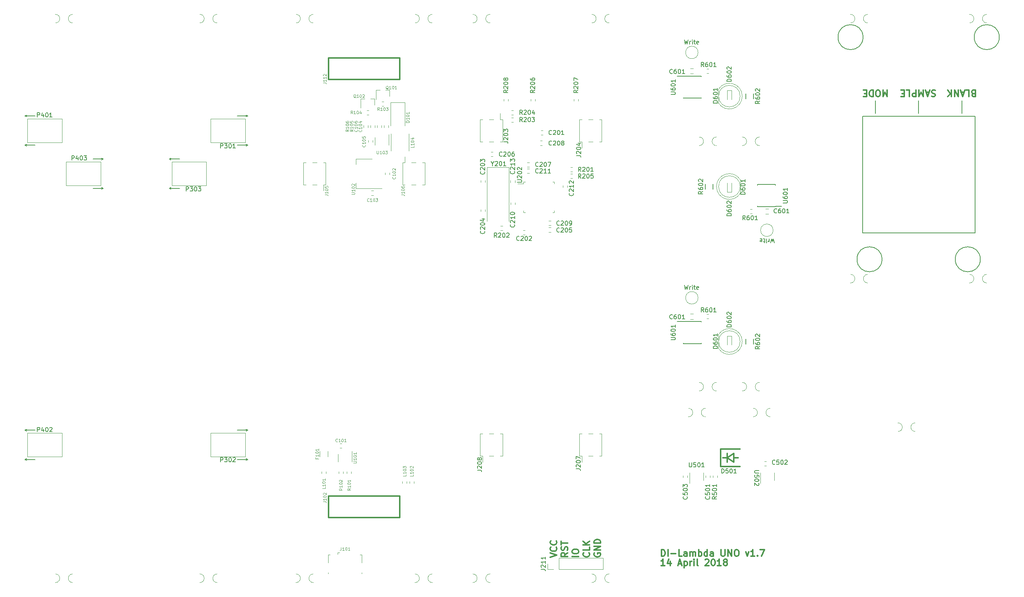
<source format=gto>
G04 #@! TF.GenerationSoftware,KiCad,Pcbnew,(6.0.0-rc1-dev-509-gcac7479)*
G04 #@! TF.CreationDate,2018-10-23T14:14:01+08:00*
G04 #@! TF.ProjectId,DI-Lambda-UNO-Panelized-v1.7,44492D4C616D6264612D554E4F2D5061,rev?*
G04 #@! TF.SameCoordinates,Original*
G04 #@! TF.FileFunction,Legend,Top*
G04 #@! TF.FilePolarity,Positive*
%FSLAX46Y46*%
G04 Gerber Fmt 4.6, Leading zero omitted, Abs format (unit mm)*
G04 Created by KiCad (PCBNEW (6.0.0-rc1-dev-509-gcac7479)) date Tue Oct 23 14:14:01 2018*
%MOMM*%
%LPD*%
G01*
G04 APERTURE LIST*
%ADD10C,0.300000*%
%ADD11C,0.200000*%
%ADD12C,0.100000*%
%ADD13C,0.120000*%
%ADD14C,0.150000*%
G04 APERTURE END LIST*
D10*
X185828571Y-164078571D02*
X184971428Y-164078571D01*
X185400000Y-164078571D02*
X185400000Y-162578571D01*
X185257142Y-162792857D01*
X185114285Y-162935714D01*
X184971428Y-163007142D01*
X187114285Y-163078571D02*
X187114285Y-164078571D01*
X186757142Y-162507142D02*
X186400000Y-163578571D01*
X187328571Y-163578571D01*
X188971428Y-163650000D02*
X189685714Y-163650000D01*
X188828571Y-164078571D02*
X189328571Y-162578571D01*
X189828571Y-164078571D01*
X190328571Y-163078571D02*
X190328571Y-164578571D01*
X190328571Y-163150000D02*
X190471428Y-163078571D01*
X190757142Y-163078571D01*
X190900000Y-163150000D01*
X190971428Y-163221428D01*
X191042857Y-163364285D01*
X191042857Y-163792857D01*
X190971428Y-163935714D01*
X190900000Y-164007142D01*
X190757142Y-164078571D01*
X190471428Y-164078571D01*
X190328571Y-164007142D01*
X191685714Y-164078571D02*
X191685714Y-163078571D01*
X191685714Y-163364285D02*
X191757142Y-163221428D01*
X191828571Y-163150000D01*
X191971428Y-163078571D01*
X192114285Y-163078571D01*
X192614285Y-164078571D02*
X192614285Y-163078571D01*
X192614285Y-162578571D02*
X192542857Y-162650000D01*
X192614285Y-162721428D01*
X192685714Y-162650000D01*
X192614285Y-162578571D01*
X192614285Y-162721428D01*
X193542857Y-164078571D02*
X193400000Y-164007142D01*
X193328571Y-163864285D01*
X193328571Y-162578571D01*
X195185714Y-162721428D02*
X195257142Y-162650000D01*
X195400000Y-162578571D01*
X195757142Y-162578571D01*
X195900000Y-162650000D01*
X195971428Y-162721428D01*
X196042857Y-162864285D01*
X196042857Y-163007142D01*
X195971428Y-163221428D01*
X195114285Y-164078571D01*
X196042857Y-164078571D01*
X196971428Y-162578571D02*
X197114285Y-162578571D01*
X197257142Y-162650000D01*
X197328571Y-162721428D01*
X197400000Y-162864285D01*
X197471428Y-163150000D01*
X197471428Y-163507142D01*
X197400000Y-163792857D01*
X197328571Y-163935714D01*
X197257142Y-164007142D01*
X197114285Y-164078571D01*
X196971428Y-164078571D01*
X196828571Y-164007142D01*
X196757142Y-163935714D01*
X196685714Y-163792857D01*
X196614285Y-163507142D01*
X196614285Y-163150000D01*
X196685714Y-162864285D01*
X196757142Y-162721428D01*
X196828571Y-162650000D01*
X196971428Y-162578571D01*
X198900000Y-164078571D02*
X198042857Y-164078571D01*
X198471428Y-164078571D02*
X198471428Y-162578571D01*
X198328571Y-162792857D01*
X198185714Y-162935714D01*
X198042857Y-163007142D01*
X199757142Y-163221428D02*
X199614285Y-163150000D01*
X199542857Y-163078571D01*
X199471428Y-162935714D01*
X199471428Y-162864285D01*
X199542857Y-162721428D01*
X199614285Y-162650000D01*
X199757142Y-162578571D01*
X200042857Y-162578571D01*
X200185714Y-162650000D01*
X200257142Y-162721428D01*
X200328571Y-162864285D01*
X200328571Y-162935714D01*
X200257142Y-163078571D01*
X200185714Y-163150000D01*
X200042857Y-163221428D01*
X199757142Y-163221428D01*
X199614285Y-163292857D01*
X199542857Y-163364285D01*
X199471428Y-163507142D01*
X199471428Y-163792857D01*
X199542857Y-163935714D01*
X199614285Y-164007142D01*
X199757142Y-164078571D01*
X200042857Y-164078571D01*
X200185714Y-164007142D01*
X200257142Y-163935714D01*
X200328571Y-163792857D01*
X200328571Y-163507142D01*
X200257142Y-163364285D01*
X200185714Y-163292857D01*
X200042857Y-163221428D01*
X185042857Y-161878571D02*
X185042857Y-160378571D01*
X185400000Y-160378571D01*
X185614285Y-160450000D01*
X185757142Y-160592857D01*
X185828571Y-160735714D01*
X185900000Y-161021428D01*
X185900000Y-161235714D01*
X185828571Y-161521428D01*
X185757142Y-161664285D01*
X185614285Y-161807142D01*
X185400000Y-161878571D01*
X185042857Y-161878571D01*
X186542857Y-161878571D02*
X186542857Y-160378571D01*
X187257142Y-161307142D02*
X188400000Y-161307142D01*
X189828571Y-161878571D02*
X189114285Y-161878571D01*
X189114285Y-160378571D01*
X190971428Y-161878571D02*
X190971428Y-161092857D01*
X190900000Y-160950000D01*
X190757142Y-160878571D01*
X190471428Y-160878571D01*
X190328571Y-160950000D01*
X190971428Y-161807142D02*
X190828571Y-161878571D01*
X190471428Y-161878571D01*
X190328571Y-161807142D01*
X190257142Y-161664285D01*
X190257142Y-161521428D01*
X190328571Y-161378571D01*
X190471428Y-161307142D01*
X190828571Y-161307142D01*
X190971428Y-161235714D01*
X191685714Y-161878571D02*
X191685714Y-160878571D01*
X191685714Y-161021428D02*
X191757142Y-160950000D01*
X191900000Y-160878571D01*
X192114285Y-160878571D01*
X192257142Y-160950000D01*
X192328571Y-161092857D01*
X192328571Y-161878571D01*
X192328571Y-161092857D02*
X192400000Y-160950000D01*
X192542857Y-160878571D01*
X192757142Y-160878571D01*
X192900000Y-160950000D01*
X192971428Y-161092857D01*
X192971428Y-161878571D01*
X193685714Y-161878571D02*
X193685714Y-160378571D01*
X193685714Y-160950000D02*
X193828571Y-160878571D01*
X194114285Y-160878571D01*
X194257142Y-160950000D01*
X194328571Y-161021428D01*
X194400000Y-161164285D01*
X194400000Y-161592857D01*
X194328571Y-161735714D01*
X194257142Y-161807142D01*
X194114285Y-161878571D01*
X193828571Y-161878571D01*
X193685714Y-161807142D01*
X195685714Y-161878571D02*
X195685714Y-160378571D01*
X195685714Y-161807142D02*
X195542857Y-161878571D01*
X195257142Y-161878571D01*
X195114285Y-161807142D01*
X195042857Y-161735714D01*
X194971428Y-161592857D01*
X194971428Y-161164285D01*
X195042857Y-161021428D01*
X195114285Y-160950000D01*
X195257142Y-160878571D01*
X195542857Y-160878571D01*
X195685714Y-160950000D01*
X197042857Y-161878571D02*
X197042857Y-161092857D01*
X196971428Y-160950000D01*
X196828571Y-160878571D01*
X196542857Y-160878571D01*
X196400000Y-160950000D01*
X197042857Y-161807142D02*
X196900000Y-161878571D01*
X196542857Y-161878571D01*
X196400000Y-161807142D01*
X196328571Y-161664285D01*
X196328571Y-161521428D01*
X196400000Y-161378571D01*
X196542857Y-161307142D01*
X196900000Y-161307142D01*
X197042857Y-161235714D01*
X198900000Y-160378571D02*
X198900000Y-161592857D01*
X198971428Y-161735714D01*
X199042857Y-161807142D01*
X199185714Y-161878571D01*
X199471428Y-161878571D01*
X199614285Y-161807142D01*
X199685714Y-161735714D01*
X199757142Y-161592857D01*
X199757142Y-160378571D01*
X200471428Y-161878571D02*
X200471428Y-160378571D01*
X201328571Y-161878571D01*
X201328571Y-160378571D01*
X202328571Y-160378571D02*
X202614285Y-160378571D01*
X202757142Y-160450000D01*
X202900000Y-160592857D01*
X202971428Y-160878571D01*
X202971428Y-161378571D01*
X202900000Y-161664285D01*
X202757142Y-161807142D01*
X202614285Y-161878571D01*
X202328571Y-161878571D01*
X202185714Y-161807142D01*
X202042857Y-161664285D01*
X201971428Y-161378571D01*
X201971428Y-160878571D01*
X202042857Y-160592857D01*
X202185714Y-160450000D01*
X202328571Y-160378571D01*
X204614285Y-160878571D02*
X204971428Y-161878571D01*
X205328571Y-160878571D01*
X206685714Y-161878571D02*
X205828571Y-161878571D01*
X206257142Y-161878571D02*
X206257142Y-160378571D01*
X206114285Y-160592857D01*
X205971428Y-160735714D01*
X205828571Y-160807142D01*
X207328571Y-161735714D02*
X207400000Y-161807142D01*
X207328571Y-161878571D01*
X207257142Y-161807142D01*
X207328571Y-161735714D01*
X207328571Y-161878571D01*
X207900000Y-160378571D02*
X208900000Y-160378571D01*
X208257142Y-161878571D01*
D11*
X190359523Y-98902380D02*
X190597619Y-99902380D01*
X190788095Y-99188095D01*
X190978571Y-99902380D01*
X191216666Y-98902380D01*
X191597619Y-99902380D02*
X191597619Y-99235714D01*
X191597619Y-99426190D02*
X191645238Y-99330952D01*
X191692857Y-99283333D01*
X191788095Y-99235714D01*
X191883333Y-99235714D01*
X192216666Y-99902380D02*
X192216666Y-99235714D01*
X192216666Y-98902380D02*
X192169047Y-98950000D01*
X192216666Y-98997619D01*
X192264285Y-98950000D01*
X192216666Y-98902380D01*
X192216666Y-98997619D01*
X192550000Y-99235714D02*
X192930952Y-99235714D01*
X192692857Y-98902380D02*
X192692857Y-99759523D01*
X192740476Y-99854761D01*
X192835714Y-99902380D01*
X192930952Y-99902380D01*
X193645238Y-99854761D02*
X193550000Y-99902380D01*
X193359523Y-99902380D01*
X193264285Y-99854761D01*
X193216666Y-99759523D01*
X193216666Y-99378571D01*
X193264285Y-99283333D01*
X193359523Y-99235714D01*
X193550000Y-99235714D01*
X193645238Y-99283333D01*
X193692857Y-99378571D01*
X193692857Y-99473809D01*
X193216666Y-99569047D01*
X211240476Y-89097619D02*
X211002380Y-88097619D01*
X210811904Y-88811904D01*
X210621428Y-88097619D01*
X210383333Y-89097619D01*
X210002380Y-88097619D02*
X210002380Y-88764285D01*
X210002380Y-88573809D02*
X209954761Y-88669047D01*
X209907142Y-88716666D01*
X209811904Y-88764285D01*
X209716666Y-88764285D01*
X209383333Y-88097619D02*
X209383333Y-88764285D01*
X209383333Y-89097619D02*
X209430952Y-89050000D01*
X209383333Y-89002380D01*
X209335714Y-89050000D01*
X209383333Y-89097619D01*
X209383333Y-89002380D01*
X209050000Y-88764285D02*
X208669047Y-88764285D01*
X208907142Y-89097619D02*
X208907142Y-88240476D01*
X208859523Y-88145238D01*
X208764285Y-88097619D01*
X208669047Y-88097619D01*
X207954761Y-88145238D02*
X208050000Y-88097619D01*
X208240476Y-88097619D01*
X208335714Y-88145238D01*
X208383333Y-88240476D01*
X208383333Y-88621428D01*
X208335714Y-88716666D01*
X208240476Y-88764285D01*
X208050000Y-88764285D01*
X207954761Y-88716666D01*
X207907142Y-88621428D01*
X207907142Y-88526190D01*
X208383333Y-88430952D01*
D10*
X169500000Y-161142857D02*
X169428571Y-161285714D01*
X169428571Y-161500000D01*
X169500000Y-161714285D01*
X169642857Y-161857142D01*
X169785714Y-161928571D01*
X170071428Y-162000000D01*
X170285714Y-162000000D01*
X170571428Y-161928571D01*
X170714285Y-161857142D01*
X170857142Y-161714285D01*
X170928571Y-161500000D01*
X170928571Y-161357142D01*
X170857142Y-161142857D01*
X170785714Y-161071428D01*
X170285714Y-161071428D01*
X170285714Y-161357142D01*
X170928571Y-160428571D02*
X169428571Y-160428571D01*
X170928571Y-159571428D01*
X169428571Y-159571428D01*
X170928571Y-158857142D02*
X169428571Y-158857142D01*
X169428571Y-158500000D01*
X169500000Y-158285714D01*
X169642857Y-158142857D01*
X169785714Y-158071428D01*
X170071428Y-158000000D01*
X170285714Y-158000000D01*
X170571428Y-158071428D01*
X170714285Y-158142857D01*
X170857142Y-158285714D01*
X170928571Y-158500000D01*
X170928571Y-158857142D01*
X168248214Y-161071428D02*
X168319642Y-161142856D01*
X168391071Y-161357142D01*
X168391071Y-161499999D01*
X168319642Y-161714285D01*
X168176785Y-161857142D01*
X168033928Y-161928571D01*
X167748214Y-161999999D01*
X167533928Y-161999999D01*
X167248214Y-161928571D01*
X167105357Y-161857142D01*
X166962500Y-161714285D01*
X166891071Y-161499999D01*
X166891071Y-161357142D01*
X166962500Y-161142856D01*
X167033928Y-161071428D01*
X168391071Y-159714285D02*
X168391071Y-160428571D01*
X166891071Y-160428571D01*
X168391071Y-159214285D02*
X166891071Y-159214285D01*
X168391071Y-158357142D02*
X167533928Y-158999999D01*
X166891071Y-158357142D02*
X167748214Y-159214285D01*
X165853571Y-161928571D02*
X164353571Y-161928571D01*
X164353571Y-160928571D02*
X164353571Y-160642857D01*
X164425000Y-160499999D01*
X164567857Y-160357142D01*
X164853571Y-160285714D01*
X165353571Y-160285714D01*
X165639285Y-160357142D01*
X165782142Y-160499999D01*
X165853571Y-160642857D01*
X165853571Y-160928571D01*
X165782142Y-161071428D01*
X165639285Y-161214285D01*
X165353571Y-161285714D01*
X164853571Y-161285714D01*
X164567857Y-161214285D01*
X164425000Y-161071428D01*
X164353571Y-160928571D01*
X163316071Y-161071428D02*
X162601785Y-161571428D01*
X163316071Y-161928571D02*
X161816071Y-161928571D01*
X161816071Y-161357142D01*
X161887500Y-161214285D01*
X161958928Y-161142857D01*
X162101785Y-161071428D01*
X162316071Y-161071428D01*
X162458928Y-161142857D01*
X162530357Y-161214285D01*
X162601785Y-161357142D01*
X162601785Y-161928571D01*
X163244642Y-160500000D02*
X163316071Y-160285714D01*
X163316071Y-159928571D01*
X163244642Y-159785714D01*
X163173214Y-159714285D01*
X163030357Y-159642857D01*
X162887500Y-159642857D01*
X162744642Y-159714285D01*
X162673214Y-159785714D01*
X162601785Y-159928571D01*
X162530357Y-160214285D01*
X162458928Y-160357142D01*
X162387500Y-160428571D01*
X162244642Y-160500000D01*
X162101785Y-160500000D01*
X161958928Y-160428571D01*
X161887500Y-160357142D01*
X161816071Y-160214285D01*
X161816071Y-159857142D01*
X161887500Y-159642857D01*
X161816071Y-159214285D02*
X161816071Y-158357142D01*
X163316071Y-158785714D02*
X161816071Y-158785714D01*
X159278571Y-162142857D02*
X160778571Y-161642857D01*
X159278571Y-161142857D01*
X160635714Y-159785714D02*
X160707142Y-159857142D01*
X160778571Y-160071428D01*
X160778571Y-160214285D01*
X160707142Y-160428571D01*
X160564285Y-160571428D01*
X160421428Y-160642857D01*
X160135714Y-160714285D01*
X159921428Y-160714285D01*
X159635714Y-160642857D01*
X159492857Y-160571428D01*
X159350000Y-160428571D01*
X159278571Y-160214285D01*
X159278571Y-160071428D01*
X159350000Y-159857142D01*
X159421428Y-159785714D01*
X160635714Y-158285714D02*
X160707142Y-158357142D01*
X160778571Y-158571428D01*
X160778571Y-158714285D01*
X160707142Y-158928571D01*
X160564285Y-159071428D01*
X160421428Y-159142857D01*
X160135714Y-159214285D01*
X159921428Y-159214285D01*
X159635714Y-159142857D01*
X159492857Y-159071428D01*
X159350000Y-158928571D01*
X159278571Y-158714285D01*
X159278571Y-158571428D01*
X159350000Y-158357142D01*
X159421428Y-158285714D01*
D11*
X190359523Y-41902380D02*
X190597619Y-42902380D01*
X190788095Y-42188095D01*
X190978571Y-42902380D01*
X191216666Y-41902380D01*
X191597619Y-42902380D02*
X191597619Y-42235714D01*
X191597619Y-42426190D02*
X191645238Y-42330952D01*
X191692857Y-42283333D01*
X191788095Y-42235714D01*
X191883333Y-42235714D01*
X192216666Y-42902380D02*
X192216666Y-42235714D01*
X192216666Y-41902380D02*
X192169047Y-41950000D01*
X192216666Y-41997619D01*
X192264285Y-41950000D01*
X192216666Y-41902380D01*
X192216666Y-41997619D01*
X192550000Y-42235714D02*
X192930952Y-42235714D01*
X192692857Y-41902380D02*
X192692857Y-42759523D01*
X192740476Y-42854761D01*
X192835714Y-42902380D01*
X192930952Y-42902380D01*
X193645238Y-42854761D02*
X193550000Y-42902380D01*
X193359523Y-42902380D01*
X193264285Y-42854761D01*
X193216666Y-42759523D01*
X193216666Y-42378571D01*
X193264285Y-42283333D01*
X193359523Y-42235714D01*
X193550000Y-42235714D01*
X193645238Y-42283333D01*
X193692857Y-42378571D01*
X193692857Y-42473809D01*
X193216666Y-42569047D01*
X234700000Y-56000000D02*
X234700000Y-59000000D01*
X244700000Y-56000000D02*
X244700000Y-59000000D01*
X254700000Y-56000000D02*
X254700000Y-59000000D01*
D10*
X237414285Y-53621428D02*
X237414285Y-55121428D01*
X236914285Y-54050000D01*
X236414285Y-55121428D01*
X236414285Y-53621428D01*
X235414285Y-55121428D02*
X235128571Y-55121428D01*
X234985714Y-55050000D01*
X234842857Y-54907142D01*
X234771428Y-54621428D01*
X234771428Y-54121428D01*
X234842857Y-53835714D01*
X234985714Y-53692857D01*
X235128571Y-53621428D01*
X235414285Y-53621428D01*
X235557142Y-53692857D01*
X235700000Y-53835714D01*
X235771428Y-54121428D01*
X235771428Y-54621428D01*
X235700000Y-54907142D01*
X235557142Y-55050000D01*
X235414285Y-55121428D01*
X234128571Y-53621428D02*
X234128571Y-55121428D01*
X233771428Y-55121428D01*
X233557142Y-55050000D01*
X233414285Y-54907142D01*
X233342857Y-54764285D01*
X233271428Y-54478571D01*
X233271428Y-54264285D01*
X233342857Y-53978571D01*
X233414285Y-53835714D01*
X233557142Y-53692857D01*
X233771428Y-53621428D01*
X234128571Y-53621428D01*
X232628571Y-54407142D02*
X232128571Y-54407142D01*
X231914285Y-53621428D02*
X232628571Y-53621428D01*
X232628571Y-55121428D01*
X231914285Y-55121428D01*
X248564285Y-53692857D02*
X248350000Y-53621428D01*
X247992857Y-53621428D01*
X247850000Y-53692857D01*
X247778571Y-53764285D01*
X247707142Y-53907142D01*
X247707142Y-54050000D01*
X247778571Y-54192857D01*
X247850000Y-54264285D01*
X247992857Y-54335714D01*
X248278571Y-54407142D01*
X248421428Y-54478571D01*
X248492857Y-54550000D01*
X248564285Y-54692857D01*
X248564285Y-54835714D01*
X248492857Y-54978571D01*
X248421428Y-55050000D01*
X248278571Y-55121428D01*
X247921428Y-55121428D01*
X247707142Y-55050000D01*
X247135714Y-54050000D02*
X246421428Y-54050000D01*
X247278571Y-53621428D02*
X246778571Y-55121428D01*
X246278571Y-53621428D01*
X245778571Y-53621428D02*
X245778571Y-55121428D01*
X245278571Y-54050000D01*
X244778571Y-55121428D01*
X244778571Y-53621428D01*
X244064285Y-53621428D02*
X244064285Y-55121428D01*
X243492857Y-55121428D01*
X243350000Y-55050000D01*
X243278571Y-54978571D01*
X243207142Y-54835714D01*
X243207142Y-54621428D01*
X243278571Y-54478571D01*
X243350000Y-54407142D01*
X243492857Y-54335714D01*
X244064285Y-54335714D01*
X241850000Y-53621428D02*
X242564285Y-53621428D01*
X242564285Y-55121428D01*
X241350000Y-54407142D02*
X240850000Y-54407142D01*
X240635714Y-53621428D02*
X241350000Y-53621428D01*
X241350000Y-55121428D01*
X240635714Y-55121428D01*
X257378571Y-54407142D02*
X257164285Y-54335714D01*
X257092857Y-54264285D01*
X257021428Y-54121428D01*
X257021428Y-53907142D01*
X257092857Y-53764285D01*
X257164285Y-53692857D01*
X257307142Y-53621428D01*
X257878571Y-53621428D01*
X257878571Y-55121428D01*
X257378571Y-55121428D01*
X257235714Y-55050000D01*
X257164285Y-54978571D01*
X257092857Y-54835714D01*
X257092857Y-54692857D01*
X257164285Y-54550000D01*
X257235714Y-54478571D01*
X257378571Y-54407142D01*
X257878571Y-54407142D01*
X255664285Y-53621428D02*
X256378571Y-53621428D01*
X256378571Y-55121428D01*
X255235714Y-54050000D02*
X254521428Y-54050000D01*
X255378571Y-53621428D02*
X254878571Y-55121428D01*
X254378571Y-53621428D01*
X253878571Y-53621428D02*
X253878571Y-55121428D01*
X253021428Y-53621428D01*
X253021428Y-55121428D01*
X252307142Y-53621428D02*
X252307142Y-55121428D01*
X251450000Y-53621428D02*
X252092857Y-54478571D01*
X251450000Y-55121428D02*
X252307142Y-54264285D01*
D11*
X231700000Y-59700000D02*
X231700000Y-86800000D01*
X257800000Y-59700000D02*
X231700000Y-59700000D01*
X257800000Y-86800000D02*
X257800000Y-59700000D01*
X231700000Y-86800000D02*
X257800000Y-86800000D01*
X236200000Y-92900000D02*
G75*
G03X236200000Y-92900000I-2900000J0D01*
G01*
X259000000Y-92900000D02*
G75*
G03X259000000Y-92900000I-2900000J0D01*
G01*
X263400000Y-41300000D02*
G75*
G03X263400000Y-41300000I-2900000J0D01*
G01*
X231800000Y-41300000D02*
G75*
G03X231800000Y-41300000I-2900000J0D01*
G01*
D12*
G04 #@! TO.C,P402*
X46000000Y-138750000D02*
X38000000Y-138750000D01*
X38000000Y-138750000D02*
X38000000Y-133250000D01*
X38000000Y-133250000D02*
X46000000Y-133250000D01*
X46000000Y-133250000D02*
X46000000Y-138750000D01*
D11*
X37400000Y-139400000D02*
X37800000Y-139600000D01*
X37400000Y-139400000D02*
X39800000Y-139400000D01*
X37400000Y-139400000D02*
X37800000Y-139200000D01*
X37400000Y-132600000D02*
X37800000Y-132400000D01*
X37400000Y-132600000D02*
X39800000Y-132600000D01*
X37400000Y-132600000D02*
X37800000Y-132800000D01*
D12*
G04 #@! TO.C,P401*
X46000000Y-65750000D02*
X38000000Y-65750000D01*
X38000000Y-65750000D02*
X38000000Y-60250000D01*
X38000000Y-60250000D02*
X46000000Y-60250000D01*
X46000000Y-60250000D02*
X46000000Y-65750000D01*
D11*
X37400000Y-66400000D02*
X37800000Y-66600000D01*
X37400000Y-66400000D02*
X39800000Y-66400000D01*
X37400000Y-66400000D02*
X37800000Y-66200000D01*
X37400000Y-59600000D02*
X37800000Y-59400000D01*
X37400000Y-59600000D02*
X39800000Y-59600000D01*
X37400000Y-59600000D02*
X37800000Y-59800000D01*
D12*
G04 #@! TO.C,P403*
X47000000Y-70250000D02*
X55000000Y-70250000D01*
X55000000Y-70250000D02*
X55000000Y-75750000D01*
X55000000Y-75750000D02*
X47000000Y-75750000D01*
X47000000Y-75750000D02*
X47000000Y-70250000D01*
D11*
X55600000Y-69600000D02*
X55200000Y-69400000D01*
X55600000Y-69600000D02*
X53200000Y-69600000D01*
X55600000Y-69600000D02*
X55200000Y-69800000D01*
X55600000Y-76400000D02*
X55200000Y-76600000D01*
X55600000Y-76400000D02*
X53200000Y-76400000D01*
X55600000Y-76400000D02*
X55200000Y-76200000D01*
D12*
G04 #@! TO.C,P302*
X80500000Y-133250000D02*
X88500000Y-133250000D01*
X88500000Y-133250000D02*
X88500000Y-138750000D01*
X88500000Y-138750000D02*
X80500000Y-138750000D01*
X80500000Y-138750000D02*
X80500000Y-133250000D01*
D11*
X89100000Y-132600000D02*
X88700000Y-132400000D01*
X89100000Y-132600000D02*
X86700000Y-132600000D01*
X89100000Y-132600000D02*
X88700000Y-132800000D01*
X89100000Y-139400000D02*
X88700000Y-139600000D01*
X89100000Y-139400000D02*
X86700000Y-139400000D01*
X89100000Y-139400000D02*
X88700000Y-139200000D01*
D12*
G04 #@! TO.C,P301*
X80500000Y-60250000D02*
X88500000Y-60250000D01*
X88500000Y-60250000D02*
X88500000Y-65750000D01*
X88500000Y-65750000D02*
X80500000Y-65750000D01*
X80500000Y-65750000D02*
X80500000Y-60250000D01*
D11*
X89100000Y-59600000D02*
X88700000Y-59400000D01*
X89100000Y-59600000D02*
X86700000Y-59600000D01*
X89100000Y-59600000D02*
X88700000Y-59800000D01*
X89100000Y-66400000D02*
X88700000Y-66600000D01*
X89100000Y-66400000D02*
X86700000Y-66400000D01*
X89100000Y-66400000D02*
X88700000Y-66200000D01*
D12*
G04 #@! TO.C,P303*
X79500000Y-75750000D02*
X71500000Y-75750000D01*
X71500000Y-75750000D02*
X71500000Y-70250000D01*
X71500000Y-70250000D02*
X79500000Y-70250000D01*
X79500000Y-70250000D02*
X79500000Y-75750000D01*
D11*
X70900000Y-76400000D02*
X71300000Y-76600000D01*
X70900000Y-76400000D02*
X73300000Y-76400000D01*
X70900000Y-76400000D02*
X71300000Y-76200000D01*
X70900000Y-69600000D02*
X71300000Y-69400000D01*
X70900000Y-69600000D02*
X73300000Y-69600000D01*
X70900000Y-69600000D02*
X71300000Y-69800000D01*
D12*
G04 #@! TO.C,mouse-bite-2mm-slot*
X197800000Y-64500000D02*
G75*
G03X197800000Y-66500000I0J-1000000D01*
G01*
X193800000Y-66500000D02*
G75*
G03X193800000Y-64500000I0J1000000D01*
G01*
X207800000Y-64500000D02*
G75*
G03X207800000Y-66500000I0J-1000000D01*
G01*
X203800000Y-66500000D02*
G75*
G03X203800000Y-64500000I0J1000000D01*
G01*
X206300000Y-129500000D02*
G75*
G03X206300000Y-127500000I0J1000000D01*
G01*
X210300000Y-127500000D02*
G75*
G03X210300000Y-129500000I0J-1000000D01*
G01*
X207800000Y-121500000D02*
G75*
G03X207800000Y-123500000I0J-1000000D01*
G01*
X203800000Y-123500000D02*
G75*
G03X203800000Y-121500000I0J1000000D01*
G01*
X197800000Y-121500000D02*
G75*
G03X197800000Y-123500000I0J-1000000D01*
G01*
X193800000Y-123500000D02*
G75*
G03X193800000Y-121500000I0J1000000D01*
G01*
X191300000Y-129500000D02*
G75*
G03X191300000Y-127500000I0J1000000D01*
G01*
X195300000Y-127500000D02*
G75*
G03X195300000Y-129500000I0J-1000000D01*
G01*
X243900000Y-130900000D02*
G75*
G03X243900000Y-132900000I0J-1000000D01*
G01*
X239900000Y-132900000D02*
G75*
G03X239900000Y-130900000I0J1000000D01*
G01*
X260500000Y-96400000D02*
G75*
G03X260500000Y-98400000I0J-1000000D01*
G01*
X256500000Y-98400000D02*
G75*
G03X256500000Y-96400000I0J1000000D01*
G01*
X232900000Y-96400000D02*
G75*
G03X232900000Y-98400000I0J-1000000D01*
G01*
X228900000Y-98400000D02*
G75*
G03X228900000Y-96400000I0J1000000D01*
G01*
X256500000Y-38000000D02*
G75*
G03X256500000Y-36000000I0J1000000D01*
G01*
X260500000Y-36000000D02*
G75*
G03X260500000Y-38000000I0J-1000000D01*
G01*
X228900000Y-38000000D02*
G75*
G03X228900000Y-36000000I0J1000000D01*
G01*
X232900000Y-36000000D02*
G75*
G03X232900000Y-38000000I0J-1000000D01*
G01*
X48500000Y-166000000D02*
G75*
G03X48500000Y-168000000I0J-1000000D01*
G01*
X44500000Y-168000000D02*
G75*
G03X44500000Y-166000000I0J1000000D01*
G01*
X172900000Y-166000000D02*
G75*
G03X172900000Y-168000000I0J-1000000D01*
G01*
X168900000Y-168000000D02*
G75*
G03X168900000Y-166000000I0J1000000D01*
G01*
X82000000Y-166000000D02*
G75*
G03X82000000Y-168000000I0J-1000000D01*
G01*
X78000000Y-168000000D02*
G75*
G03X78000000Y-166000000I0J1000000D01*
G01*
X131900000Y-166000000D02*
G75*
G03X131900000Y-168000000I0J-1000000D01*
G01*
X127900000Y-168000000D02*
G75*
G03X127900000Y-166000000I0J1000000D01*
G01*
X104300000Y-166000000D02*
G75*
G03X104300000Y-168000000I0J-1000000D01*
G01*
X100300000Y-168000000D02*
G75*
G03X100300000Y-166000000I0J1000000D01*
G01*
X145300000Y-166000000D02*
G75*
G03X145300000Y-168000000I0J-1000000D01*
G01*
X141300000Y-168000000D02*
G75*
G03X141300000Y-166000000I0J1000000D01*
G01*
D13*
G04 #@! TO.C,W601*
X193550000Y-101850000D02*
G75*
G03X193550000Y-101850000I-1450000J0D01*
G01*
G04 #@! TO.C,D601*
X203790000Y-112000462D02*
G75*
G03X198240000Y-110455170I-2990000J462D01*
G01*
X203790000Y-111999538D02*
G75*
G02X198240000Y-113544830I-2990000J-462D01*
G01*
X203300000Y-112000000D02*
G75*
G03X203300000Y-112000000I-2500000J0D01*
G01*
X198240000Y-110455000D02*
X198240000Y-113545000D01*
G04 #@! TO.C,R601*
X195555000Y-106710000D02*
X195995000Y-106710000D01*
X195555000Y-105690000D02*
X195995000Y-105690000D01*
G04 #@! TO.C,W601*
X210950000Y-86150000D02*
G75*
G03X210950000Y-86150000I-1450000J0D01*
G01*
G04 #@! TO.C,D601*
X197810000Y-75999538D02*
G75*
G03X203360000Y-77544830I2990000J-462D01*
G01*
X197810000Y-76000462D02*
G75*
G02X203360000Y-74455170I2990000J462D01*
G01*
X203300000Y-76000000D02*
G75*
G03X203300000Y-76000000I-2500000J0D01*
G01*
X203360000Y-77545000D02*
X203360000Y-74455000D01*
G04 #@! TO.C,R601*
X206045000Y-81290000D02*
X205605000Y-81290000D01*
X206045000Y-82310000D02*
X205605000Y-82310000D01*
D12*
G04 #@! TO.C,mouse-bite-2mm-slot*
X100300000Y-38000000D02*
G75*
G03X100300000Y-36000000I0J1000000D01*
G01*
X104300000Y-36000000D02*
G75*
G03X104300000Y-38000000I0J-1000000D01*
G01*
X78000000Y-38000000D02*
G75*
G03X78000000Y-36000000I0J1000000D01*
G01*
X82000000Y-36000000D02*
G75*
G03X82000000Y-38000000I0J-1000000D01*
G01*
X44500000Y-38000000D02*
G75*
G03X44500000Y-36000000I0J1000000D01*
G01*
X48500000Y-36000000D02*
G75*
G03X48500000Y-38000000I0J-1000000D01*
G01*
X168900000Y-38000000D02*
G75*
G03X168900000Y-36000000I0J1000000D01*
G01*
X172900000Y-36000000D02*
G75*
G03X172900000Y-38000000I0J-1000000D01*
G01*
X141300000Y-38000000D02*
G75*
G03X141300000Y-36000000I0J1000000D01*
G01*
X145300000Y-36000000D02*
G75*
G03X145300000Y-38000000I0J-1000000D01*
G01*
X127900000Y-38000000D02*
G75*
G03X127900000Y-36000000I0J1000000D01*
G01*
X131900000Y-36000000D02*
G75*
G03X131900000Y-38000000I0J-1000000D01*
G01*
D10*
G04 #@! TO.C,D501*
X201808000Y-139000000D02*
X202808000Y-139000000D01*
X199308000Y-139000000D02*
X200308000Y-139000000D01*
X201808000Y-138000000D02*
X201808000Y-140000000D01*
X201792000Y-140000000D02*
X200292000Y-139000000D01*
X200308000Y-139000000D02*
X201808000Y-138000000D01*
X200308000Y-138000000D02*
X200308000Y-140000000D01*
X203300000Y-141032000D02*
X198800000Y-141032000D01*
X198768000Y-136968000D02*
X198768000Y-141032000D01*
X198800000Y-136968000D02*
X203300000Y-136968000D01*
D13*
G04 #@! TO.C,R501*
X198010000Y-143620000D02*
X198010000Y-143180000D01*
X196990000Y-143620000D02*
X196990000Y-143180000D01*
G04 #@! TO.C,U502*
X208040000Y-142500000D02*
X208040000Y-144950000D01*
X211260000Y-144300000D02*
X211260000Y-142500000D01*
G04 #@! TO.C,U501*
X191590000Y-142500000D02*
X191590000Y-144950000D01*
X194810000Y-144300000D02*
X194810000Y-142500000D01*
G04 #@! TO.C,C501*
X196310000Y-143570000D02*
X196310000Y-143130000D01*
X195290000Y-143570000D02*
X195290000Y-143130000D01*
G04 #@! TO.C,C502*
X209370000Y-139890000D02*
X208930000Y-139890000D01*
X209370000Y-140910000D02*
X208930000Y-140910000D01*
G04 #@! TO.C,C503*
X190090000Y-143180000D02*
X190090000Y-143620000D01*
X191110000Y-143180000D02*
X191110000Y-143620000D01*
G04 #@! TO.C,U101*
X113260000Y-139950000D02*
X113260000Y-137500000D01*
X110040000Y-138150000D02*
X110040000Y-139950000D01*
G04 #@! TO.C,J101*
X109950000Y-160987500D02*
X109950000Y-161437500D01*
X109950000Y-160987500D02*
X110400000Y-160987500D01*
X115550000Y-161537500D02*
X115100000Y-161537500D01*
X115550000Y-163387500D02*
X115550000Y-161537500D01*
X107750000Y-165937500D02*
X107750000Y-165687500D01*
X115550000Y-165937500D02*
X115550000Y-165687500D01*
X107750000Y-163387500D02*
X107750000Y-161537500D01*
X107750000Y-161537500D02*
X108200000Y-161537500D01*
G04 #@! TO.C,D101*
X125550000Y-56500000D02*
X125550000Y-61900000D01*
X122250000Y-56500000D02*
X122250000Y-61900000D01*
X125550000Y-56500000D02*
X122250000Y-56500000D01*
G04 #@! TO.C,F101*
X105840000Y-137450000D02*
X105840000Y-138750000D01*
X107660000Y-137450000D02*
X107660000Y-138750000D01*
G04 #@! TO.C,L104*
X122300000Y-63750000D02*
X122300000Y-67750000D01*
X126500000Y-63750000D02*
X126500000Y-67750000D01*
G04 #@! TO.C,C104*
X120740000Y-61830000D02*
X120740000Y-62270000D01*
X121760000Y-61830000D02*
X121760000Y-62270000D01*
G04 #@! TO.C,U102*
X120200000Y-76410000D02*
X114190000Y-76410000D01*
X117950000Y-69590000D02*
X114190000Y-69590000D01*
X114190000Y-76410000D02*
X114190000Y-75150000D01*
X114190000Y-69590000D02*
X114190000Y-70850000D01*
G04 #@! TO.C,Q101*
X121980000Y-53590000D02*
X121980000Y-55050000D01*
X118820000Y-53590000D02*
X118820000Y-55750000D01*
X118820000Y-53590000D02*
X119750000Y-53590000D01*
X121980000Y-53590000D02*
X121050000Y-53590000D01*
G04 #@! TO.C,R103*
X120620000Y-56290000D02*
X120180000Y-56290000D01*
X120620000Y-57310000D02*
X120180000Y-57310000D01*
G04 #@! TO.C,J105*
X106630000Y-75600000D02*
X106630000Y-76960000D01*
X102570000Y-70400000D02*
X102000000Y-70400000D01*
X105110000Y-70400000D02*
X104090000Y-70400000D01*
X107200000Y-70400000D02*
X106630000Y-70400000D01*
X102000000Y-70400000D02*
X102000000Y-75600000D01*
X102570000Y-75600000D02*
X102000000Y-75600000D01*
X105110000Y-75600000D02*
X104090000Y-75600000D01*
X107200000Y-75600000D02*
X106630000Y-75600000D01*
X107200000Y-70400000D02*
X107200000Y-75600000D01*
G04 #@! TO.C,U103*
X121855000Y-66400000D02*
X121855000Y-63950000D01*
X118635000Y-64600000D02*
X118635000Y-66400000D01*
G04 #@! TO.C,J106*
X125570000Y-70400000D02*
X125570000Y-69040000D01*
X129630000Y-75600000D02*
X130200000Y-75600000D01*
X127090000Y-75600000D02*
X128110000Y-75600000D01*
X125000000Y-75600000D02*
X125570000Y-75600000D01*
X130200000Y-75600000D02*
X130200000Y-70400000D01*
X129630000Y-70400000D02*
X130200000Y-70400000D01*
X127090000Y-70400000D02*
X128110000Y-70400000D01*
X125000000Y-70400000D02*
X125570000Y-70400000D01*
X125000000Y-75600000D02*
X125000000Y-70400000D01*
G04 #@! TO.C,C102*
X121960000Y-73220000D02*
X121960000Y-72780000D01*
X120940000Y-73220000D02*
X120940000Y-72780000D01*
G04 #@! TO.C,C103*
X118220000Y-76990000D02*
X117780000Y-76990000D01*
X118220000Y-78010000D02*
X117780000Y-78010000D01*
G04 #@! TO.C,C105*
X117090000Y-65280000D02*
X117090000Y-65720000D01*
X118110000Y-65280000D02*
X118110000Y-65720000D01*
G04 #@! TO.C,C101*
X110480000Y-136710000D02*
X110920000Y-136710000D01*
X110480000Y-135690000D02*
X110920000Y-135690000D01*
G04 #@! TO.C,C106*
X119140000Y-61830000D02*
X119140000Y-62270000D01*
X120160000Y-61830000D02*
X120160000Y-62270000D01*
G04 #@! TO.C,L101*
X106240000Y-142230000D02*
X106240000Y-142670000D01*
X107260000Y-142230000D02*
X107260000Y-142670000D01*
G04 #@! TO.C,L103*
X125960000Y-144970000D02*
X125960000Y-144530000D01*
X124940000Y-144970000D02*
X124940000Y-144530000D01*
G04 #@! TO.C,L102*
X127660000Y-144970000D02*
X127660000Y-144530000D01*
X126640000Y-144970000D02*
X126640000Y-144530000D01*
G04 #@! TO.C,Q102*
X118480000Y-55590000D02*
X118480000Y-57050000D01*
X115320000Y-55590000D02*
X115320000Y-57750000D01*
X115320000Y-55590000D02*
X116250000Y-55590000D01*
X118480000Y-55590000D02*
X117550000Y-55590000D01*
G04 #@! TO.C,R106*
X116960000Y-62270000D02*
X116960000Y-61830000D01*
X115940000Y-62270000D02*
X115940000Y-61830000D01*
G04 #@! TO.C,R105*
X117540000Y-61830000D02*
X117540000Y-62270000D01*
X118560000Y-61830000D02*
X118560000Y-62270000D01*
G04 #@! TO.C,R101*
X112090000Y-142230000D02*
X112090000Y-142670000D01*
X113110000Y-142230000D02*
X113110000Y-142670000D01*
G04 #@! TO.C,R102*
X110190000Y-142230000D02*
X110190000Y-142670000D01*
X111210000Y-142230000D02*
X111210000Y-142670000D01*
G04 #@! TO.C,R104*
X116730000Y-59310000D02*
X117170000Y-59310000D01*
X116730000Y-58290000D02*
X117170000Y-58290000D01*
D10*
G04 #@! TO.C,J112*
X107850000Y-51100000D02*
X124350000Y-51100000D01*
X107850000Y-46100000D02*
X107850000Y-51100000D01*
X124350000Y-46100000D02*
X107850000Y-46100000D01*
X124350000Y-51100000D02*
X124350000Y-46100000D01*
G04 #@! TO.C,J102*
X124350000Y-147900000D02*
X107850000Y-147900000D01*
X124350000Y-152900000D02*
X124350000Y-147900000D01*
X107850000Y-152900000D02*
X124350000Y-152900000D01*
X107850000Y-147900000D02*
X107850000Y-152900000D01*
D13*
G04 #@! TO.C,J207*
X166000000Y-138600000D02*
X166000000Y-133400000D01*
X171200000Y-138600000D02*
X171200000Y-133400000D01*
X166570000Y-140040000D02*
X166570000Y-138600000D01*
X166000000Y-138600000D02*
X166570000Y-138600000D01*
X166000000Y-133400000D02*
X166570000Y-133400000D01*
X170630000Y-138600000D02*
X171200000Y-138600000D01*
X170630000Y-133400000D02*
X171200000Y-133400000D01*
X168090000Y-138600000D02*
X169110000Y-138600000D01*
X168090000Y-133400000D02*
X169110000Y-133400000D01*
G04 #@! TO.C,J208*
X143000000Y-138600000D02*
X143000000Y-133400000D01*
X148200000Y-138600000D02*
X148200000Y-133400000D01*
X143570000Y-140040000D02*
X143570000Y-138600000D01*
X143000000Y-138600000D02*
X143570000Y-138600000D01*
X143000000Y-133400000D02*
X143570000Y-133400000D01*
X147630000Y-138600000D02*
X148200000Y-138600000D01*
X147630000Y-133400000D02*
X148200000Y-133400000D01*
X145090000Y-138600000D02*
X146110000Y-138600000D01*
X145090000Y-133400000D02*
X146110000Y-133400000D01*
G04 #@! TO.C,J204*
X166000000Y-65600000D02*
X166000000Y-60400000D01*
X171200000Y-65600000D02*
X171200000Y-60400000D01*
X166570000Y-67040000D02*
X166570000Y-65600000D01*
X166000000Y-65600000D02*
X166570000Y-65600000D01*
X166000000Y-60400000D02*
X166570000Y-60400000D01*
X170630000Y-65600000D02*
X171200000Y-65600000D01*
X170630000Y-60400000D02*
X171200000Y-60400000D01*
X168090000Y-65600000D02*
X169110000Y-65600000D01*
X168090000Y-60400000D02*
X169110000Y-60400000D01*
G04 #@! TO.C,J203*
X148200000Y-60400000D02*
X148200000Y-65600000D01*
X143000000Y-60400000D02*
X143000000Y-65600000D01*
X147630000Y-58960000D02*
X147630000Y-60400000D01*
X148200000Y-60400000D02*
X147630000Y-60400000D01*
X148200000Y-65600000D02*
X147630000Y-65600000D01*
X143570000Y-60400000D02*
X143000000Y-60400000D01*
X143570000Y-65600000D02*
X143000000Y-65600000D01*
X146110000Y-60400000D02*
X145090000Y-60400000D01*
X146110000Y-65600000D02*
X145090000Y-65600000D01*
G04 #@! TO.C,Y201*
X144550000Y-71500000D02*
X144550000Y-84100000D01*
X149650000Y-71500000D02*
X144550000Y-71500000D01*
X149650000Y-84100000D02*
X149650000Y-71500000D01*
G04 #@! TO.C,C208*
X156930000Y-66410000D02*
X157370000Y-66410000D01*
X156930000Y-65390000D02*
X157370000Y-65390000D01*
G04 #@! TO.C,C201*
X157520000Y-62940000D02*
X157080000Y-62940000D01*
X157520000Y-63960000D02*
X157080000Y-63960000D01*
G04 #@! TO.C,U202*
X153090000Y-82010000D02*
X153510000Y-82010000D01*
X153090000Y-74890000D02*
X153090000Y-75310000D01*
X153090000Y-75310000D02*
X151710000Y-75310000D01*
X160210000Y-74890000D02*
X159790000Y-74890000D01*
X160210000Y-82010000D02*
X159790000Y-82010000D01*
X153090000Y-74890000D02*
X153510000Y-74890000D01*
X153090000Y-82010000D02*
X153090000Y-81590000D01*
X160210000Y-82010000D02*
X160210000Y-81590000D01*
X160210000Y-74890000D02*
X160210000Y-75310000D01*
G04 #@! TO.C,J211*
X158680000Y-164960000D02*
X158680000Y-163630000D01*
X160010000Y-164960000D02*
X158680000Y-164960000D01*
X161280000Y-164960000D02*
X161280000Y-162300000D01*
X161280000Y-162300000D02*
X171500000Y-162300000D01*
X161280000Y-164960000D02*
X171500000Y-164960000D01*
X171500000Y-164960000D02*
X171500000Y-162300000D01*
G04 #@! TO.C,C205*
X158930000Y-86560000D02*
X159370000Y-86560000D01*
X158930000Y-85540000D02*
X159370000Y-85540000D01*
G04 #@! TO.C,C206*
X145480000Y-69010000D02*
X145920000Y-69010000D01*
X145480000Y-67990000D02*
X145920000Y-67990000D01*
G04 #@! TO.C,C209*
X159370000Y-84000000D02*
X158930000Y-84000000D01*
X159370000Y-85020000D02*
X158930000Y-85020000D01*
G04 #@! TO.C,C207*
X154370000Y-70390000D02*
X153930000Y-70390000D01*
X154370000Y-71410000D02*
X153930000Y-71410000D01*
G04 #@! TO.C,R202*
X148195000Y-85200000D02*
X147755000Y-85200000D01*
X148195000Y-86220000D02*
X147755000Y-86220000D01*
G04 #@! TO.C,R205*
X163980000Y-74110000D02*
X164420000Y-74110000D01*
X163980000Y-73090000D02*
X164420000Y-73090000D01*
G04 #@! TO.C,R206*
X154740000Y-55680000D02*
X154740000Y-56120000D01*
X155760000Y-55680000D02*
X155760000Y-56120000D01*
G04 #@! TO.C,R207*
X164740000Y-55680000D02*
X164740000Y-56120000D01*
X165760000Y-55680000D02*
X165760000Y-56120000D01*
G04 #@! TO.C,R208*
X148490000Y-55680000D02*
X148490000Y-56120000D01*
X149510000Y-55680000D02*
X149510000Y-56120000D01*
G04 #@! TO.C,R201*
X164420000Y-71490000D02*
X163980000Y-71490000D01*
X164420000Y-72510000D02*
X163980000Y-72510000D01*
G04 #@! TO.C,C212*
X162220000Y-75730000D02*
X162220000Y-76170000D01*
X163240000Y-75730000D02*
X163240000Y-76170000D01*
G04 #@! TO.C,C203*
X143150000Y-74600000D02*
X143150000Y-75040000D01*
X144170000Y-74600000D02*
X144170000Y-75040000D01*
G04 #@! TO.C,C204*
X144180000Y-81790000D02*
X144180000Y-81350000D01*
X143160000Y-81790000D02*
X143160000Y-81350000D01*
G04 #@! TO.C,C202*
X152950000Y-87170000D02*
X153390000Y-87170000D01*
X152950000Y-86150000D02*
X153390000Y-86150000D01*
G04 #@! TO.C,C211*
X153930000Y-72910000D02*
X154370000Y-72910000D01*
X153930000Y-71890000D02*
X154370000Y-71890000D01*
G04 #@! TO.C,C213*
X151070000Y-75045000D02*
X151070000Y-74605000D01*
X150050000Y-75045000D02*
X150050000Y-74605000D01*
G04 #@! TO.C,C210*
X151080000Y-80165000D02*
X151080000Y-79725000D01*
X150060000Y-80165000D02*
X150060000Y-79725000D01*
G04 #@! TO.C,R204*
X150230000Y-59310000D02*
X150670000Y-59310000D01*
X150230000Y-58290000D02*
X150670000Y-58290000D01*
G04 #@! TO.C,R203*
X150670000Y-59990000D02*
X150230000Y-59990000D01*
X150670000Y-61010000D02*
X150230000Y-61010000D01*
G04 #@! TO.C,R601*
X195555000Y-49710000D02*
X195995000Y-49710000D01*
X195555000Y-48690000D02*
X195995000Y-48690000D01*
G04 #@! TO.C,W601*
X193550000Y-44850000D02*
G75*
G03X193550000Y-44850000I-1450000J0D01*
G01*
G04 #@! TO.C,D601*
X203790000Y-55000462D02*
G75*
G03X198240000Y-53455170I-2990000J462D01*
G01*
X203790000Y-54999538D02*
G75*
G02X198240000Y-56544830I-2990000J-462D01*
G01*
X203300000Y-55000000D02*
G75*
G03X203300000Y-55000000I-2500000J0D01*
G01*
X198240000Y-53455000D02*
X198240000Y-56545000D01*
G04 #@! TO.C,D602*
X201300000Y-110700000D02*
X200300000Y-110700000D01*
X200300000Y-110700000D02*
X200300000Y-112800000D01*
X201300000Y-110700000D02*
X201300000Y-112800000D01*
D14*
G04 #@! TO.C,R602*
X206375000Y-111400000D02*
X206375000Y-112600000D01*
X204625000Y-112600000D02*
X204625000Y-111400000D01*
D13*
G04 #@! TO.C,C601*
X192450000Y-106800000D02*
X191750000Y-106800000D01*
X191750000Y-105600000D02*
X192450000Y-105600000D01*
D14*
G04 #@! TO.C,U601*
X190125000Y-107325000D02*
X190125000Y-107375000D01*
X194275000Y-107325000D02*
X194275000Y-107470000D01*
X194275000Y-112475000D02*
X194275000Y-112330000D01*
X190125000Y-112475000D02*
X190125000Y-112330000D01*
X190125000Y-107325000D02*
X194275000Y-107325000D01*
X190125000Y-112475000D02*
X194275000Y-112475000D01*
X190125000Y-107375000D02*
X188725000Y-107375000D01*
X211475000Y-80675000D02*
X211475000Y-80625000D01*
X207325000Y-80675000D02*
X207325000Y-80530000D01*
X207325000Y-75525000D02*
X207325000Y-75670000D01*
X211475000Y-75525000D02*
X211475000Y-75670000D01*
X211475000Y-80675000D02*
X207325000Y-80675000D01*
X211475000Y-75525000D02*
X207325000Y-75525000D01*
X211475000Y-80625000D02*
X212875000Y-80625000D01*
G04 #@! TO.C,R602*
X195225000Y-76600000D02*
X195225000Y-75400000D01*
X196975000Y-75400000D02*
X196975000Y-76600000D01*
D13*
G04 #@! TO.C,C601*
X209150000Y-81200000D02*
X209850000Y-81200000D01*
X209850000Y-82400000D02*
X209150000Y-82400000D01*
G04 #@! TO.C,D602*
X200300000Y-77300000D02*
X201300000Y-77300000D01*
X201300000Y-77300000D02*
X201300000Y-75200000D01*
X200300000Y-77300000D02*
X200300000Y-75200000D01*
G04 #@! TO.C,C601*
X191750000Y-48600000D02*
X192450000Y-48600000D01*
X192450000Y-49800000D02*
X191750000Y-49800000D01*
D14*
G04 #@! TO.C,U601*
X190125000Y-50375000D02*
X188725000Y-50375000D01*
X190125000Y-55475000D02*
X194275000Y-55475000D01*
X190125000Y-50325000D02*
X194275000Y-50325000D01*
X190125000Y-55475000D02*
X190125000Y-55330000D01*
X194275000Y-55475000D02*
X194275000Y-55330000D01*
X194275000Y-50325000D02*
X194275000Y-50470000D01*
X190125000Y-50325000D02*
X190125000Y-50375000D01*
D13*
G04 #@! TO.C,D602*
X201300000Y-53700000D02*
X201300000Y-55800000D01*
X200300000Y-53700000D02*
X200300000Y-55800000D01*
X201300000Y-53700000D02*
X200300000Y-53700000D01*
D14*
G04 #@! TO.C,R602*
X204625000Y-55600000D02*
X204625000Y-54400000D01*
X206375000Y-54400000D02*
X206375000Y-55600000D01*
G04 #@! TO.C,P402*
X40309523Y-132952380D02*
X40309523Y-131952380D01*
X40690476Y-131952380D01*
X40785714Y-132000000D01*
X40833333Y-132047619D01*
X40880952Y-132142857D01*
X40880952Y-132285714D01*
X40833333Y-132380952D01*
X40785714Y-132428571D01*
X40690476Y-132476190D01*
X40309523Y-132476190D01*
X41738095Y-132285714D02*
X41738095Y-132952380D01*
X41500000Y-131904761D02*
X41261904Y-132619047D01*
X41880952Y-132619047D01*
X42452380Y-131952380D02*
X42547619Y-131952380D01*
X42642857Y-132000000D01*
X42690476Y-132047619D01*
X42738095Y-132142857D01*
X42785714Y-132333333D01*
X42785714Y-132571428D01*
X42738095Y-132761904D01*
X42690476Y-132857142D01*
X42642857Y-132904761D01*
X42547619Y-132952380D01*
X42452380Y-132952380D01*
X42357142Y-132904761D01*
X42309523Y-132857142D01*
X42261904Y-132761904D01*
X42214285Y-132571428D01*
X42214285Y-132333333D01*
X42261904Y-132142857D01*
X42309523Y-132047619D01*
X42357142Y-132000000D01*
X42452380Y-131952380D01*
X43166666Y-132047619D02*
X43214285Y-132000000D01*
X43309523Y-131952380D01*
X43547619Y-131952380D01*
X43642857Y-132000000D01*
X43690476Y-132047619D01*
X43738095Y-132142857D01*
X43738095Y-132238095D01*
X43690476Y-132380952D01*
X43119047Y-132952380D01*
X43738095Y-132952380D01*
G04 #@! TO.C,P401*
X40309523Y-59852380D02*
X40309523Y-58852380D01*
X40690476Y-58852380D01*
X40785714Y-58900000D01*
X40833333Y-58947619D01*
X40880952Y-59042857D01*
X40880952Y-59185714D01*
X40833333Y-59280952D01*
X40785714Y-59328571D01*
X40690476Y-59376190D01*
X40309523Y-59376190D01*
X41738095Y-59185714D02*
X41738095Y-59852380D01*
X41500000Y-58804761D02*
X41261904Y-59519047D01*
X41880952Y-59519047D01*
X42452380Y-58852380D02*
X42547619Y-58852380D01*
X42642857Y-58900000D01*
X42690476Y-58947619D01*
X42738095Y-59042857D01*
X42785714Y-59233333D01*
X42785714Y-59471428D01*
X42738095Y-59661904D01*
X42690476Y-59757142D01*
X42642857Y-59804761D01*
X42547619Y-59852380D01*
X42452380Y-59852380D01*
X42357142Y-59804761D01*
X42309523Y-59757142D01*
X42261904Y-59661904D01*
X42214285Y-59471428D01*
X42214285Y-59233333D01*
X42261904Y-59042857D01*
X42309523Y-58947619D01*
X42357142Y-58900000D01*
X42452380Y-58852380D01*
X43738095Y-59852380D02*
X43166666Y-59852380D01*
X43452380Y-59852380D02*
X43452380Y-58852380D01*
X43357142Y-58995238D01*
X43261904Y-59090476D01*
X43166666Y-59138095D01*
G04 #@! TO.C,P403*
X48309523Y-69852380D02*
X48309523Y-68852380D01*
X48690476Y-68852380D01*
X48785714Y-68900000D01*
X48833333Y-68947619D01*
X48880952Y-69042857D01*
X48880952Y-69185714D01*
X48833333Y-69280952D01*
X48785714Y-69328571D01*
X48690476Y-69376190D01*
X48309523Y-69376190D01*
X49738095Y-69185714D02*
X49738095Y-69852380D01*
X49500000Y-68804761D02*
X49261904Y-69519047D01*
X49880952Y-69519047D01*
X50452380Y-68852380D02*
X50547619Y-68852380D01*
X50642857Y-68900000D01*
X50690476Y-68947619D01*
X50738095Y-69042857D01*
X50785714Y-69233333D01*
X50785714Y-69471428D01*
X50738095Y-69661904D01*
X50690476Y-69757142D01*
X50642857Y-69804761D01*
X50547619Y-69852380D01*
X50452380Y-69852380D01*
X50357142Y-69804761D01*
X50309523Y-69757142D01*
X50261904Y-69661904D01*
X50214285Y-69471428D01*
X50214285Y-69233333D01*
X50261904Y-69042857D01*
X50309523Y-68947619D01*
X50357142Y-68900000D01*
X50452380Y-68852380D01*
X51119047Y-68852380D02*
X51738095Y-68852380D01*
X51404761Y-69233333D01*
X51547619Y-69233333D01*
X51642857Y-69280952D01*
X51690476Y-69328571D01*
X51738095Y-69423809D01*
X51738095Y-69661904D01*
X51690476Y-69757142D01*
X51642857Y-69804761D01*
X51547619Y-69852380D01*
X51261904Y-69852380D01*
X51166666Y-69804761D01*
X51119047Y-69757142D01*
G04 #@! TO.C,P302*
X82809523Y-139952380D02*
X82809523Y-138952380D01*
X83190476Y-138952380D01*
X83285714Y-139000000D01*
X83333333Y-139047619D01*
X83380952Y-139142857D01*
X83380952Y-139285714D01*
X83333333Y-139380952D01*
X83285714Y-139428571D01*
X83190476Y-139476190D01*
X82809523Y-139476190D01*
X83714285Y-138952380D02*
X84333333Y-138952380D01*
X84000000Y-139333333D01*
X84142857Y-139333333D01*
X84238095Y-139380952D01*
X84285714Y-139428571D01*
X84333333Y-139523809D01*
X84333333Y-139761904D01*
X84285714Y-139857142D01*
X84238095Y-139904761D01*
X84142857Y-139952380D01*
X83857142Y-139952380D01*
X83761904Y-139904761D01*
X83714285Y-139857142D01*
X84952380Y-138952380D02*
X85047619Y-138952380D01*
X85142857Y-139000000D01*
X85190476Y-139047619D01*
X85238095Y-139142857D01*
X85285714Y-139333333D01*
X85285714Y-139571428D01*
X85238095Y-139761904D01*
X85190476Y-139857142D01*
X85142857Y-139904761D01*
X85047619Y-139952380D01*
X84952380Y-139952380D01*
X84857142Y-139904761D01*
X84809523Y-139857142D01*
X84761904Y-139761904D01*
X84714285Y-139571428D01*
X84714285Y-139333333D01*
X84761904Y-139142857D01*
X84809523Y-139047619D01*
X84857142Y-139000000D01*
X84952380Y-138952380D01*
X85666666Y-139047619D02*
X85714285Y-139000000D01*
X85809523Y-138952380D01*
X86047619Y-138952380D01*
X86142857Y-139000000D01*
X86190476Y-139047619D01*
X86238095Y-139142857D01*
X86238095Y-139238095D01*
X86190476Y-139380952D01*
X85619047Y-139952380D01*
X86238095Y-139952380D01*
G04 #@! TO.C,P301*
X82809523Y-67052380D02*
X82809523Y-66052380D01*
X83190476Y-66052380D01*
X83285714Y-66100000D01*
X83333333Y-66147619D01*
X83380952Y-66242857D01*
X83380952Y-66385714D01*
X83333333Y-66480952D01*
X83285714Y-66528571D01*
X83190476Y-66576190D01*
X82809523Y-66576190D01*
X83714285Y-66052380D02*
X84333333Y-66052380D01*
X84000000Y-66433333D01*
X84142857Y-66433333D01*
X84238095Y-66480952D01*
X84285714Y-66528571D01*
X84333333Y-66623809D01*
X84333333Y-66861904D01*
X84285714Y-66957142D01*
X84238095Y-67004761D01*
X84142857Y-67052380D01*
X83857142Y-67052380D01*
X83761904Y-67004761D01*
X83714285Y-66957142D01*
X84952380Y-66052380D02*
X85047619Y-66052380D01*
X85142857Y-66100000D01*
X85190476Y-66147619D01*
X85238095Y-66242857D01*
X85285714Y-66433333D01*
X85285714Y-66671428D01*
X85238095Y-66861904D01*
X85190476Y-66957142D01*
X85142857Y-67004761D01*
X85047619Y-67052380D01*
X84952380Y-67052380D01*
X84857142Y-67004761D01*
X84809523Y-66957142D01*
X84761904Y-66861904D01*
X84714285Y-66671428D01*
X84714285Y-66433333D01*
X84761904Y-66242857D01*
X84809523Y-66147619D01*
X84857142Y-66100000D01*
X84952380Y-66052380D01*
X86238095Y-67052380D02*
X85666666Y-67052380D01*
X85952380Y-67052380D02*
X85952380Y-66052380D01*
X85857142Y-66195238D01*
X85761904Y-66290476D01*
X85666666Y-66338095D01*
G04 #@! TO.C,P303*
X74809523Y-77052380D02*
X74809523Y-76052380D01*
X75190476Y-76052380D01*
X75285714Y-76100000D01*
X75333333Y-76147619D01*
X75380952Y-76242857D01*
X75380952Y-76385714D01*
X75333333Y-76480952D01*
X75285714Y-76528571D01*
X75190476Y-76576190D01*
X74809523Y-76576190D01*
X75714285Y-76052380D02*
X76333333Y-76052380D01*
X76000000Y-76433333D01*
X76142857Y-76433333D01*
X76238095Y-76480952D01*
X76285714Y-76528571D01*
X76333333Y-76623809D01*
X76333333Y-76861904D01*
X76285714Y-76957142D01*
X76238095Y-77004761D01*
X76142857Y-77052380D01*
X75857142Y-77052380D01*
X75761904Y-77004761D01*
X75714285Y-76957142D01*
X76952380Y-76052380D02*
X77047619Y-76052380D01*
X77142857Y-76100000D01*
X77190476Y-76147619D01*
X77238095Y-76242857D01*
X77285714Y-76433333D01*
X77285714Y-76671428D01*
X77238095Y-76861904D01*
X77190476Y-76957142D01*
X77142857Y-77004761D01*
X77047619Y-77052380D01*
X76952380Y-77052380D01*
X76857142Y-77004761D01*
X76809523Y-76957142D01*
X76761904Y-76861904D01*
X76714285Y-76671428D01*
X76714285Y-76433333D01*
X76761904Y-76242857D01*
X76809523Y-76147619D01*
X76857142Y-76100000D01*
X76952380Y-76052380D01*
X77619047Y-76052380D02*
X78238095Y-76052380D01*
X77904761Y-76433333D01*
X78047619Y-76433333D01*
X78142857Y-76480952D01*
X78190476Y-76528571D01*
X78238095Y-76623809D01*
X78238095Y-76861904D01*
X78190476Y-76957142D01*
X78142857Y-77004761D01*
X78047619Y-77052380D01*
X77761904Y-77052380D01*
X77666666Y-77004761D01*
X77619047Y-76957142D01*
G04 #@! TO.C,D601*
X198052380Y-113590476D02*
X197052380Y-113590476D01*
X197052380Y-113352380D01*
X197100000Y-113209523D01*
X197195238Y-113114285D01*
X197290476Y-113066666D01*
X197480952Y-113019047D01*
X197623809Y-113019047D01*
X197814285Y-113066666D01*
X197909523Y-113114285D01*
X198004761Y-113209523D01*
X198052380Y-113352380D01*
X198052380Y-113590476D01*
X197052380Y-112161904D02*
X197052380Y-112352380D01*
X197100000Y-112447619D01*
X197147619Y-112495238D01*
X197290476Y-112590476D01*
X197480952Y-112638095D01*
X197861904Y-112638095D01*
X197957142Y-112590476D01*
X198004761Y-112542857D01*
X198052380Y-112447619D01*
X198052380Y-112257142D01*
X198004761Y-112161904D01*
X197957142Y-112114285D01*
X197861904Y-112066666D01*
X197623809Y-112066666D01*
X197528571Y-112114285D01*
X197480952Y-112161904D01*
X197433333Y-112257142D01*
X197433333Y-112447619D01*
X197480952Y-112542857D01*
X197528571Y-112590476D01*
X197623809Y-112638095D01*
X197052380Y-111447619D02*
X197052380Y-111352380D01*
X197100000Y-111257142D01*
X197147619Y-111209523D01*
X197242857Y-111161904D01*
X197433333Y-111114285D01*
X197671428Y-111114285D01*
X197861904Y-111161904D01*
X197957142Y-111209523D01*
X198004761Y-111257142D01*
X198052380Y-111352380D01*
X198052380Y-111447619D01*
X198004761Y-111542857D01*
X197957142Y-111590476D01*
X197861904Y-111638095D01*
X197671428Y-111685714D01*
X197433333Y-111685714D01*
X197242857Y-111638095D01*
X197147619Y-111590476D01*
X197100000Y-111542857D01*
X197052380Y-111447619D01*
X198052380Y-110161904D02*
X198052380Y-110733333D01*
X198052380Y-110447619D02*
X197052380Y-110447619D01*
X197195238Y-110542857D01*
X197290476Y-110638095D01*
X197338095Y-110733333D01*
G04 #@! TO.C,R601*
X194880952Y-105152380D02*
X194547619Y-104676190D01*
X194309523Y-105152380D02*
X194309523Y-104152380D01*
X194690476Y-104152380D01*
X194785714Y-104200000D01*
X194833333Y-104247619D01*
X194880952Y-104342857D01*
X194880952Y-104485714D01*
X194833333Y-104580952D01*
X194785714Y-104628571D01*
X194690476Y-104676190D01*
X194309523Y-104676190D01*
X195738095Y-104152380D02*
X195547619Y-104152380D01*
X195452380Y-104200000D01*
X195404761Y-104247619D01*
X195309523Y-104390476D01*
X195261904Y-104580952D01*
X195261904Y-104961904D01*
X195309523Y-105057142D01*
X195357142Y-105104761D01*
X195452380Y-105152380D01*
X195642857Y-105152380D01*
X195738095Y-105104761D01*
X195785714Y-105057142D01*
X195833333Y-104961904D01*
X195833333Y-104723809D01*
X195785714Y-104628571D01*
X195738095Y-104580952D01*
X195642857Y-104533333D01*
X195452380Y-104533333D01*
X195357142Y-104580952D01*
X195309523Y-104628571D01*
X195261904Y-104723809D01*
X196452380Y-104152380D02*
X196547619Y-104152380D01*
X196642857Y-104200000D01*
X196690476Y-104247619D01*
X196738095Y-104342857D01*
X196785714Y-104533333D01*
X196785714Y-104771428D01*
X196738095Y-104961904D01*
X196690476Y-105057142D01*
X196642857Y-105104761D01*
X196547619Y-105152380D01*
X196452380Y-105152380D01*
X196357142Y-105104761D01*
X196309523Y-105057142D01*
X196261904Y-104961904D01*
X196214285Y-104771428D01*
X196214285Y-104533333D01*
X196261904Y-104342857D01*
X196309523Y-104247619D01*
X196357142Y-104200000D01*
X196452380Y-104152380D01*
X197738095Y-105152380D02*
X197166666Y-105152380D01*
X197452380Y-105152380D02*
X197452380Y-104152380D01*
X197357142Y-104295238D01*
X197261904Y-104390476D01*
X197166666Y-104438095D01*
G04 #@! TO.C,D601*
X204452380Y-77790476D02*
X203452380Y-77790476D01*
X203452380Y-77552380D01*
X203500000Y-77409523D01*
X203595238Y-77314285D01*
X203690476Y-77266666D01*
X203880952Y-77219047D01*
X204023809Y-77219047D01*
X204214285Y-77266666D01*
X204309523Y-77314285D01*
X204404761Y-77409523D01*
X204452380Y-77552380D01*
X204452380Y-77790476D01*
X203452380Y-76361904D02*
X203452380Y-76552380D01*
X203500000Y-76647619D01*
X203547619Y-76695238D01*
X203690476Y-76790476D01*
X203880952Y-76838095D01*
X204261904Y-76838095D01*
X204357142Y-76790476D01*
X204404761Y-76742857D01*
X204452380Y-76647619D01*
X204452380Y-76457142D01*
X204404761Y-76361904D01*
X204357142Y-76314285D01*
X204261904Y-76266666D01*
X204023809Y-76266666D01*
X203928571Y-76314285D01*
X203880952Y-76361904D01*
X203833333Y-76457142D01*
X203833333Y-76647619D01*
X203880952Y-76742857D01*
X203928571Y-76790476D01*
X204023809Y-76838095D01*
X203452380Y-75647619D02*
X203452380Y-75552380D01*
X203500000Y-75457142D01*
X203547619Y-75409523D01*
X203642857Y-75361904D01*
X203833333Y-75314285D01*
X204071428Y-75314285D01*
X204261904Y-75361904D01*
X204357142Y-75409523D01*
X204404761Y-75457142D01*
X204452380Y-75552380D01*
X204452380Y-75647619D01*
X204404761Y-75742857D01*
X204357142Y-75790476D01*
X204261904Y-75838095D01*
X204071428Y-75885714D01*
X203833333Y-75885714D01*
X203642857Y-75838095D01*
X203547619Y-75790476D01*
X203500000Y-75742857D01*
X203452380Y-75647619D01*
X204452380Y-74361904D02*
X204452380Y-74933333D01*
X204452380Y-74647619D02*
X203452380Y-74647619D01*
X203595238Y-74742857D01*
X203690476Y-74838095D01*
X203738095Y-74933333D01*
G04 #@! TO.C,R601*
X204480952Y-83752380D02*
X204147619Y-83276190D01*
X203909523Y-83752380D02*
X203909523Y-82752380D01*
X204290476Y-82752380D01*
X204385714Y-82800000D01*
X204433333Y-82847619D01*
X204480952Y-82942857D01*
X204480952Y-83085714D01*
X204433333Y-83180952D01*
X204385714Y-83228571D01*
X204290476Y-83276190D01*
X203909523Y-83276190D01*
X205338095Y-82752380D02*
X205147619Y-82752380D01*
X205052380Y-82800000D01*
X205004761Y-82847619D01*
X204909523Y-82990476D01*
X204861904Y-83180952D01*
X204861904Y-83561904D01*
X204909523Y-83657142D01*
X204957142Y-83704761D01*
X205052380Y-83752380D01*
X205242857Y-83752380D01*
X205338095Y-83704761D01*
X205385714Y-83657142D01*
X205433333Y-83561904D01*
X205433333Y-83323809D01*
X205385714Y-83228571D01*
X205338095Y-83180952D01*
X205242857Y-83133333D01*
X205052380Y-83133333D01*
X204957142Y-83180952D01*
X204909523Y-83228571D01*
X204861904Y-83323809D01*
X206052380Y-82752380D02*
X206147619Y-82752380D01*
X206242857Y-82800000D01*
X206290476Y-82847619D01*
X206338095Y-82942857D01*
X206385714Y-83133333D01*
X206385714Y-83371428D01*
X206338095Y-83561904D01*
X206290476Y-83657142D01*
X206242857Y-83704761D01*
X206147619Y-83752380D01*
X206052380Y-83752380D01*
X205957142Y-83704761D01*
X205909523Y-83657142D01*
X205861904Y-83561904D01*
X205814285Y-83371428D01*
X205814285Y-83133333D01*
X205861904Y-82942857D01*
X205909523Y-82847619D01*
X205957142Y-82800000D01*
X206052380Y-82752380D01*
X207338095Y-83752380D02*
X206766666Y-83752380D01*
X207052380Y-83752380D02*
X207052380Y-82752380D01*
X206957142Y-82895238D01*
X206861904Y-82990476D01*
X206766666Y-83038095D01*
G04 #@! TO.C,D501*
X199009523Y-142552380D02*
X199009523Y-141552380D01*
X199247619Y-141552380D01*
X199390476Y-141600000D01*
X199485714Y-141695238D01*
X199533333Y-141790476D01*
X199580952Y-141980952D01*
X199580952Y-142123809D01*
X199533333Y-142314285D01*
X199485714Y-142409523D01*
X199390476Y-142504761D01*
X199247619Y-142552380D01*
X199009523Y-142552380D01*
X200485714Y-141552380D02*
X200009523Y-141552380D01*
X199961904Y-142028571D01*
X200009523Y-141980952D01*
X200104761Y-141933333D01*
X200342857Y-141933333D01*
X200438095Y-141980952D01*
X200485714Y-142028571D01*
X200533333Y-142123809D01*
X200533333Y-142361904D01*
X200485714Y-142457142D01*
X200438095Y-142504761D01*
X200342857Y-142552380D01*
X200104761Y-142552380D01*
X200009523Y-142504761D01*
X199961904Y-142457142D01*
X201152380Y-141552380D02*
X201247619Y-141552380D01*
X201342857Y-141600000D01*
X201390476Y-141647619D01*
X201438095Y-141742857D01*
X201485714Y-141933333D01*
X201485714Y-142171428D01*
X201438095Y-142361904D01*
X201390476Y-142457142D01*
X201342857Y-142504761D01*
X201247619Y-142552380D01*
X201152380Y-142552380D01*
X201057142Y-142504761D01*
X201009523Y-142457142D01*
X200961904Y-142361904D01*
X200914285Y-142171428D01*
X200914285Y-141933333D01*
X200961904Y-141742857D01*
X201009523Y-141647619D01*
X201057142Y-141600000D01*
X201152380Y-141552380D01*
X202438095Y-142552380D02*
X201866666Y-142552380D01*
X202152380Y-142552380D02*
X202152380Y-141552380D01*
X202057142Y-141695238D01*
X201961904Y-141790476D01*
X201866666Y-141838095D01*
G04 #@! TO.C,R501*
X197852380Y-148019047D02*
X197376190Y-148352380D01*
X197852380Y-148590476D02*
X196852380Y-148590476D01*
X196852380Y-148209523D01*
X196900000Y-148114285D01*
X196947619Y-148066666D01*
X197042857Y-148019047D01*
X197185714Y-148019047D01*
X197280952Y-148066666D01*
X197328571Y-148114285D01*
X197376190Y-148209523D01*
X197376190Y-148590476D01*
X196852380Y-147114285D02*
X196852380Y-147590476D01*
X197328571Y-147638095D01*
X197280952Y-147590476D01*
X197233333Y-147495238D01*
X197233333Y-147257142D01*
X197280952Y-147161904D01*
X197328571Y-147114285D01*
X197423809Y-147066666D01*
X197661904Y-147066666D01*
X197757142Y-147114285D01*
X197804761Y-147161904D01*
X197852380Y-147257142D01*
X197852380Y-147495238D01*
X197804761Y-147590476D01*
X197757142Y-147638095D01*
X196852380Y-146447619D02*
X196852380Y-146352380D01*
X196900000Y-146257142D01*
X196947619Y-146209523D01*
X197042857Y-146161904D01*
X197233333Y-146114285D01*
X197471428Y-146114285D01*
X197661904Y-146161904D01*
X197757142Y-146209523D01*
X197804761Y-146257142D01*
X197852380Y-146352380D01*
X197852380Y-146447619D01*
X197804761Y-146542857D01*
X197757142Y-146590476D01*
X197661904Y-146638095D01*
X197471428Y-146685714D01*
X197233333Y-146685714D01*
X197042857Y-146638095D01*
X196947619Y-146590476D01*
X196900000Y-146542857D01*
X196852380Y-146447619D01*
X197852380Y-145161904D02*
X197852380Y-145733333D01*
X197852380Y-145447619D02*
X196852380Y-145447619D01*
X196995238Y-145542857D01*
X197090476Y-145638095D01*
X197138095Y-145733333D01*
G04 #@! TO.C,U502*
X207647619Y-141985714D02*
X206838095Y-141985714D01*
X206742857Y-142033333D01*
X206695238Y-142080952D01*
X206647619Y-142176190D01*
X206647619Y-142366666D01*
X206695238Y-142461904D01*
X206742857Y-142509523D01*
X206838095Y-142557142D01*
X207647619Y-142557142D01*
X207647619Y-143509523D02*
X207647619Y-143033333D01*
X207171428Y-142985714D01*
X207219047Y-143033333D01*
X207266666Y-143128571D01*
X207266666Y-143366666D01*
X207219047Y-143461904D01*
X207171428Y-143509523D01*
X207076190Y-143557142D01*
X206838095Y-143557142D01*
X206742857Y-143509523D01*
X206695238Y-143461904D01*
X206647619Y-143366666D01*
X206647619Y-143128571D01*
X206695238Y-143033333D01*
X206742857Y-142985714D01*
X207647619Y-144176190D02*
X207647619Y-144271428D01*
X207600000Y-144366666D01*
X207552380Y-144414285D01*
X207457142Y-144461904D01*
X207266666Y-144509523D01*
X207028571Y-144509523D01*
X206838095Y-144461904D01*
X206742857Y-144414285D01*
X206695238Y-144366666D01*
X206647619Y-144271428D01*
X206647619Y-144176190D01*
X206695238Y-144080952D01*
X206742857Y-144033333D01*
X206838095Y-143985714D01*
X207028571Y-143938095D01*
X207266666Y-143938095D01*
X207457142Y-143985714D01*
X207552380Y-144033333D01*
X207600000Y-144080952D01*
X207647619Y-144176190D01*
X207552380Y-144890476D02*
X207600000Y-144938095D01*
X207647619Y-145033333D01*
X207647619Y-145271428D01*
X207600000Y-145366666D01*
X207552380Y-145414285D01*
X207457142Y-145461904D01*
X207361904Y-145461904D01*
X207219047Y-145414285D01*
X206647619Y-144842857D01*
X206647619Y-145461904D01*
G04 #@! TO.C,U501*
X191485714Y-140152380D02*
X191485714Y-140961904D01*
X191533333Y-141057142D01*
X191580952Y-141104761D01*
X191676190Y-141152380D01*
X191866666Y-141152380D01*
X191961904Y-141104761D01*
X192009523Y-141057142D01*
X192057142Y-140961904D01*
X192057142Y-140152380D01*
X193009523Y-140152380D02*
X192533333Y-140152380D01*
X192485714Y-140628571D01*
X192533333Y-140580952D01*
X192628571Y-140533333D01*
X192866666Y-140533333D01*
X192961904Y-140580952D01*
X193009523Y-140628571D01*
X193057142Y-140723809D01*
X193057142Y-140961904D01*
X193009523Y-141057142D01*
X192961904Y-141104761D01*
X192866666Y-141152380D01*
X192628571Y-141152380D01*
X192533333Y-141104761D01*
X192485714Y-141057142D01*
X193676190Y-140152380D02*
X193771428Y-140152380D01*
X193866666Y-140200000D01*
X193914285Y-140247619D01*
X193961904Y-140342857D01*
X194009523Y-140533333D01*
X194009523Y-140771428D01*
X193961904Y-140961904D01*
X193914285Y-141057142D01*
X193866666Y-141104761D01*
X193771428Y-141152380D01*
X193676190Y-141152380D01*
X193580952Y-141104761D01*
X193533333Y-141057142D01*
X193485714Y-140961904D01*
X193438095Y-140771428D01*
X193438095Y-140533333D01*
X193485714Y-140342857D01*
X193533333Y-140247619D01*
X193580952Y-140200000D01*
X193676190Y-140152380D01*
X194961904Y-141152380D02*
X194390476Y-141152380D01*
X194676190Y-141152380D02*
X194676190Y-140152380D01*
X194580952Y-140295238D01*
X194485714Y-140390476D01*
X194390476Y-140438095D01*
G04 #@! TO.C,C501*
X196157142Y-148019047D02*
X196204761Y-148066666D01*
X196252380Y-148209523D01*
X196252380Y-148304761D01*
X196204761Y-148447619D01*
X196109523Y-148542857D01*
X196014285Y-148590476D01*
X195823809Y-148638095D01*
X195680952Y-148638095D01*
X195490476Y-148590476D01*
X195395238Y-148542857D01*
X195300000Y-148447619D01*
X195252380Y-148304761D01*
X195252380Y-148209523D01*
X195300000Y-148066666D01*
X195347619Y-148019047D01*
X195252380Y-147114285D02*
X195252380Y-147590476D01*
X195728571Y-147638095D01*
X195680952Y-147590476D01*
X195633333Y-147495238D01*
X195633333Y-147257142D01*
X195680952Y-147161904D01*
X195728571Y-147114285D01*
X195823809Y-147066666D01*
X196061904Y-147066666D01*
X196157142Y-147114285D01*
X196204761Y-147161904D01*
X196252380Y-147257142D01*
X196252380Y-147495238D01*
X196204761Y-147590476D01*
X196157142Y-147638095D01*
X195252380Y-146447619D02*
X195252380Y-146352380D01*
X195300000Y-146257142D01*
X195347619Y-146209523D01*
X195442857Y-146161904D01*
X195633333Y-146114285D01*
X195871428Y-146114285D01*
X196061904Y-146161904D01*
X196157142Y-146209523D01*
X196204761Y-146257142D01*
X196252380Y-146352380D01*
X196252380Y-146447619D01*
X196204761Y-146542857D01*
X196157142Y-146590476D01*
X196061904Y-146638095D01*
X195871428Y-146685714D01*
X195633333Y-146685714D01*
X195442857Y-146638095D01*
X195347619Y-146590476D01*
X195300000Y-146542857D01*
X195252380Y-146447619D01*
X196252380Y-145161904D02*
X196252380Y-145733333D01*
X196252380Y-145447619D02*
X195252380Y-145447619D01*
X195395238Y-145542857D01*
X195490476Y-145638095D01*
X195538095Y-145733333D01*
G04 #@! TO.C,C502*
X211380952Y-140457142D02*
X211333333Y-140504761D01*
X211190476Y-140552380D01*
X211095238Y-140552380D01*
X210952380Y-140504761D01*
X210857142Y-140409523D01*
X210809523Y-140314285D01*
X210761904Y-140123809D01*
X210761904Y-139980952D01*
X210809523Y-139790476D01*
X210857142Y-139695238D01*
X210952380Y-139600000D01*
X211095238Y-139552380D01*
X211190476Y-139552380D01*
X211333333Y-139600000D01*
X211380952Y-139647619D01*
X212285714Y-139552380D02*
X211809523Y-139552380D01*
X211761904Y-140028571D01*
X211809523Y-139980952D01*
X211904761Y-139933333D01*
X212142857Y-139933333D01*
X212238095Y-139980952D01*
X212285714Y-140028571D01*
X212333333Y-140123809D01*
X212333333Y-140361904D01*
X212285714Y-140457142D01*
X212238095Y-140504761D01*
X212142857Y-140552380D01*
X211904761Y-140552380D01*
X211809523Y-140504761D01*
X211761904Y-140457142D01*
X212952380Y-139552380D02*
X213047619Y-139552380D01*
X213142857Y-139600000D01*
X213190476Y-139647619D01*
X213238095Y-139742857D01*
X213285714Y-139933333D01*
X213285714Y-140171428D01*
X213238095Y-140361904D01*
X213190476Y-140457142D01*
X213142857Y-140504761D01*
X213047619Y-140552380D01*
X212952380Y-140552380D01*
X212857142Y-140504761D01*
X212809523Y-140457142D01*
X212761904Y-140361904D01*
X212714285Y-140171428D01*
X212714285Y-139933333D01*
X212761904Y-139742857D01*
X212809523Y-139647619D01*
X212857142Y-139600000D01*
X212952380Y-139552380D01*
X213666666Y-139647619D02*
X213714285Y-139600000D01*
X213809523Y-139552380D01*
X214047619Y-139552380D01*
X214142857Y-139600000D01*
X214190476Y-139647619D01*
X214238095Y-139742857D01*
X214238095Y-139838095D01*
X214190476Y-139980952D01*
X213619047Y-140552380D01*
X214238095Y-140552380D01*
G04 #@! TO.C,C503*
X190957142Y-148019047D02*
X191004761Y-148066666D01*
X191052380Y-148209523D01*
X191052380Y-148304761D01*
X191004761Y-148447619D01*
X190909523Y-148542857D01*
X190814285Y-148590476D01*
X190623809Y-148638095D01*
X190480952Y-148638095D01*
X190290476Y-148590476D01*
X190195238Y-148542857D01*
X190100000Y-148447619D01*
X190052380Y-148304761D01*
X190052380Y-148209523D01*
X190100000Y-148066666D01*
X190147619Y-148019047D01*
X190052380Y-147114285D02*
X190052380Y-147590476D01*
X190528571Y-147638095D01*
X190480952Y-147590476D01*
X190433333Y-147495238D01*
X190433333Y-147257142D01*
X190480952Y-147161904D01*
X190528571Y-147114285D01*
X190623809Y-147066666D01*
X190861904Y-147066666D01*
X190957142Y-147114285D01*
X191004761Y-147161904D01*
X191052380Y-147257142D01*
X191052380Y-147495238D01*
X191004761Y-147590476D01*
X190957142Y-147638095D01*
X190052380Y-146447619D02*
X190052380Y-146352380D01*
X190100000Y-146257142D01*
X190147619Y-146209523D01*
X190242857Y-146161904D01*
X190433333Y-146114285D01*
X190671428Y-146114285D01*
X190861904Y-146161904D01*
X190957142Y-146209523D01*
X191004761Y-146257142D01*
X191052380Y-146352380D01*
X191052380Y-146447619D01*
X191004761Y-146542857D01*
X190957142Y-146590476D01*
X190861904Y-146638095D01*
X190671428Y-146685714D01*
X190433333Y-146685714D01*
X190242857Y-146638095D01*
X190147619Y-146590476D01*
X190100000Y-146542857D01*
X190052380Y-146447619D01*
X190052380Y-145780952D02*
X190052380Y-145161904D01*
X190433333Y-145495238D01*
X190433333Y-145352380D01*
X190480952Y-145257142D01*
X190528571Y-145209523D01*
X190623809Y-145161904D01*
X190861904Y-145161904D01*
X190957142Y-145209523D01*
X191004761Y-145257142D01*
X191052380Y-145352380D01*
X191052380Y-145638095D01*
X191004761Y-145733333D01*
X190957142Y-145780952D01*
G04 #@! TO.C,U101*
D12*
X113616666Y-140200000D02*
X114183333Y-140200000D01*
X114250000Y-140166666D01*
X114283333Y-140133333D01*
X114316666Y-140066666D01*
X114316666Y-139933333D01*
X114283333Y-139866666D01*
X114250000Y-139833333D01*
X114183333Y-139800000D01*
X113616666Y-139800000D01*
X114316666Y-139100000D02*
X114316666Y-139500000D01*
X114316666Y-139300000D02*
X113616666Y-139300000D01*
X113716666Y-139366666D01*
X113783333Y-139433333D01*
X113816666Y-139500000D01*
X113616666Y-138666666D02*
X113616666Y-138600000D01*
X113650000Y-138533333D01*
X113683333Y-138500000D01*
X113750000Y-138466666D01*
X113883333Y-138433333D01*
X114050000Y-138433333D01*
X114183333Y-138466666D01*
X114250000Y-138500000D01*
X114283333Y-138533333D01*
X114316666Y-138600000D01*
X114316666Y-138666666D01*
X114283333Y-138733333D01*
X114250000Y-138766666D01*
X114183333Y-138800000D01*
X114050000Y-138833333D01*
X113883333Y-138833333D01*
X113750000Y-138800000D01*
X113683333Y-138766666D01*
X113650000Y-138733333D01*
X113616666Y-138666666D01*
X114316666Y-137766666D02*
X114316666Y-138166666D01*
X114316666Y-137966666D02*
X113616666Y-137966666D01*
X113716666Y-138033333D01*
X113783333Y-138100000D01*
X113816666Y-138166666D01*
G04 #@! TO.C,J101*
X110750000Y-159804166D02*
X110750000Y-160304166D01*
X110716666Y-160404166D01*
X110650000Y-160470833D01*
X110550000Y-160504166D01*
X110483333Y-160504166D01*
X111450000Y-160504166D02*
X111050000Y-160504166D01*
X111250000Y-160504166D02*
X111250000Y-159804166D01*
X111183333Y-159904166D01*
X111116666Y-159970833D01*
X111050000Y-160004166D01*
X111883333Y-159804166D02*
X111950000Y-159804166D01*
X112016666Y-159837500D01*
X112050000Y-159870833D01*
X112083333Y-159937500D01*
X112116666Y-160070833D01*
X112116666Y-160237500D01*
X112083333Y-160370833D01*
X112050000Y-160437500D01*
X112016666Y-160470833D01*
X111950000Y-160504166D01*
X111883333Y-160504166D01*
X111816666Y-160470833D01*
X111783333Y-160437500D01*
X111750000Y-160370833D01*
X111716666Y-160237500D01*
X111716666Y-160070833D01*
X111750000Y-159937500D01*
X111783333Y-159870833D01*
X111816666Y-159837500D01*
X111883333Y-159804166D01*
X112783333Y-160504166D02*
X112383333Y-160504166D01*
X112583333Y-160504166D02*
X112583333Y-159804166D01*
X112516666Y-159904166D01*
X112450000Y-159970833D01*
X112383333Y-160004166D01*
G04 #@! TO.C,D101*
X126516666Y-61083333D02*
X125816666Y-61083333D01*
X125816666Y-60916666D01*
X125850000Y-60816666D01*
X125916666Y-60750000D01*
X125983333Y-60716666D01*
X126116666Y-60683333D01*
X126216666Y-60683333D01*
X126350000Y-60716666D01*
X126416666Y-60750000D01*
X126483333Y-60816666D01*
X126516666Y-60916666D01*
X126516666Y-61083333D01*
X126516666Y-60016666D02*
X126516666Y-60416666D01*
X126516666Y-60216666D02*
X125816666Y-60216666D01*
X125916666Y-60283333D01*
X125983333Y-60350000D01*
X126016666Y-60416666D01*
X125816666Y-59583333D02*
X125816666Y-59516666D01*
X125850000Y-59450000D01*
X125883333Y-59416666D01*
X125950000Y-59383333D01*
X126083333Y-59350000D01*
X126250000Y-59350000D01*
X126383333Y-59383333D01*
X126450000Y-59416666D01*
X126483333Y-59450000D01*
X126516666Y-59516666D01*
X126516666Y-59583333D01*
X126483333Y-59650000D01*
X126450000Y-59683333D01*
X126383333Y-59716666D01*
X126250000Y-59750000D01*
X126083333Y-59750000D01*
X125950000Y-59716666D01*
X125883333Y-59683333D01*
X125850000Y-59650000D01*
X125816666Y-59583333D01*
X126516666Y-58683333D02*
X126516666Y-59083333D01*
X126516666Y-58883333D02*
X125816666Y-58883333D01*
X125916666Y-58950000D01*
X125983333Y-59016666D01*
X126016666Y-59083333D01*
G04 #@! TO.C,F101*
X105150000Y-139000000D02*
X105150000Y-139233333D01*
X105516666Y-139233333D02*
X104816666Y-139233333D01*
X104816666Y-138900000D01*
X105516666Y-138266666D02*
X105516666Y-138666666D01*
X105516666Y-138466666D02*
X104816666Y-138466666D01*
X104916666Y-138533333D01*
X104983333Y-138600000D01*
X105016666Y-138666666D01*
X104816666Y-137833333D02*
X104816666Y-137766666D01*
X104850000Y-137700000D01*
X104883333Y-137666666D01*
X104950000Y-137633333D01*
X105083333Y-137600000D01*
X105250000Y-137600000D01*
X105383333Y-137633333D01*
X105450000Y-137666666D01*
X105483333Y-137700000D01*
X105516666Y-137766666D01*
X105516666Y-137833333D01*
X105483333Y-137900000D01*
X105450000Y-137933333D01*
X105383333Y-137966666D01*
X105250000Y-138000000D01*
X105083333Y-138000000D01*
X104950000Y-137966666D01*
X104883333Y-137933333D01*
X104850000Y-137900000D01*
X104816666Y-137833333D01*
X105516666Y-136933333D02*
X105516666Y-137333333D01*
X105516666Y-137133333D02*
X104816666Y-137133333D01*
X104916666Y-137200000D01*
X104983333Y-137266666D01*
X105016666Y-137333333D01*
G04 #@! TO.C,L104*
X127616666Y-66583333D02*
X127616666Y-66916666D01*
X126916666Y-66916666D01*
X127616666Y-65983333D02*
X127616666Y-66383333D01*
X127616666Y-66183333D02*
X126916666Y-66183333D01*
X127016666Y-66250000D01*
X127083333Y-66316666D01*
X127116666Y-66383333D01*
X126916666Y-65550000D02*
X126916666Y-65483333D01*
X126950000Y-65416666D01*
X126983333Y-65383333D01*
X127050000Y-65350000D01*
X127183333Y-65316666D01*
X127350000Y-65316666D01*
X127483333Y-65350000D01*
X127550000Y-65383333D01*
X127583333Y-65416666D01*
X127616666Y-65483333D01*
X127616666Y-65550000D01*
X127583333Y-65616666D01*
X127550000Y-65650000D01*
X127483333Y-65683333D01*
X127350000Y-65716666D01*
X127183333Y-65716666D01*
X127050000Y-65683333D01*
X126983333Y-65650000D01*
X126950000Y-65616666D01*
X126916666Y-65550000D01*
X127150000Y-64716666D02*
X127616666Y-64716666D01*
X126883333Y-64883333D02*
X127383333Y-65050000D01*
X127383333Y-64616666D01*
G04 #@! TO.C,C104*
X115450000Y-62833333D02*
X115483333Y-62866666D01*
X115516666Y-62966666D01*
X115516666Y-63033333D01*
X115483333Y-63133333D01*
X115416666Y-63200000D01*
X115350000Y-63233333D01*
X115216666Y-63266666D01*
X115116666Y-63266666D01*
X114983333Y-63233333D01*
X114916666Y-63200000D01*
X114850000Y-63133333D01*
X114816666Y-63033333D01*
X114816666Y-62966666D01*
X114850000Y-62866666D01*
X114883333Y-62833333D01*
X115516666Y-62166666D02*
X115516666Y-62566666D01*
X115516666Y-62366666D02*
X114816666Y-62366666D01*
X114916666Y-62433333D01*
X114983333Y-62500000D01*
X115016666Y-62566666D01*
X114816666Y-61733333D02*
X114816666Y-61666666D01*
X114850000Y-61600000D01*
X114883333Y-61566666D01*
X114950000Y-61533333D01*
X115083333Y-61500000D01*
X115250000Y-61500000D01*
X115383333Y-61533333D01*
X115450000Y-61566666D01*
X115483333Y-61600000D01*
X115516666Y-61666666D01*
X115516666Y-61733333D01*
X115483333Y-61800000D01*
X115450000Y-61833333D01*
X115383333Y-61866666D01*
X115250000Y-61900000D01*
X115083333Y-61900000D01*
X114950000Y-61866666D01*
X114883333Y-61833333D01*
X114850000Y-61800000D01*
X114816666Y-61733333D01*
X115050000Y-60900000D02*
X115516666Y-60900000D01*
X114783333Y-61066666D02*
X115283333Y-61233333D01*
X115283333Y-60800000D01*
G04 #@! TO.C,U102*
X113216666Y-77800000D02*
X113783333Y-77800000D01*
X113850000Y-77766666D01*
X113883333Y-77733333D01*
X113916666Y-77666666D01*
X113916666Y-77533333D01*
X113883333Y-77466666D01*
X113850000Y-77433333D01*
X113783333Y-77400000D01*
X113216666Y-77400000D01*
X113916666Y-76700000D02*
X113916666Y-77100000D01*
X113916666Y-76900000D02*
X113216666Y-76900000D01*
X113316666Y-76966666D01*
X113383333Y-77033333D01*
X113416666Y-77100000D01*
X113216666Y-76266666D02*
X113216666Y-76200000D01*
X113250000Y-76133333D01*
X113283333Y-76100000D01*
X113350000Y-76066666D01*
X113483333Y-76033333D01*
X113650000Y-76033333D01*
X113783333Y-76066666D01*
X113850000Y-76100000D01*
X113883333Y-76133333D01*
X113916666Y-76200000D01*
X113916666Y-76266666D01*
X113883333Y-76333333D01*
X113850000Y-76366666D01*
X113783333Y-76400000D01*
X113650000Y-76433333D01*
X113483333Y-76433333D01*
X113350000Y-76400000D01*
X113283333Y-76366666D01*
X113250000Y-76333333D01*
X113216666Y-76266666D01*
X113283333Y-75766666D02*
X113250000Y-75733333D01*
X113216666Y-75666666D01*
X113216666Y-75500000D01*
X113250000Y-75433333D01*
X113283333Y-75400000D01*
X113350000Y-75366666D01*
X113416666Y-75366666D01*
X113516666Y-75400000D01*
X113916666Y-75800000D01*
X113916666Y-75366666D01*
G04 #@! TO.C,Q101*
X121666666Y-53383333D02*
X121600000Y-53350000D01*
X121533333Y-53283333D01*
X121433333Y-53183333D01*
X121366666Y-53150000D01*
X121300000Y-53150000D01*
X121333333Y-53316666D02*
X121266666Y-53283333D01*
X121200000Y-53216666D01*
X121166666Y-53083333D01*
X121166666Y-52850000D01*
X121200000Y-52716666D01*
X121266666Y-52650000D01*
X121333333Y-52616666D01*
X121466666Y-52616666D01*
X121533333Y-52650000D01*
X121600000Y-52716666D01*
X121633333Y-52850000D01*
X121633333Y-53083333D01*
X121600000Y-53216666D01*
X121533333Y-53283333D01*
X121466666Y-53316666D01*
X121333333Y-53316666D01*
X122300000Y-53316666D02*
X121900000Y-53316666D01*
X122100000Y-53316666D02*
X122100000Y-52616666D01*
X122033333Y-52716666D01*
X121966666Y-52783333D01*
X121900000Y-52816666D01*
X122733333Y-52616666D02*
X122800000Y-52616666D01*
X122866666Y-52650000D01*
X122900000Y-52683333D01*
X122933333Y-52750000D01*
X122966666Y-52883333D01*
X122966666Y-53050000D01*
X122933333Y-53183333D01*
X122900000Y-53250000D01*
X122866666Y-53283333D01*
X122800000Y-53316666D01*
X122733333Y-53316666D01*
X122666666Y-53283333D01*
X122633333Y-53250000D01*
X122600000Y-53183333D01*
X122566666Y-53050000D01*
X122566666Y-52883333D01*
X122600000Y-52750000D01*
X122633333Y-52683333D01*
X122666666Y-52650000D01*
X122733333Y-52616666D01*
X123633333Y-53316666D02*
X123233333Y-53316666D01*
X123433333Y-53316666D02*
X123433333Y-52616666D01*
X123366666Y-52716666D01*
X123300000Y-52783333D01*
X123233333Y-52816666D01*
G04 #@! TO.C,R103*
X119616666Y-58316666D02*
X119383333Y-57983333D01*
X119216666Y-58316666D02*
X119216666Y-57616666D01*
X119483333Y-57616666D01*
X119550000Y-57650000D01*
X119583333Y-57683333D01*
X119616666Y-57750000D01*
X119616666Y-57850000D01*
X119583333Y-57916666D01*
X119550000Y-57950000D01*
X119483333Y-57983333D01*
X119216666Y-57983333D01*
X120283333Y-58316666D02*
X119883333Y-58316666D01*
X120083333Y-58316666D02*
X120083333Y-57616666D01*
X120016666Y-57716666D01*
X119950000Y-57783333D01*
X119883333Y-57816666D01*
X120716666Y-57616666D02*
X120783333Y-57616666D01*
X120850000Y-57650000D01*
X120883333Y-57683333D01*
X120916666Y-57750000D01*
X120950000Y-57883333D01*
X120950000Y-58050000D01*
X120916666Y-58183333D01*
X120883333Y-58250000D01*
X120850000Y-58283333D01*
X120783333Y-58316666D01*
X120716666Y-58316666D01*
X120650000Y-58283333D01*
X120616666Y-58250000D01*
X120583333Y-58183333D01*
X120550000Y-58050000D01*
X120550000Y-57883333D01*
X120583333Y-57750000D01*
X120616666Y-57683333D01*
X120650000Y-57650000D01*
X120716666Y-57616666D01*
X121183333Y-57616666D02*
X121616666Y-57616666D01*
X121383333Y-57883333D01*
X121483333Y-57883333D01*
X121550000Y-57916666D01*
X121583333Y-57950000D01*
X121616666Y-58016666D01*
X121616666Y-58183333D01*
X121583333Y-58250000D01*
X121550000Y-58283333D01*
X121483333Y-58316666D01*
X121283333Y-58316666D01*
X121216666Y-58283333D01*
X121183333Y-58250000D01*
G04 #@! TO.C,J105*
X107016666Y-77900000D02*
X107516666Y-77900000D01*
X107616666Y-77933333D01*
X107683333Y-78000000D01*
X107716666Y-78100000D01*
X107716666Y-78166666D01*
X107716666Y-77200000D02*
X107716666Y-77600000D01*
X107716666Y-77400000D02*
X107016666Y-77400000D01*
X107116666Y-77466666D01*
X107183333Y-77533333D01*
X107216666Y-77600000D01*
X107016666Y-76766666D02*
X107016666Y-76700000D01*
X107050000Y-76633333D01*
X107083333Y-76600000D01*
X107150000Y-76566666D01*
X107283333Y-76533333D01*
X107450000Y-76533333D01*
X107583333Y-76566666D01*
X107650000Y-76600000D01*
X107683333Y-76633333D01*
X107716666Y-76700000D01*
X107716666Y-76766666D01*
X107683333Y-76833333D01*
X107650000Y-76866666D01*
X107583333Y-76900000D01*
X107450000Y-76933333D01*
X107283333Y-76933333D01*
X107150000Y-76900000D01*
X107083333Y-76866666D01*
X107050000Y-76833333D01*
X107016666Y-76766666D01*
X107016666Y-75900000D02*
X107016666Y-76233333D01*
X107350000Y-76266666D01*
X107316666Y-76233333D01*
X107283333Y-76166666D01*
X107283333Y-76000000D01*
X107316666Y-75933333D01*
X107350000Y-75900000D01*
X107416666Y-75866666D01*
X107583333Y-75866666D01*
X107650000Y-75900000D01*
X107683333Y-75933333D01*
X107716666Y-76000000D01*
X107716666Y-76166666D01*
X107683333Y-76233333D01*
X107650000Y-76266666D01*
G04 #@! TO.C,U103*
X119045000Y-67716666D02*
X119045000Y-68283333D01*
X119078333Y-68350000D01*
X119111666Y-68383333D01*
X119178333Y-68416666D01*
X119311666Y-68416666D01*
X119378333Y-68383333D01*
X119411666Y-68350000D01*
X119445000Y-68283333D01*
X119445000Y-67716666D01*
X120145000Y-68416666D02*
X119745000Y-68416666D01*
X119945000Y-68416666D02*
X119945000Y-67716666D01*
X119878333Y-67816666D01*
X119811666Y-67883333D01*
X119745000Y-67916666D01*
X120578333Y-67716666D02*
X120645000Y-67716666D01*
X120711666Y-67750000D01*
X120745000Y-67783333D01*
X120778333Y-67850000D01*
X120811666Y-67983333D01*
X120811666Y-68150000D01*
X120778333Y-68283333D01*
X120745000Y-68350000D01*
X120711666Y-68383333D01*
X120645000Y-68416666D01*
X120578333Y-68416666D01*
X120511666Y-68383333D01*
X120478333Y-68350000D01*
X120445000Y-68283333D01*
X120411666Y-68150000D01*
X120411666Y-67983333D01*
X120445000Y-67850000D01*
X120478333Y-67783333D01*
X120511666Y-67750000D01*
X120578333Y-67716666D01*
X121045000Y-67716666D02*
X121478333Y-67716666D01*
X121245000Y-67983333D01*
X121345000Y-67983333D01*
X121411666Y-68016666D01*
X121445000Y-68050000D01*
X121478333Y-68116666D01*
X121478333Y-68283333D01*
X121445000Y-68350000D01*
X121411666Y-68383333D01*
X121345000Y-68416666D01*
X121145000Y-68416666D01*
X121078333Y-68383333D01*
X121045000Y-68350000D01*
G04 #@! TO.C,J106*
X124716666Y-77900000D02*
X125216666Y-77900000D01*
X125316666Y-77933333D01*
X125383333Y-78000000D01*
X125416666Y-78100000D01*
X125416666Y-78166666D01*
X125416666Y-77200000D02*
X125416666Y-77600000D01*
X125416666Y-77400000D02*
X124716666Y-77400000D01*
X124816666Y-77466666D01*
X124883333Y-77533333D01*
X124916666Y-77600000D01*
X124716666Y-76766666D02*
X124716666Y-76700000D01*
X124750000Y-76633333D01*
X124783333Y-76600000D01*
X124850000Y-76566666D01*
X124983333Y-76533333D01*
X125150000Y-76533333D01*
X125283333Y-76566666D01*
X125350000Y-76600000D01*
X125383333Y-76633333D01*
X125416666Y-76700000D01*
X125416666Y-76766666D01*
X125383333Y-76833333D01*
X125350000Y-76866666D01*
X125283333Y-76900000D01*
X125150000Y-76933333D01*
X124983333Y-76933333D01*
X124850000Y-76900000D01*
X124783333Y-76866666D01*
X124750000Y-76833333D01*
X124716666Y-76766666D01*
X124716666Y-75933333D02*
X124716666Y-76066666D01*
X124750000Y-76133333D01*
X124783333Y-76166666D01*
X124883333Y-76233333D01*
X125016666Y-76266666D01*
X125283333Y-76266666D01*
X125350000Y-76233333D01*
X125383333Y-76200000D01*
X125416666Y-76133333D01*
X125416666Y-76000000D01*
X125383333Y-75933333D01*
X125350000Y-75900000D01*
X125283333Y-75866666D01*
X125116666Y-75866666D01*
X125050000Y-75900000D01*
X125016666Y-75933333D01*
X124983333Y-76000000D01*
X124983333Y-76133333D01*
X125016666Y-76200000D01*
X125050000Y-76233333D01*
X125116666Y-76266666D01*
G04 #@! TO.C,C102*
X123300000Y-73783333D02*
X123333333Y-73816666D01*
X123366666Y-73916666D01*
X123366666Y-73983333D01*
X123333333Y-74083333D01*
X123266666Y-74150000D01*
X123200000Y-74183333D01*
X123066666Y-74216666D01*
X122966666Y-74216666D01*
X122833333Y-74183333D01*
X122766666Y-74150000D01*
X122700000Y-74083333D01*
X122666666Y-73983333D01*
X122666666Y-73916666D01*
X122700000Y-73816666D01*
X122733333Y-73783333D01*
X123366666Y-73116666D02*
X123366666Y-73516666D01*
X123366666Y-73316666D02*
X122666666Y-73316666D01*
X122766666Y-73383333D01*
X122833333Y-73450000D01*
X122866666Y-73516666D01*
X122666666Y-72683333D02*
X122666666Y-72616666D01*
X122700000Y-72550000D01*
X122733333Y-72516666D01*
X122800000Y-72483333D01*
X122933333Y-72450000D01*
X123100000Y-72450000D01*
X123233333Y-72483333D01*
X123300000Y-72516666D01*
X123333333Y-72550000D01*
X123366666Y-72616666D01*
X123366666Y-72683333D01*
X123333333Y-72750000D01*
X123300000Y-72783333D01*
X123233333Y-72816666D01*
X123100000Y-72850000D01*
X122933333Y-72850000D01*
X122800000Y-72816666D01*
X122733333Y-72783333D01*
X122700000Y-72750000D01*
X122666666Y-72683333D01*
X122733333Y-72183333D02*
X122700000Y-72150000D01*
X122666666Y-72083333D01*
X122666666Y-71916666D01*
X122700000Y-71850000D01*
X122733333Y-71816666D01*
X122800000Y-71783333D01*
X122866666Y-71783333D01*
X122966666Y-71816666D01*
X123366666Y-72216666D01*
X123366666Y-71783333D01*
G04 #@! TO.C,C103*
X117216666Y-79400000D02*
X117183333Y-79433333D01*
X117083333Y-79466666D01*
X117016666Y-79466666D01*
X116916666Y-79433333D01*
X116850000Y-79366666D01*
X116816666Y-79300000D01*
X116783333Y-79166666D01*
X116783333Y-79066666D01*
X116816666Y-78933333D01*
X116850000Y-78866666D01*
X116916666Y-78800000D01*
X117016666Y-78766666D01*
X117083333Y-78766666D01*
X117183333Y-78800000D01*
X117216666Y-78833333D01*
X117883333Y-79466666D02*
X117483333Y-79466666D01*
X117683333Y-79466666D02*
X117683333Y-78766666D01*
X117616666Y-78866666D01*
X117550000Y-78933333D01*
X117483333Y-78966666D01*
X118316666Y-78766666D02*
X118383333Y-78766666D01*
X118450000Y-78800000D01*
X118483333Y-78833333D01*
X118516666Y-78900000D01*
X118550000Y-79033333D01*
X118550000Y-79200000D01*
X118516666Y-79333333D01*
X118483333Y-79400000D01*
X118450000Y-79433333D01*
X118383333Y-79466666D01*
X118316666Y-79466666D01*
X118250000Y-79433333D01*
X118216666Y-79400000D01*
X118183333Y-79333333D01*
X118150000Y-79200000D01*
X118150000Y-79033333D01*
X118183333Y-78900000D01*
X118216666Y-78833333D01*
X118250000Y-78800000D01*
X118316666Y-78766666D01*
X118783333Y-78766666D02*
X119216666Y-78766666D01*
X118983333Y-79033333D01*
X119083333Y-79033333D01*
X119150000Y-79066666D01*
X119183333Y-79100000D01*
X119216666Y-79166666D01*
X119216666Y-79333333D01*
X119183333Y-79400000D01*
X119150000Y-79433333D01*
X119083333Y-79466666D01*
X118883333Y-79466666D01*
X118816666Y-79433333D01*
X118783333Y-79400000D01*
G04 #@! TO.C,C105*
X116300000Y-66333333D02*
X116333333Y-66366666D01*
X116366666Y-66466666D01*
X116366666Y-66533333D01*
X116333333Y-66633333D01*
X116266666Y-66700000D01*
X116200000Y-66733333D01*
X116066666Y-66766666D01*
X115966666Y-66766666D01*
X115833333Y-66733333D01*
X115766666Y-66700000D01*
X115700000Y-66633333D01*
X115666666Y-66533333D01*
X115666666Y-66466666D01*
X115700000Y-66366666D01*
X115733333Y-66333333D01*
X116366666Y-65666666D02*
X116366666Y-66066666D01*
X116366666Y-65866666D02*
X115666666Y-65866666D01*
X115766666Y-65933333D01*
X115833333Y-66000000D01*
X115866666Y-66066666D01*
X115666666Y-65233333D02*
X115666666Y-65166666D01*
X115700000Y-65100000D01*
X115733333Y-65066666D01*
X115800000Y-65033333D01*
X115933333Y-65000000D01*
X116100000Y-65000000D01*
X116233333Y-65033333D01*
X116300000Y-65066666D01*
X116333333Y-65100000D01*
X116366666Y-65166666D01*
X116366666Y-65233333D01*
X116333333Y-65300000D01*
X116300000Y-65333333D01*
X116233333Y-65366666D01*
X116100000Y-65400000D01*
X115933333Y-65400000D01*
X115800000Y-65366666D01*
X115733333Y-65333333D01*
X115700000Y-65300000D01*
X115666666Y-65233333D01*
X115666666Y-64366666D02*
X115666666Y-64700000D01*
X116000000Y-64733333D01*
X115966666Y-64700000D01*
X115933333Y-64633333D01*
X115933333Y-64466666D01*
X115966666Y-64400000D01*
X116000000Y-64366666D01*
X116066666Y-64333333D01*
X116233333Y-64333333D01*
X116300000Y-64366666D01*
X116333333Y-64400000D01*
X116366666Y-64466666D01*
X116366666Y-64633333D01*
X116333333Y-64700000D01*
X116300000Y-64733333D01*
G04 #@! TO.C,C101*
X109916666Y-135250000D02*
X109883333Y-135283333D01*
X109783333Y-135316666D01*
X109716666Y-135316666D01*
X109616666Y-135283333D01*
X109550000Y-135216666D01*
X109516666Y-135150000D01*
X109483333Y-135016666D01*
X109483333Y-134916666D01*
X109516666Y-134783333D01*
X109550000Y-134716666D01*
X109616666Y-134650000D01*
X109716666Y-134616666D01*
X109783333Y-134616666D01*
X109883333Y-134650000D01*
X109916666Y-134683333D01*
X110583333Y-135316666D02*
X110183333Y-135316666D01*
X110383333Y-135316666D02*
X110383333Y-134616666D01*
X110316666Y-134716666D01*
X110250000Y-134783333D01*
X110183333Y-134816666D01*
X111016666Y-134616666D02*
X111083333Y-134616666D01*
X111150000Y-134650000D01*
X111183333Y-134683333D01*
X111216666Y-134750000D01*
X111250000Y-134883333D01*
X111250000Y-135050000D01*
X111216666Y-135183333D01*
X111183333Y-135250000D01*
X111150000Y-135283333D01*
X111083333Y-135316666D01*
X111016666Y-135316666D01*
X110950000Y-135283333D01*
X110916666Y-135250000D01*
X110883333Y-135183333D01*
X110850000Y-135050000D01*
X110850000Y-134883333D01*
X110883333Y-134750000D01*
X110916666Y-134683333D01*
X110950000Y-134650000D01*
X111016666Y-134616666D01*
X111916666Y-135316666D02*
X111516666Y-135316666D01*
X111716666Y-135316666D02*
X111716666Y-134616666D01*
X111650000Y-134716666D01*
X111583333Y-134783333D01*
X111516666Y-134816666D01*
G04 #@! TO.C,C106*
X114450000Y-62783333D02*
X114483333Y-62816666D01*
X114516666Y-62916666D01*
X114516666Y-62983333D01*
X114483333Y-63083333D01*
X114416666Y-63150000D01*
X114350000Y-63183333D01*
X114216666Y-63216666D01*
X114116666Y-63216666D01*
X113983333Y-63183333D01*
X113916666Y-63150000D01*
X113850000Y-63083333D01*
X113816666Y-62983333D01*
X113816666Y-62916666D01*
X113850000Y-62816666D01*
X113883333Y-62783333D01*
X114516666Y-62116666D02*
X114516666Y-62516666D01*
X114516666Y-62316666D02*
X113816666Y-62316666D01*
X113916666Y-62383333D01*
X113983333Y-62450000D01*
X114016666Y-62516666D01*
X113816666Y-61683333D02*
X113816666Y-61616666D01*
X113850000Y-61550000D01*
X113883333Y-61516666D01*
X113950000Y-61483333D01*
X114083333Y-61450000D01*
X114250000Y-61450000D01*
X114383333Y-61483333D01*
X114450000Y-61516666D01*
X114483333Y-61550000D01*
X114516666Y-61616666D01*
X114516666Y-61683333D01*
X114483333Y-61750000D01*
X114450000Y-61783333D01*
X114383333Y-61816666D01*
X114250000Y-61850000D01*
X114083333Y-61850000D01*
X113950000Y-61816666D01*
X113883333Y-61783333D01*
X113850000Y-61750000D01*
X113816666Y-61683333D01*
X113816666Y-60850000D02*
X113816666Y-60983333D01*
X113850000Y-61050000D01*
X113883333Y-61083333D01*
X113983333Y-61150000D01*
X114116666Y-61183333D01*
X114383333Y-61183333D01*
X114450000Y-61150000D01*
X114483333Y-61116666D01*
X114516666Y-61050000D01*
X114516666Y-60916666D01*
X114483333Y-60850000D01*
X114450000Y-60816666D01*
X114383333Y-60783333D01*
X114216666Y-60783333D01*
X114150000Y-60816666D01*
X114116666Y-60850000D01*
X114083333Y-60916666D01*
X114083333Y-61050000D01*
X114116666Y-61116666D01*
X114150000Y-61150000D01*
X114216666Y-61183333D01*
G04 #@! TO.C,L101*
X107066666Y-145783333D02*
X107066666Y-146116666D01*
X106366666Y-146116666D01*
X107066666Y-145183333D02*
X107066666Y-145583333D01*
X107066666Y-145383333D02*
X106366666Y-145383333D01*
X106466666Y-145450000D01*
X106533333Y-145516666D01*
X106566666Y-145583333D01*
X106366666Y-144750000D02*
X106366666Y-144683333D01*
X106400000Y-144616666D01*
X106433333Y-144583333D01*
X106500000Y-144550000D01*
X106633333Y-144516666D01*
X106800000Y-144516666D01*
X106933333Y-144550000D01*
X107000000Y-144583333D01*
X107033333Y-144616666D01*
X107066666Y-144683333D01*
X107066666Y-144750000D01*
X107033333Y-144816666D01*
X107000000Y-144850000D01*
X106933333Y-144883333D01*
X106800000Y-144916666D01*
X106633333Y-144916666D01*
X106500000Y-144883333D01*
X106433333Y-144850000D01*
X106400000Y-144816666D01*
X106366666Y-144750000D01*
X107066666Y-143850000D02*
X107066666Y-144250000D01*
X107066666Y-144050000D02*
X106366666Y-144050000D01*
X106466666Y-144116666D01*
X106533333Y-144183333D01*
X106566666Y-144250000D01*
G04 #@! TO.C,L103*
X125816666Y-142883333D02*
X125816666Y-143216666D01*
X125116666Y-143216666D01*
X125816666Y-142283333D02*
X125816666Y-142683333D01*
X125816666Y-142483333D02*
X125116666Y-142483333D01*
X125216666Y-142550000D01*
X125283333Y-142616666D01*
X125316666Y-142683333D01*
X125116666Y-141850000D02*
X125116666Y-141783333D01*
X125150000Y-141716666D01*
X125183333Y-141683333D01*
X125250000Y-141650000D01*
X125383333Y-141616666D01*
X125550000Y-141616666D01*
X125683333Y-141650000D01*
X125750000Y-141683333D01*
X125783333Y-141716666D01*
X125816666Y-141783333D01*
X125816666Y-141850000D01*
X125783333Y-141916666D01*
X125750000Y-141950000D01*
X125683333Y-141983333D01*
X125550000Y-142016666D01*
X125383333Y-142016666D01*
X125250000Y-141983333D01*
X125183333Y-141950000D01*
X125150000Y-141916666D01*
X125116666Y-141850000D01*
X125116666Y-141383333D02*
X125116666Y-140950000D01*
X125383333Y-141183333D01*
X125383333Y-141083333D01*
X125416666Y-141016666D01*
X125450000Y-140983333D01*
X125516666Y-140950000D01*
X125683333Y-140950000D01*
X125750000Y-140983333D01*
X125783333Y-141016666D01*
X125816666Y-141083333D01*
X125816666Y-141283333D01*
X125783333Y-141350000D01*
X125750000Y-141383333D01*
G04 #@! TO.C,L102*
X127466666Y-142883333D02*
X127466666Y-143216666D01*
X126766666Y-143216666D01*
X127466666Y-142283333D02*
X127466666Y-142683333D01*
X127466666Y-142483333D02*
X126766666Y-142483333D01*
X126866666Y-142550000D01*
X126933333Y-142616666D01*
X126966666Y-142683333D01*
X126766666Y-141850000D02*
X126766666Y-141783333D01*
X126800000Y-141716666D01*
X126833333Y-141683333D01*
X126900000Y-141650000D01*
X127033333Y-141616666D01*
X127200000Y-141616666D01*
X127333333Y-141650000D01*
X127400000Y-141683333D01*
X127433333Y-141716666D01*
X127466666Y-141783333D01*
X127466666Y-141850000D01*
X127433333Y-141916666D01*
X127400000Y-141950000D01*
X127333333Y-141983333D01*
X127200000Y-142016666D01*
X127033333Y-142016666D01*
X126900000Y-141983333D01*
X126833333Y-141950000D01*
X126800000Y-141916666D01*
X126766666Y-141850000D01*
X126833333Y-141350000D02*
X126800000Y-141316666D01*
X126766666Y-141250000D01*
X126766666Y-141083333D01*
X126800000Y-141016666D01*
X126833333Y-140983333D01*
X126900000Y-140950000D01*
X126966666Y-140950000D01*
X127066666Y-140983333D01*
X127466666Y-141383333D01*
X127466666Y-140950000D01*
G04 #@! TO.C,Q102*
X114166666Y-55383333D02*
X114100000Y-55350000D01*
X114033333Y-55283333D01*
X113933333Y-55183333D01*
X113866666Y-55150000D01*
X113800000Y-55150000D01*
X113833333Y-55316666D02*
X113766666Y-55283333D01*
X113700000Y-55216666D01*
X113666666Y-55083333D01*
X113666666Y-54850000D01*
X113700000Y-54716666D01*
X113766666Y-54650000D01*
X113833333Y-54616666D01*
X113966666Y-54616666D01*
X114033333Y-54650000D01*
X114100000Y-54716666D01*
X114133333Y-54850000D01*
X114133333Y-55083333D01*
X114100000Y-55216666D01*
X114033333Y-55283333D01*
X113966666Y-55316666D01*
X113833333Y-55316666D01*
X114800000Y-55316666D02*
X114400000Y-55316666D01*
X114600000Y-55316666D02*
X114600000Y-54616666D01*
X114533333Y-54716666D01*
X114466666Y-54783333D01*
X114400000Y-54816666D01*
X115233333Y-54616666D02*
X115300000Y-54616666D01*
X115366666Y-54650000D01*
X115400000Y-54683333D01*
X115433333Y-54750000D01*
X115466666Y-54883333D01*
X115466666Y-55050000D01*
X115433333Y-55183333D01*
X115400000Y-55250000D01*
X115366666Y-55283333D01*
X115300000Y-55316666D01*
X115233333Y-55316666D01*
X115166666Y-55283333D01*
X115133333Y-55250000D01*
X115100000Y-55183333D01*
X115066666Y-55050000D01*
X115066666Y-54883333D01*
X115100000Y-54750000D01*
X115133333Y-54683333D01*
X115166666Y-54650000D01*
X115233333Y-54616666D01*
X115733333Y-54683333D02*
X115766666Y-54650000D01*
X115833333Y-54616666D01*
X116000000Y-54616666D01*
X116066666Y-54650000D01*
X116100000Y-54683333D01*
X116133333Y-54750000D01*
X116133333Y-54816666D01*
X116100000Y-54916666D01*
X115700000Y-55316666D01*
X116133333Y-55316666D01*
G04 #@! TO.C,R106*
X112516666Y-62783333D02*
X112183333Y-63016666D01*
X112516666Y-63183333D02*
X111816666Y-63183333D01*
X111816666Y-62916666D01*
X111850000Y-62850000D01*
X111883333Y-62816666D01*
X111950000Y-62783333D01*
X112050000Y-62783333D01*
X112116666Y-62816666D01*
X112150000Y-62850000D01*
X112183333Y-62916666D01*
X112183333Y-63183333D01*
X112516666Y-62116666D02*
X112516666Y-62516666D01*
X112516666Y-62316666D02*
X111816666Y-62316666D01*
X111916666Y-62383333D01*
X111983333Y-62450000D01*
X112016666Y-62516666D01*
X111816666Y-61683333D02*
X111816666Y-61616666D01*
X111850000Y-61550000D01*
X111883333Y-61516666D01*
X111950000Y-61483333D01*
X112083333Y-61450000D01*
X112250000Y-61450000D01*
X112383333Y-61483333D01*
X112450000Y-61516666D01*
X112483333Y-61550000D01*
X112516666Y-61616666D01*
X112516666Y-61683333D01*
X112483333Y-61750000D01*
X112450000Y-61783333D01*
X112383333Y-61816666D01*
X112250000Y-61850000D01*
X112083333Y-61850000D01*
X111950000Y-61816666D01*
X111883333Y-61783333D01*
X111850000Y-61750000D01*
X111816666Y-61683333D01*
X111816666Y-60850000D02*
X111816666Y-60983333D01*
X111850000Y-61050000D01*
X111883333Y-61083333D01*
X111983333Y-61150000D01*
X112116666Y-61183333D01*
X112383333Y-61183333D01*
X112450000Y-61150000D01*
X112483333Y-61116666D01*
X112516666Y-61050000D01*
X112516666Y-60916666D01*
X112483333Y-60850000D01*
X112450000Y-60816666D01*
X112383333Y-60783333D01*
X112216666Y-60783333D01*
X112150000Y-60816666D01*
X112116666Y-60850000D01*
X112083333Y-60916666D01*
X112083333Y-61050000D01*
X112116666Y-61116666D01*
X112150000Y-61150000D01*
X112216666Y-61183333D01*
G04 #@! TO.C,R105*
X113516666Y-62783333D02*
X113183333Y-63016666D01*
X113516666Y-63183333D02*
X112816666Y-63183333D01*
X112816666Y-62916666D01*
X112850000Y-62850000D01*
X112883333Y-62816666D01*
X112950000Y-62783333D01*
X113050000Y-62783333D01*
X113116666Y-62816666D01*
X113150000Y-62850000D01*
X113183333Y-62916666D01*
X113183333Y-63183333D01*
X113516666Y-62116666D02*
X113516666Y-62516666D01*
X113516666Y-62316666D02*
X112816666Y-62316666D01*
X112916666Y-62383333D01*
X112983333Y-62450000D01*
X113016666Y-62516666D01*
X112816666Y-61683333D02*
X112816666Y-61616666D01*
X112850000Y-61550000D01*
X112883333Y-61516666D01*
X112950000Y-61483333D01*
X113083333Y-61450000D01*
X113250000Y-61450000D01*
X113383333Y-61483333D01*
X113450000Y-61516666D01*
X113483333Y-61550000D01*
X113516666Y-61616666D01*
X113516666Y-61683333D01*
X113483333Y-61750000D01*
X113450000Y-61783333D01*
X113383333Y-61816666D01*
X113250000Y-61850000D01*
X113083333Y-61850000D01*
X112950000Y-61816666D01*
X112883333Y-61783333D01*
X112850000Y-61750000D01*
X112816666Y-61683333D01*
X112816666Y-60816666D02*
X112816666Y-61150000D01*
X113150000Y-61183333D01*
X113116666Y-61150000D01*
X113083333Y-61083333D01*
X113083333Y-60916666D01*
X113116666Y-60850000D01*
X113150000Y-60816666D01*
X113216666Y-60783333D01*
X113383333Y-60783333D01*
X113450000Y-60816666D01*
X113483333Y-60850000D01*
X113516666Y-60916666D01*
X113516666Y-61083333D01*
X113483333Y-61150000D01*
X113450000Y-61183333D01*
G04 #@! TO.C,R101*
X112916666Y-146133333D02*
X112583333Y-146366666D01*
X112916666Y-146533333D02*
X112216666Y-146533333D01*
X112216666Y-146266666D01*
X112250000Y-146200000D01*
X112283333Y-146166666D01*
X112350000Y-146133333D01*
X112450000Y-146133333D01*
X112516666Y-146166666D01*
X112550000Y-146200000D01*
X112583333Y-146266666D01*
X112583333Y-146533333D01*
X112916666Y-145466666D02*
X112916666Y-145866666D01*
X112916666Y-145666666D02*
X112216666Y-145666666D01*
X112316666Y-145733333D01*
X112383333Y-145800000D01*
X112416666Y-145866666D01*
X112216666Y-145033333D02*
X112216666Y-144966666D01*
X112250000Y-144900000D01*
X112283333Y-144866666D01*
X112350000Y-144833333D01*
X112483333Y-144800000D01*
X112650000Y-144800000D01*
X112783333Y-144833333D01*
X112850000Y-144866666D01*
X112883333Y-144900000D01*
X112916666Y-144966666D01*
X112916666Y-145033333D01*
X112883333Y-145100000D01*
X112850000Y-145133333D01*
X112783333Y-145166666D01*
X112650000Y-145200000D01*
X112483333Y-145200000D01*
X112350000Y-145166666D01*
X112283333Y-145133333D01*
X112250000Y-145100000D01*
X112216666Y-145033333D01*
X112916666Y-144133333D02*
X112916666Y-144533333D01*
X112916666Y-144333333D02*
X112216666Y-144333333D01*
X112316666Y-144400000D01*
X112383333Y-144466666D01*
X112416666Y-144533333D01*
G04 #@! TO.C,R102*
X111016666Y-146133333D02*
X110683333Y-146366666D01*
X111016666Y-146533333D02*
X110316666Y-146533333D01*
X110316666Y-146266666D01*
X110350000Y-146200000D01*
X110383333Y-146166666D01*
X110450000Y-146133333D01*
X110550000Y-146133333D01*
X110616666Y-146166666D01*
X110650000Y-146200000D01*
X110683333Y-146266666D01*
X110683333Y-146533333D01*
X111016666Y-145466666D02*
X111016666Y-145866666D01*
X111016666Y-145666666D02*
X110316666Y-145666666D01*
X110416666Y-145733333D01*
X110483333Y-145800000D01*
X110516666Y-145866666D01*
X110316666Y-145033333D02*
X110316666Y-144966666D01*
X110350000Y-144900000D01*
X110383333Y-144866666D01*
X110450000Y-144833333D01*
X110583333Y-144800000D01*
X110750000Y-144800000D01*
X110883333Y-144833333D01*
X110950000Y-144866666D01*
X110983333Y-144900000D01*
X111016666Y-144966666D01*
X111016666Y-145033333D01*
X110983333Y-145100000D01*
X110950000Y-145133333D01*
X110883333Y-145166666D01*
X110750000Y-145200000D01*
X110583333Y-145200000D01*
X110450000Y-145166666D01*
X110383333Y-145133333D01*
X110350000Y-145100000D01*
X110316666Y-145033333D01*
X110383333Y-144533333D02*
X110350000Y-144500000D01*
X110316666Y-144433333D01*
X110316666Y-144266666D01*
X110350000Y-144200000D01*
X110383333Y-144166666D01*
X110450000Y-144133333D01*
X110516666Y-144133333D01*
X110616666Y-144166666D01*
X111016666Y-144566666D01*
X111016666Y-144133333D01*
G04 #@! TO.C,R104*
X113416666Y-59116666D02*
X113183333Y-58783333D01*
X113016666Y-59116666D02*
X113016666Y-58416666D01*
X113283333Y-58416666D01*
X113350000Y-58450000D01*
X113383333Y-58483333D01*
X113416666Y-58550000D01*
X113416666Y-58650000D01*
X113383333Y-58716666D01*
X113350000Y-58750000D01*
X113283333Y-58783333D01*
X113016666Y-58783333D01*
X114083333Y-59116666D02*
X113683333Y-59116666D01*
X113883333Y-59116666D02*
X113883333Y-58416666D01*
X113816666Y-58516666D01*
X113750000Y-58583333D01*
X113683333Y-58616666D01*
X114516666Y-58416666D02*
X114583333Y-58416666D01*
X114650000Y-58450000D01*
X114683333Y-58483333D01*
X114716666Y-58550000D01*
X114750000Y-58683333D01*
X114750000Y-58850000D01*
X114716666Y-58983333D01*
X114683333Y-59050000D01*
X114650000Y-59083333D01*
X114583333Y-59116666D01*
X114516666Y-59116666D01*
X114450000Y-59083333D01*
X114416666Y-59050000D01*
X114383333Y-58983333D01*
X114350000Y-58850000D01*
X114350000Y-58683333D01*
X114383333Y-58550000D01*
X114416666Y-58483333D01*
X114450000Y-58450000D01*
X114516666Y-58416666D01*
X115350000Y-58650000D02*
X115350000Y-59116666D01*
X115183333Y-58383333D02*
X115016666Y-58883333D01*
X115450000Y-58883333D01*
G04 #@! TO.C,J112*
X106616666Y-51900000D02*
X107116666Y-51900000D01*
X107216666Y-51933333D01*
X107283333Y-52000000D01*
X107316666Y-52100000D01*
X107316666Y-52166666D01*
X107316666Y-51200000D02*
X107316666Y-51600000D01*
X107316666Y-51400000D02*
X106616666Y-51400000D01*
X106716666Y-51466666D01*
X106783333Y-51533333D01*
X106816666Y-51600000D01*
X107316666Y-50533333D02*
X107316666Y-50933333D01*
X107316666Y-50733333D02*
X106616666Y-50733333D01*
X106716666Y-50800000D01*
X106783333Y-50866666D01*
X106816666Y-50933333D01*
X106683333Y-50266666D02*
X106650000Y-50233333D01*
X106616666Y-50166666D01*
X106616666Y-50000000D01*
X106650000Y-49933333D01*
X106683333Y-49900000D01*
X106750000Y-49866666D01*
X106816666Y-49866666D01*
X106916666Y-49900000D01*
X107316666Y-50300000D01*
X107316666Y-49866666D01*
G04 #@! TO.C,J102*
X106616666Y-149200000D02*
X107116666Y-149200000D01*
X107216666Y-149233333D01*
X107283333Y-149300000D01*
X107316666Y-149400000D01*
X107316666Y-149466666D01*
X107316666Y-148500000D02*
X107316666Y-148900000D01*
X107316666Y-148700000D02*
X106616666Y-148700000D01*
X106716666Y-148766666D01*
X106783333Y-148833333D01*
X106816666Y-148900000D01*
X106616666Y-148066666D02*
X106616666Y-148000000D01*
X106650000Y-147933333D01*
X106683333Y-147900000D01*
X106750000Y-147866666D01*
X106883333Y-147833333D01*
X107050000Y-147833333D01*
X107183333Y-147866666D01*
X107250000Y-147900000D01*
X107283333Y-147933333D01*
X107316666Y-148000000D01*
X107316666Y-148066666D01*
X107283333Y-148133333D01*
X107250000Y-148166666D01*
X107183333Y-148200000D01*
X107050000Y-148233333D01*
X106883333Y-148233333D01*
X106750000Y-148200000D01*
X106683333Y-148166666D01*
X106650000Y-148133333D01*
X106616666Y-148066666D01*
X106683333Y-147566666D02*
X106650000Y-147533333D01*
X106616666Y-147466666D01*
X106616666Y-147300000D01*
X106650000Y-147233333D01*
X106683333Y-147200000D01*
X106750000Y-147166666D01*
X106816666Y-147166666D01*
X106916666Y-147200000D01*
X107316666Y-147600000D01*
X107316666Y-147166666D01*
G04 #@! TO.C,J207*
D14*
X165252380Y-141585714D02*
X165966666Y-141585714D01*
X166109523Y-141633333D01*
X166204761Y-141728571D01*
X166252380Y-141871428D01*
X166252380Y-141966666D01*
X165347619Y-141157142D02*
X165300000Y-141109523D01*
X165252380Y-141014285D01*
X165252380Y-140776190D01*
X165300000Y-140680952D01*
X165347619Y-140633333D01*
X165442857Y-140585714D01*
X165538095Y-140585714D01*
X165680952Y-140633333D01*
X166252380Y-141204761D01*
X166252380Y-140585714D01*
X165252380Y-139966666D02*
X165252380Y-139871428D01*
X165300000Y-139776190D01*
X165347619Y-139728571D01*
X165442857Y-139680952D01*
X165633333Y-139633333D01*
X165871428Y-139633333D01*
X166061904Y-139680952D01*
X166157142Y-139728571D01*
X166204761Y-139776190D01*
X166252380Y-139871428D01*
X166252380Y-139966666D01*
X166204761Y-140061904D01*
X166157142Y-140109523D01*
X166061904Y-140157142D01*
X165871428Y-140204761D01*
X165633333Y-140204761D01*
X165442857Y-140157142D01*
X165347619Y-140109523D01*
X165300000Y-140061904D01*
X165252380Y-139966666D01*
X165252380Y-139300000D02*
X165252380Y-138633333D01*
X166252380Y-139061904D01*
G04 #@! TO.C,J208*
X142352380Y-141885714D02*
X143066666Y-141885714D01*
X143209523Y-141933333D01*
X143304761Y-142028571D01*
X143352380Y-142171428D01*
X143352380Y-142266666D01*
X142447619Y-141457142D02*
X142400000Y-141409523D01*
X142352380Y-141314285D01*
X142352380Y-141076190D01*
X142400000Y-140980952D01*
X142447619Y-140933333D01*
X142542857Y-140885714D01*
X142638095Y-140885714D01*
X142780952Y-140933333D01*
X143352380Y-141504761D01*
X143352380Y-140885714D01*
X142352380Y-140266666D02*
X142352380Y-140171428D01*
X142400000Y-140076190D01*
X142447619Y-140028571D01*
X142542857Y-139980952D01*
X142733333Y-139933333D01*
X142971428Y-139933333D01*
X143161904Y-139980952D01*
X143257142Y-140028571D01*
X143304761Y-140076190D01*
X143352380Y-140171428D01*
X143352380Y-140266666D01*
X143304761Y-140361904D01*
X143257142Y-140409523D01*
X143161904Y-140457142D01*
X142971428Y-140504761D01*
X142733333Y-140504761D01*
X142542857Y-140457142D01*
X142447619Y-140409523D01*
X142400000Y-140361904D01*
X142352380Y-140266666D01*
X142780952Y-139361904D02*
X142733333Y-139457142D01*
X142685714Y-139504761D01*
X142590476Y-139552380D01*
X142542857Y-139552380D01*
X142447619Y-139504761D01*
X142400000Y-139457142D01*
X142352380Y-139361904D01*
X142352380Y-139171428D01*
X142400000Y-139076190D01*
X142447619Y-139028571D01*
X142542857Y-138980952D01*
X142590476Y-138980952D01*
X142685714Y-139028571D01*
X142733333Y-139076190D01*
X142780952Y-139171428D01*
X142780952Y-139361904D01*
X142828571Y-139457142D01*
X142876190Y-139504761D01*
X142971428Y-139552380D01*
X143161904Y-139552380D01*
X143257142Y-139504761D01*
X143304761Y-139457142D01*
X143352380Y-139361904D01*
X143352380Y-139171428D01*
X143304761Y-139076190D01*
X143257142Y-139028571D01*
X143161904Y-138980952D01*
X142971428Y-138980952D01*
X142876190Y-139028571D01*
X142828571Y-139076190D01*
X142780952Y-139171428D01*
G04 #@! TO.C,J204*
X165352380Y-68785714D02*
X166066666Y-68785714D01*
X166209523Y-68833333D01*
X166304761Y-68928571D01*
X166352380Y-69071428D01*
X166352380Y-69166666D01*
X165447619Y-68357142D02*
X165400000Y-68309523D01*
X165352380Y-68214285D01*
X165352380Y-67976190D01*
X165400000Y-67880952D01*
X165447619Y-67833333D01*
X165542857Y-67785714D01*
X165638095Y-67785714D01*
X165780952Y-67833333D01*
X166352380Y-68404761D01*
X166352380Y-67785714D01*
X165352380Y-67166666D02*
X165352380Y-67071428D01*
X165400000Y-66976190D01*
X165447619Y-66928571D01*
X165542857Y-66880952D01*
X165733333Y-66833333D01*
X165971428Y-66833333D01*
X166161904Y-66880952D01*
X166257142Y-66928571D01*
X166304761Y-66976190D01*
X166352380Y-67071428D01*
X166352380Y-67166666D01*
X166304761Y-67261904D01*
X166257142Y-67309523D01*
X166161904Y-67357142D01*
X165971428Y-67404761D01*
X165733333Y-67404761D01*
X165542857Y-67357142D01*
X165447619Y-67309523D01*
X165400000Y-67261904D01*
X165352380Y-67166666D01*
X165685714Y-65976190D02*
X166352380Y-65976190D01*
X165304761Y-66214285D02*
X166019047Y-66452380D01*
X166019047Y-65833333D01*
G04 #@! TO.C,J203*
X148452380Y-65585714D02*
X149166666Y-65585714D01*
X149309523Y-65633333D01*
X149404761Y-65728571D01*
X149452380Y-65871428D01*
X149452380Y-65966666D01*
X148547619Y-65157142D02*
X148500000Y-65109523D01*
X148452380Y-65014285D01*
X148452380Y-64776190D01*
X148500000Y-64680952D01*
X148547619Y-64633333D01*
X148642857Y-64585714D01*
X148738095Y-64585714D01*
X148880952Y-64633333D01*
X149452380Y-65204761D01*
X149452380Y-64585714D01*
X148452380Y-63966666D02*
X148452380Y-63871428D01*
X148500000Y-63776190D01*
X148547619Y-63728571D01*
X148642857Y-63680952D01*
X148833333Y-63633333D01*
X149071428Y-63633333D01*
X149261904Y-63680952D01*
X149357142Y-63728571D01*
X149404761Y-63776190D01*
X149452380Y-63871428D01*
X149452380Y-63966666D01*
X149404761Y-64061904D01*
X149357142Y-64109523D01*
X149261904Y-64157142D01*
X149071428Y-64204761D01*
X148833333Y-64204761D01*
X148642857Y-64157142D01*
X148547619Y-64109523D01*
X148500000Y-64061904D01*
X148452380Y-63966666D01*
X148452380Y-63300000D02*
X148452380Y-62680952D01*
X148833333Y-63014285D01*
X148833333Y-62871428D01*
X148880952Y-62776190D01*
X148928571Y-62728571D01*
X149023809Y-62680952D01*
X149261904Y-62680952D01*
X149357142Y-62728571D01*
X149404761Y-62776190D01*
X149452380Y-62871428D01*
X149452380Y-63157142D01*
X149404761Y-63252380D01*
X149357142Y-63300000D01*
G04 #@! TO.C,Y201*
X145871428Y-70676190D02*
X145871428Y-71152380D01*
X145538095Y-70152380D02*
X145871428Y-70676190D01*
X146204761Y-70152380D01*
X146490476Y-70247619D02*
X146538095Y-70200000D01*
X146633333Y-70152380D01*
X146871428Y-70152380D01*
X146966666Y-70200000D01*
X147014285Y-70247619D01*
X147061904Y-70342857D01*
X147061904Y-70438095D01*
X147014285Y-70580952D01*
X146442857Y-71152380D01*
X147061904Y-71152380D01*
X147680952Y-70152380D02*
X147776190Y-70152380D01*
X147871428Y-70200000D01*
X147919047Y-70247619D01*
X147966666Y-70342857D01*
X148014285Y-70533333D01*
X148014285Y-70771428D01*
X147966666Y-70961904D01*
X147919047Y-71057142D01*
X147871428Y-71104761D01*
X147776190Y-71152380D01*
X147680952Y-71152380D01*
X147585714Y-71104761D01*
X147538095Y-71057142D01*
X147490476Y-70961904D01*
X147442857Y-70771428D01*
X147442857Y-70533333D01*
X147490476Y-70342857D01*
X147538095Y-70247619D01*
X147585714Y-70200000D01*
X147680952Y-70152380D01*
X148966666Y-71152380D02*
X148395238Y-71152380D01*
X148680952Y-71152380D02*
X148680952Y-70152380D01*
X148585714Y-70295238D01*
X148490476Y-70390476D01*
X148395238Y-70438095D01*
G04 #@! TO.C,C208*
X159580952Y-66307142D02*
X159533333Y-66354761D01*
X159390476Y-66402380D01*
X159295238Y-66402380D01*
X159152380Y-66354761D01*
X159057142Y-66259523D01*
X159009523Y-66164285D01*
X158961904Y-65973809D01*
X158961904Y-65830952D01*
X159009523Y-65640476D01*
X159057142Y-65545238D01*
X159152380Y-65450000D01*
X159295238Y-65402380D01*
X159390476Y-65402380D01*
X159533333Y-65450000D01*
X159580952Y-65497619D01*
X159961904Y-65497619D02*
X160009523Y-65450000D01*
X160104761Y-65402380D01*
X160342857Y-65402380D01*
X160438095Y-65450000D01*
X160485714Y-65497619D01*
X160533333Y-65592857D01*
X160533333Y-65688095D01*
X160485714Y-65830952D01*
X159914285Y-66402380D01*
X160533333Y-66402380D01*
X161152380Y-65402380D02*
X161247619Y-65402380D01*
X161342857Y-65450000D01*
X161390476Y-65497619D01*
X161438095Y-65592857D01*
X161485714Y-65783333D01*
X161485714Y-66021428D01*
X161438095Y-66211904D01*
X161390476Y-66307142D01*
X161342857Y-66354761D01*
X161247619Y-66402380D01*
X161152380Y-66402380D01*
X161057142Y-66354761D01*
X161009523Y-66307142D01*
X160961904Y-66211904D01*
X160914285Y-66021428D01*
X160914285Y-65783333D01*
X160961904Y-65592857D01*
X161009523Y-65497619D01*
X161057142Y-65450000D01*
X161152380Y-65402380D01*
X162057142Y-65830952D02*
X161961904Y-65783333D01*
X161914285Y-65735714D01*
X161866666Y-65640476D01*
X161866666Y-65592857D01*
X161914285Y-65497619D01*
X161961904Y-65450000D01*
X162057142Y-65402380D01*
X162247619Y-65402380D01*
X162342857Y-65450000D01*
X162390476Y-65497619D01*
X162438095Y-65592857D01*
X162438095Y-65640476D01*
X162390476Y-65735714D01*
X162342857Y-65783333D01*
X162247619Y-65830952D01*
X162057142Y-65830952D01*
X161961904Y-65878571D01*
X161914285Y-65926190D01*
X161866666Y-66021428D01*
X161866666Y-66211904D01*
X161914285Y-66307142D01*
X161961904Y-66354761D01*
X162057142Y-66402380D01*
X162247619Y-66402380D01*
X162342857Y-66354761D01*
X162390476Y-66307142D01*
X162438095Y-66211904D01*
X162438095Y-66021428D01*
X162390476Y-65926190D01*
X162342857Y-65878571D01*
X162247619Y-65830952D01*
G04 #@! TO.C,C201*
X159580952Y-63857142D02*
X159533333Y-63904761D01*
X159390476Y-63952380D01*
X159295238Y-63952380D01*
X159152380Y-63904761D01*
X159057142Y-63809523D01*
X159009523Y-63714285D01*
X158961904Y-63523809D01*
X158961904Y-63380952D01*
X159009523Y-63190476D01*
X159057142Y-63095238D01*
X159152380Y-63000000D01*
X159295238Y-62952380D01*
X159390476Y-62952380D01*
X159533333Y-63000000D01*
X159580952Y-63047619D01*
X159961904Y-63047619D02*
X160009523Y-63000000D01*
X160104761Y-62952380D01*
X160342857Y-62952380D01*
X160438095Y-63000000D01*
X160485714Y-63047619D01*
X160533333Y-63142857D01*
X160533333Y-63238095D01*
X160485714Y-63380952D01*
X159914285Y-63952380D01*
X160533333Y-63952380D01*
X161152380Y-62952380D02*
X161247619Y-62952380D01*
X161342857Y-63000000D01*
X161390476Y-63047619D01*
X161438095Y-63142857D01*
X161485714Y-63333333D01*
X161485714Y-63571428D01*
X161438095Y-63761904D01*
X161390476Y-63857142D01*
X161342857Y-63904761D01*
X161247619Y-63952380D01*
X161152380Y-63952380D01*
X161057142Y-63904761D01*
X161009523Y-63857142D01*
X160961904Y-63761904D01*
X160914285Y-63571428D01*
X160914285Y-63333333D01*
X160961904Y-63142857D01*
X161009523Y-63047619D01*
X161057142Y-63000000D01*
X161152380Y-62952380D01*
X162438095Y-63952380D02*
X161866666Y-63952380D01*
X162152380Y-63952380D02*
X162152380Y-62952380D01*
X162057142Y-63095238D01*
X161961904Y-63190476D01*
X161866666Y-63238095D01*
G04 #@! TO.C,U202*
X151652380Y-75014285D02*
X152461904Y-75014285D01*
X152557142Y-74966666D01*
X152604761Y-74919047D01*
X152652380Y-74823809D01*
X152652380Y-74633333D01*
X152604761Y-74538095D01*
X152557142Y-74490476D01*
X152461904Y-74442857D01*
X151652380Y-74442857D01*
X151747619Y-74014285D02*
X151700000Y-73966666D01*
X151652380Y-73871428D01*
X151652380Y-73633333D01*
X151700000Y-73538095D01*
X151747619Y-73490476D01*
X151842857Y-73442857D01*
X151938095Y-73442857D01*
X152080952Y-73490476D01*
X152652380Y-74061904D01*
X152652380Y-73442857D01*
X151652380Y-72823809D02*
X151652380Y-72728571D01*
X151700000Y-72633333D01*
X151747619Y-72585714D01*
X151842857Y-72538095D01*
X152033333Y-72490476D01*
X152271428Y-72490476D01*
X152461904Y-72538095D01*
X152557142Y-72585714D01*
X152604761Y-72633333D01*
X152652380Y-72728571D01*
X152652380Y-72823809D01*
X152604761Y-72919047D01*
X152557142Y-72966666D01*
X152461904Y-73014285D01*
X152271428Y-73061904D01*
X152033333Y-73061904D01*
X151842857Y-73014285D01*
X151747619Y-72966666D01*
X151700000Y-72919047D01*
X151652380Y-72823809D01*
X151747619Y-72109523D02*
X151700000Y-72061904D01*
X151652380Y-71966666D01*
X151652380Y-71728571D01*
X151700000Y-71633333D01*
X151747619Y-71585714D01*
X151842857Y-71538095D01*
X151938095Y-71538095D01*
X152080952Y-71585714D01*
X152652380Y-72157142D01*
X152652380Y-71538095D01*
G04 #@! TO.C,J211*
X157132380Y-164915714D02*
X157846666Y-164915714D01*
X157989523Y-164963333D01*
X158084761Y-165058571D01*
X158132380Y-165201428D01*
X158132380Y-165296666D01*
X157227619Y-164487142D02*
X157180000Y-164439523D01*
X157132380Y-164344285D01*
X157132380Y-164106190D01*
X157180000Y-164010952D01*
X157227619Y-163963333D01*
X157322857Y-163915714D01*
X157418095Y-163915714D01*
X157560952Y-163963333D01*
X158132380Y-164534761D01*
X158132380Y-163915714D01*
X158132380Y-162963333D02*
X158132380Y-163534761D01*
X158132380Y-163249047D02*
X157132380Y-163249047D01*
X157275238Y-163344285D01*
X157370476Y-163439523D01*
X157418095Y-163534761D01*
X158132380Y-162010952D02*
X158132380Y-162582380D01*
X158132380Y-162296666D02*
X157132380Y-162296666D01*
X157275238Y-162391904D01*
X157370476Y-162487142D01*
X157418095Y-162582380D01*
G04 #@! TO.C,C205*
X161380952Y-86507142D02*
X161333333Y-86554761D01*
X161190476Y-86602380D01*
X161095238Y-86602380D01*
X160952380Y-86554761D01*
X160857142Y-86459523D01*
X160809523Y-86364285D01*
X160761904Y-86173809D01*
X160761904Y-86030952D01*
X160809523Y-85840476D01*
X160857142Y-85745238D01*
X160952380Y-85650000D01*
X161095238Y-85602380D01*
X161190476Y-85602380D01*
X161333333Y-85650000D01*
X161380952Y-85697619D01*
X161761904Y-85697619D02*
X161809523Y-85650000D01*
X161904761Y-85602380D01*
X162142857Y-85602380D01*
X162238095Y-85650000D01*
X162285714Y-85697619D01*
X162333333Y-85792857D01*
X162333333Y-85888095D01*
X162285714Y-86030952D01*
X161714285Y-86602380D01*
X162333333Y-86602380D01*
X162952380Y-85602380D02*
X163047619Y-85602380D01*
X163142857Y-85650000D01*
X163190476Y-85697619D01*
X163238095Y-85792857D01*
X163285714Y-85983333D01*
X163285714Y-86221428D01*
X163238095Y-86411904D01*
X163190476Y-86507142D01*
X163142857Y-86554761D01*
X163047619Y-86602380D01*
X162952380Y-86602380D01*
X162857142Y-86554761D01*
X162809523Y-86507142D01*
X162761904Y-86411904D01*
X162714285Y-86221428D01*
X162714285Y-85983333D01*
X162761904Y-85792857D01*
X162809523Y-85697619D01*
X162857142Y-85650000D01*
X162952380Y-85602380D01*
X164190476Y-85602380D02*
X163714285Y-85602380D01*
X163666666Y-86078571D01*
X163714285Y-86030952D01*
X163809523Y-85983333D01*
X164047619Y-85983333D01*
X164142857Y-86030952D01*
X164190476Y-86078571D01*
X164238095Y-86173809D01*
X164238095Y-86411904D01*
X164190476Y-86507142D01*
X164142857Y-86554761D01*
X164047619Y-86602380D01*
X163809523Y-86602380D01*
X163714285Y-86554761D01*
X163666666Y-86507142D01*
G04 #@! TO.C,C206*
X148080952Y-68857142D02*
X148033333Y-68904761D01*
X147890476Y-68952380D01*
X147795238Y-68952380D01*
X147652380Y-68904761D01*
X147557142Y-68809523D01*
X147509523Y-68714285D01*
X147461904Y-68523809D01*
X147461904Y-68380952D01*
X147509523Y-68190476D01*
X147557142Y-68095238D01*
X147652380Y-68000000D01*
X147795238Y-67952380D01*
X147890476Y-67952380D01*
X148033333Y-68000000D01*
X148080952Y-68047619D01*
X148461904Y-68047619D02*
X148509523Y-68000000D01*
X148604761Y-67952380D01*
X148842857Y-67952380D01*
X148938095Y-68000000D01*
X148985714Y-68047619D01*
X149033333Y-68142857D01*
X149033333Y-68238095D01*
X148985714Y-68380952D01*
X148414285Y-68952380D01*
X149033333Y-68952380D01*
X149652380Y-67952380D02*
X149747619Y-67952380D01*
X149842857Y-68000000D01*
X149890476Y-68047619D01*
X149938095Y-68142857D01*
X149985714Y-68333333D01*
X149985714Y-68571428D01*
X149938095Y-68761904D01*
X149890476Y-68857142D01*
X149842857Y-68904761D01*
X149747619Y-68952380D01*
X149652380Y-68952380D01*
X149557142Y-68904761D01*
X149509523Y-68857142D01*
X149461904Y-68761904D01*
X149414285Y-68571428D01*
X149414285Y-68333333D01*
X149461904Y-68142857D01*
X149509523Y-68047619D01*
X149557142Y-68000000D01*
X149652380Y-67952380D01*
X150842857Y-67952380D02*
X150652380Y-67952380D01*
X150557142Y-68000000D01*
X150509523Y-68047619D01*
X150414285Y-68190476D01*
X150366666Y-68380952D01*
X150366666Y-68761904D01*
X150414285Y-68857142D01*
X150461904Y-68904761D01*
X150557142Y-68952380D01*
X150747619Y-68952380D01*
X150842857Y-68904761D01*
X150890476Y-68857142D01*
X150938095Y-68761904D01*
X150938095Y-68523809D01*
X150890476Y-68428571D01*
X150842857Y-68380952D01*
X150747619Y-68333333D01*
X150557142Y-68333333D01*
X150461904Y-68380952D01*
X150414285Y-68428571D01*
X150366666Y-68523809D01*
G04 #@! TO.C,C209*
X161380952Y-84907142D02*
X161333333Y-84954761D01*
X161190476Y-85002380D01*
X161095238Y-85002380D01*
X160952380Y-84954761D01*
X160857142Y-84859523D01*
X160809523Y-84764285D01*
X160761904Y-84573809D01*
X160761904Y-84430952D01*
X160809523Y-84240476D01*
X160857142Y-84145238D01*
X160952380Y-84050000D01*
X161095238Y-84002380D01*
X161190476Y-84002380D01*
X161333333Y-84050000D01*
X161380952Y-84097619D01*
X161761904Y-84097619D02*
X161809523Y-84050000D01*
X161904761Y-84002380D01*
X162142857Y-84002380D01*
X162238095Y-84050000D01*
X162285714Y-84097619D01*
X162333333Y-84192857D01*
X162333333Y-84288095D01*
X162285714Y-84430952D01*
X161714285Y-85002380D01*
X162333333Y-85002380D01*
X162952380Y-84002380D02*
X163047619Y-84002380D01*
X163142857Y-84050000D01*
X163190476Y-84097619D01*
X163238095Y-84192857D01*
X163285714Y-84383333D01*
X163285714Y-84621428D01*
X163238095Y-84811904D01*
X163190476Y-84907142D01*
X163142857Y-84954761D01*
X163047619Y-85002380D01*
X162952380Y-85002380D01*
X162857142Y-84954761D01*
X162809523Y-84907142D01*
X162761904Y-84811904D01*
X162714285Y-84621428D01*
X162714285Y-84383333D01*
X162761904Y-84192857D01*
X162809523Y-84097619D01*
X162857142Y-84050000D01*
X162952380Y-84002380D01*
X163761904Y-85002380D02*
X163952380Y-85002380D01*
X164047619Y-84954761D01*
X164095238Y-84907142D01*
X164190476Y-84764285D01*
X164238095Y-84573809D01*
X164238095Y-84192857D01*
X164190476Y-84097619D01*
X164142857Y-84050000D01*
X164047619Y-84002380D01*
X163857142Y-84002380D01*
X163761904Y-84050000D01*
X163714285Y-84097619D01*
X163666666Y-84192857D01*
X163666666Y-84430952D01*
X163714285Y-84526190D01*
X163761904Y-84573809D01*
X163857142Y-84621428D01*
X164047619Y-84621428D01*
X164142857Y-84573809D01*
X164190476Y-84526190D01*
X164238095Y-84430952D01*
G04 #@! TO.C,C207*
X156480952Y-71257142D02*
X156433333Y-71304761D01*
X156290476Y-71352380D01*
X156195238Y-71352380D01*
X156052380Y-71304761D01*
X155957142Y-71209523D01*
X155909523Y-71114285D01*
X155861904Y-70923809D01*
X155861904Y-70780952D01*
X155909523Y-70590476D01*
X155957142Y-70495238D01*
X156052380Y-70400000D01*
X156195238Y-70352380D01*
X156290476Y-70352380D01*
X156433333Y-70400000D01*
X156480952Y-70447619D01*
X156861904Y-70447619D02*
X156909523Y-70400000D01*
X157004761Y-70352380D01*
X157242857Y-70352380D01*
X157338095Y-70400000D01*
X157385714Y-70447619D01*
X157433333Y-70542857D01*
X157433333Y-70638095D01*
X157385714Y-70780952D01*
X156814285Y-71352380D01*
X157433333Y-71352380D01*
X158052380Y-70352380D02*
X158147619Y-70352380D01*
X158242857Y-70400000D01*
X158290476Y-70447619D01*
X158338095Y-70542857D01*
X158385714Y-70733333D01*
X158385714Y-70971428D01*
X158338095Y-71161904D01*
X158290476Y-71257142D01*
X158242857Y-71304761D01*
X158147619Y-71352380D01*
X158052380Y-71352380D01*
X157957142Y-71304761D01*
X157909523Y-71257142D01*
X157861904Y-71161904D01*
X157814285Y-70971428D01*
X157814285Y-70733333D01*
X157861904Y-70542857D01*
X157909523Y-70447619D01*
X157957142Y-70400000D01*
X158052380Y-70352380D01*
X158719047Y-70352380D02*
X159385714Y-70352380D01*
X158957142Y-71352380D01*
G04 #@! TO.C,R202*
X146855952Y-87812380D02*
X146522619Y-87336190D01*
X146284523Y-87812380D02*
X146284523Y-86812380D01*
X146665476Y-86812380D01*
X146760714Y-86860000D01*
X146808333Y-86907619D01*
X146855952Y-87002857D01*
X146855952Y-87145714D01*
X146808333Y-87240952D01*
X146760714Y-87288571D01*
X146665476Y-87336190D01*
X146284523Y-87336190D01*
X147236904Y-86907619D02*
X147284523Y-86860000D01*
X147379761Y-86812380D01*
X147617857Y-86812380D01*
X147713095Y-86860000D01*
X147760714Y-86907619D01*
X147808333Y-87002857D01*
X147808333Y-87098095D01*
X147760714Y-87240952D01*
X147189285Y-87812380D01*
X147808333Y-87812380D01*
X148427380Y-86812380D02*
X148522619Y-86812380D01*
X148617857Y-86860000D01*
X148665476Y-86907619D01*
X148713095Y-87002857D01*
X148760714Y-87193333D01*
X148760714Y-87431428D01*
X148713095Y-87621904D01*
X148665476Y-87717142D01*
X148617857Y-87764761D01*
X148522619Y-87812380D01*
X148427380Y-87812380D01*
X148332142Y-87764761D01*
X148284523Y-87717142D01*
X148236904Y-87621904D01*
X148189285Y-87431428D01*
X148189285Y-87193333D01*
X148236904Y-87002857D01*
X148284523Y-86907619D01*
X148332142Y-86860000D01*
X148427380Y-86812380D01*
X149141666Y-86907619D02*
X149189285Y-86860000D01*
X149284523Y-86812380D01*
X149522619Y-86812380D01*
X149617857Y-86860000D01*
X149665476Y-86907619D01*
X149713095Y-87002857D01*
X149713095Y-87098095D01*
X149665476Y-87240952D01*
X149094047Y-87812380D01*
X149713095Y-87812380D01*
G04 #@! TO.C,R205*
X166380952Y-74052380D02*
X166047619Y-73576190D01*
X165809523Y-74052380D02*
X165809523Y-73052380D01*
X166190476Y-73052380D01*
X166285714Y-73100000D01*
X166333333Y-73147619D01*
X166380952Y-73242857D01*
X166380952Y-73385714D01*
X166333333Y-73480952D01*
X166285714Y-73528571D01*
X166190476Y-73576190D01*
X165809523Y-73576190D01*
X166761904Y-73147619D02*
X166809523Y-73100000D01*
X166904761Y-73052380D01*
X167142857Y-73052380D01*
X167238095Y-73100000D01*
X167285714Y-73147619D01*
X167333333Y-73242857D01*
X167333333Y-73338095D01*
X167285714Y-73480952D01*
X166714285Y-74052380D01*
X167333333Y-74052380D01*
X167952380Y-73052380D02*
X168047619Y-73052380D01*
X168142857Y-73100000D01*
X168190476Y-73147619D01*
X168238095Y-73242857D01*
X168285714Y-73433333D01*
X168285714Y-73671428D01*
X168238095Y-73861904D01*
X168190476Y-73957142D01*
X168142857Y-74004761D01*
X168047619Y-74052380D01*
X167952380Y-74052380D01*
X167857142Y-74004761D01*
X167809523Y-73957142D01*
X167761904Y-73861904D01*
X167714285Y-73671428D01*
X167714285Y-73433333D01*
X167761904Y-73242857D01*
X167809523Y-73147619D01*
X167857142Y-73100000D01*
X167952380Y-73052380D01*
X169190476Y-73052380D02*
X168714285Y-73052380D01*
X168666666Y-73528571D01*
X168714285Y-73480952D01*
X168809523Y-73433333D01*
X169047619Y-73433333D01*
X169142857Y-73480952D01*
X169190476Y-73528571D01*
X169238095Y-73623809D01*
X169238095Y-73861904D01*
X169190476Y-73957142D01*
X169142857Y-74004761D01*
X169047619Y-74052380D01*
X168809523Y-74052380D01*
X168714285Y-74004761D01*
X168666666Y-73957142D01*
G04 #@! TO.C,R206*
X155652380Y-53619047D02*
X155176190Y-53952380D01*
X155652380Y-54190476D02*
X154652380Y-54190476D01*
X154652380Y-53809523D01*
X154700000Y-53714285D01*
X154747619Y-53666666D01*
X154842857Y-53619047D01*
X154985714Y-53619047D01*
X155080952Y-53666666D01*
X155128571Y-53714285D01*
X155176190Y-53809523D01*
X155176190Y-54190476D01*
X154747619Y-53238095D02*
X154700000Y-53190476D01*
X154652380Y-53095238D01*
X154652380Y-52857142D01*
X154700000Y-52761904D01*
X154747619Y-52714285D01*
X154842857Y-52666666D01*
X154938095Y-52666666D01*
X155080952Y-52714285D01*
X155652380Y-53285714D01*
X155652380Y-52666666D01*
X154652380Y-52047619D02*
X154652380Y-51952380D01*
X154700000Y-51857142D01*
X154747619Y-51809523D01*
X154842857Y-51761904D01*
X155033333Y-51714285D01*
X155271428Y-51714285D01*
X155461904Y-51761904D01*
X155557142Y-51809523D01*
X155604761Y-51857142D01*
X155652380Y-51952380D01*
X155652380Y-52047619D01*
X155604761Y-52142857D01*
X155557142Y-52190476D01*
X155461904Y-52238095D01*
X155271428Y-52285714D01*
X155033333Y-52285714D01*
X154842857Y-52238095D01*
X154747619Y-52190476D01*
X154700000Y-52142857D01*
X154652380Y-52047619D01*
X154652380Y-50857142D02*
X154652380Y-51047619D01*
X154700000Y-51142857D01*
X154747619Y-51190476D01*
X154890476Y-51285714D01*
X155080952Y-51333333D01*
X155461904Y-51333333D01*
X155557142Y-51285714D01*
X155604761Y-51238095D01*
X155652380Y-51142857D01*
X155652380Y-50952380D01*
X155604761Y-50857142D01*
X155557142Y-50809523D01*
X155461904Y-50761904D01*
X155223809Y-50761904D01*
X155128571Y-50809523D01*
X155080952Y-50857142D01*
X155033333Y-50952380D01*
X155033333Y-51142857D01*
X155080952Y-51238095D01*
X155128571Y-51285714D01*
X155223809Y-51333333D01*
G04 #@! TO.C,R207*
X165702380Y-53619047D02*
X165226190Y-53952380D01*
X165702380Y-54190476D02*
X164702380Y-54190476D01*
X164702380Y-53809523D01*
X164750000Y-53714285D01*
X164797619Y-53666666D01*
X164892857Y-53619047D01*
X165035714Y-53619047D01*
X165130952Y-53666666D01*
X165178571Y-53714285D01*
X165226190Y-53809523D01*
X165226190Y-54190476D01*
X164797619Y-53238095D02*
X164750000Y-53190476D01*
X164702380Y-53095238D01*
X164702380Y-52857142D01*
X164750000Y-52761904D01*
X164797619Y-52714285D01*
X164892857Y-52666666D01*
X164988095Y-52666666D01*
X165130952Y-52714285D01*
X165702380Y-53285714D01*
X165702380Y-52666666D01*
X164702380Y-52047619D02*
X164702380Y-51952380D01*
X164750000Y-51857142D01*
X164797619Y-51809523D01*
X164892857Y-51761904D01*
X165083333Y-51714285D01*
X165321428Y-51714285D01*
X165511904Y-51761904D01*
X165607142Y-51809523D01*
X165654761Y-51857142D01*
X165702380Y-51952380D01*
X165702380Y-52047619D01*
X165654761Y-52142857D01*
X165607142Y-52190476D01*
X165511904Y-52238095D01*
X165321428Y-52285714D01*
X165083333Y-52285714D01*
X164892857Y-52238095D01*
X164797619Y-52190476D01*
X164750000Y-52142857D01*
X164702380Y-52047619D01*
X164702380Y-51380952D02*
X164702380Y-50714285D01*
X165702380Y-51142857D01*
G04 #@! TO.C,R208*
X149452380Y-53619047D02*
X148976190Y-53952380D01*
X149452380Y-54190476D02*
X148452380Y-54190476D01*
X148452380Y-53809523D01*
X148500000Y-53714285D01*
X148547619Y-53666666D01*
X148642857Y-53619047D01*
X148785714Y-53619047D01*
X148880952Y-53666666D01*
X148928571Y-53714285D01*
X148976190Y-53809523D01*
X148976190Y-54190476D01*
X148547619Y-53238095D02*
X148500000Y-53190476D01*
X148452380Y-53095238D01*
X148452380Y-52857142D01*
X148500000Y-52761904D01*
X148547619Y-52714285D01*
X148642857Y-52666666D01*
X148738095Y-52666666D01*
X148880952Y-52714285D01*
X149452380Y-53285714D01*
X149452380Y-52666666D01*
X148452380Y-52047619D02*
X148452380Y-51952380D01*
X148500000Y-51857142D01*
X148547619Y-51809523D01*
X148642857Y-51761904D01*
X148833333Y-51714285D01*
X149071428Y-51714285D01*
X149261904Y-51761904D01*
X149357142Y-51809523D01*
X149404761Y-51857142D01*
X149452380Y-51952380D01*
X149452380Y-52047619D01*
X149404761Y-52142857D01*
X149357142Y-52190476D01*
X149261904Y-52238095D01*
X149071428Y-52285714D01*
X148833333Y-52285714D01*
X148642857Y-52238095D01*
X148547619Y-52190476D01*
X148500000Y-52142857D01*
X148452380Y-52047619D01*
X148880952Y-51142857D02*
X148833333Y-51238095D01*
X148785714Y-51285714D01*
X148690476Y-51333333D01*
X148642857Y-51333333D01*
X148547619Y-51285714D01*
X148500000Y-51238095D01*
X148452380Y-51142857D01*
X148452380Y-50952380D01*
X148500000Y-50857142D01*
X148547619Y-50809523D01*
X148642857Y-50761904D01*
X148690476Y-50761904D01*
X148785714Y-50809523D01*
X148833333Y-50857142D01*
X148880952Y-50952380D01*
X148880952Y-51142857D01*
X148928571Y-51238095D01*
X148976190Y-51285714D01*
X149071428Y-51333333D01*
X149261904Y-51333333D01*
X149357142Y-51285714D01*
X149404761Y-51238095D01*
X149452380Y-51142857D01*
X149452380Y-50952380D01*
X149404761Y-50857142D01*
X149357142Y-50809523D01*
X149261904Y-50761904D01*
X149071428Y-50761904D01*
X148976190Y-50809523D01*
X148928571Y-50857142D01*
X148880952Y-50952380D01*
G04 #@! TO.C,R201*
X166380952Y-72502380D02*
X166047619Y-72026190D01*
X165809523Y-72502380D02*
X165809523Y-71502380D01*
X166190476Y-71502380D01*
X166285714Y-71550000D01*
X166333333Y-71597619D01*
X166380952Y-71692857D01*
X166380952Y-71835714D01*
X166333333Y-71930952D01*
X166285714Y-71978571D01*
X166190476Y-72026190D01*
X165809523Y-72026190D01*
X166761904Y-71597619D02*
X166809523Y-71550000D01*
X166904761Y-71502380D01*
X167142857Y-71502380D01*
X167238095Y-71550000D01*
X167285714Y-71597619D01*
X167333333Y-71692857D01*
X167333333Y-71788095D01*
X167285714Y-71930952D01*
X166714285Y-72502380D01*
X167333333Y-72502380D01*
X167952380Y-71502380D02*
X168047619Y-71502380D01*
X168142857Y-71550000D01*
X168190476Y-71597619D01*
X168238095Y-71692857D01*
X168285714Y-71883333D01*
X168285714Y-72121428D01*
X168238095Y-72311904D01*
X168190476Y-72407142D01*
X168142857Y-72454761D01*
X168047619Y-72502380D01*
X167952380Y-72502380D01*
X167857142Y-72454761D01*
X167809523Y-72407142D01*
X167761904Y-72311904D01*
X167714285Y-72121428D01*
X167714285Y-71883333D01*
X167761904Y-71692857D01*
X167809523Y-71597619D01*
X167857142Y-71550000D01*
X167952380Y-71502380D01*
X169238095Y-72502380D02*
X168666666Y-72502380D01*
X168952380Y-72502380D02*
X168952380Y-71502380D01*
X168857142Y-71645238D01*
X168761904Y-71740476D01*
X168666666Y-71788095D01*
G04 #@! TO.C,C212*
X164557142Y-77519047D02*
X164604761Y-77566666D01*
X164652380Y-77709523D01*
X164652380Y-77804761D01*
X164604761Y-77947619D01*
X164509523Y-78042857D01*
X164414285Y-78090476D01*
X164223809Y-78138095D01*
X164080952Y-78138095D01*
X163890476Y-78090476D01*
X163795238Y-78042857D01*
X163700000Y-77947619D01*
X163652380Y-77804761D01*
X163652380Y-77709523D01*
X163700000Y-77566666D01*
X163747619Y-77519047D01*
X163747619Y-77138095D02*
X163700000Y-77090476D01*
X163652380Y-76995238D01*
X163652380Y-76757142D01*
X163700000Y-76661904D01*
X163747619Y-76614285D01*
X163842857Y-76566666D01*
X163938095Y-76566666D01*
X164080952Y-76614285D01*
X164652380Y-77185714D01*
X164652380Y-76566666D01*
X164652380Y-75614285D02*
X164652380Y-76185714D01*
X164652380Y-75900000D02*
X163652380Y-75900000D01*
X163795238Y-75995238D01*
X163890476Y-76090476D01*
X163938095Y-76185714D01*
X163747619Y-75233333D02*
X163700000Y-75185714D01*
X163652380Y-75090476D01*
X163652380Y-74852380D01*
X163700000Y-74757142D01*
X163747619Y-74709523D01*
X163842857Y-74661904D01*
X163938095Y-74661904D01*
X164080952Y-74709523D01*
X164652380Y-75280952D01*
X164652380Y-74661904D01*
G04 #@! TO.C,C203*
X143957142Y-72519047D02*
X144004761Y-72566666D01*
X144052380Y-72709523D01*
X144052380Y-72804761D01*
X144004761Y-72947619D01*
X143909523Y-73042857D01*
X143814285Y-73090476D01*
X143623809Y-73138095D01*
X143480952Y-73138095D01*
X143290476Y-73090476D01*
X143195238Y-73042857D01*
X143100000Y-72947619D01*
X143052380Y-72804761D01*
X143052380Y-72709523D01*
X143100000Y-72566666D01*
X143147619Y-72519047D01*
X143147619Y-72138095D02*
X143100000Y-72090476D01*
X143052380Y-71995238D01*
X143052380Y-71757142D01*
X143100000Y-71661904D01*
X143147619Y-71614285D01*
X143242857Y-71566666D01*
X143338095Y-71566666D01*
X143480952Y-71614285D01*
X144052380Y-72185714D01*
X144052380Y-71566666D01*
X143052380Y-70947619D02*
X143052380Y-70852380D01*
X143100000Y-70757142D01*
X143147619Y-70709523D01*
X143242857Y-70661904D01*
X143433333Y-70614285D01*
X143671428Y-70614285D01*
X143861904Y-70661904D01*
X143957142Y-70709523D01*
X144004761Y-70757142D01*
X144052380Y-70852380D01*
X144052380Y-70947619D01*
X144004761Y-71042857D01*
X143957142Y-71090476D01*
X143861904Y-71138095D01*
X143671428Y-71185714D01*
X143433333Y-71185714D01*
X143242857Y-71138095D01*
X143147619Y-71090476D01*
X143100000Y-71042857D01*
X143052380Y-70947619D01*
X143052380Y-70280952D02*
X143052380Y-69661904D01*
X143433333Y-69995238D01*
X143433333Y-69852380D01*
X143480952Y-69757142D01*
X143528571Y-69709523D01*
X143623809Y-69661904D01*
X143861904Y-69661904D01*
X143957142Y-69709523D01*
X144004761Y-69757142D01*
X144052380Y-69852380D01*
X144052380Y-70138095D01*
X144004761Y-70233333D01*
X143957142Y-70280952D01*
G04 #@! TO.C,C204*
X143957142Y-86319047D02*
X144004761Y-86366666D01*
X144052380Y-86509523D01*
X144052380Y-86604761D01*
X144004761Y-86747619D01*
X143909523Y-86842857D01*
X143814285Y-86890476D01*
X143623809Y-86938095D01*
X143480952Y-86938095D01*
X143290476Y-86890476D01*
X143195238Y-86842857D01*
X143100000Y-86747619D01*
X143052380Y-86604761D01*
X143052380Y-86509523D01*
X143100000Y-86366666D01*
X143147619Y-86319047D01*
X143147619Y-85938095D02*
X143100000Y-85890476D01*
X143052380Y-85795238D01*
X143052380Y-85557142D01*
X143100000Y-85461904D01*
X143147619Y-85414285D01*
X143242857Y-85366666D01*
X143338095Y-85366666D01*
X143480952Y-85414285D01*
X144052380Y-85985714D01*
X144052380Y-85366666D01*
X143052380Y-84747619D02*
X143052380Y-84652380D01*
X143100000Y-84557142D01*
X143147619Y-84509523D01*
X143242857Y-84461904D01*
X143433333Y-84414285D01*
X143671428Y-84414285D01*
X143861904Y-84461904D01*
X143957142Y-84509523D01*
X144004761Y-84557142D01*
X144052380Y-84652380D01*
X144052380Y-84747619D01*
X144004761Y-84842857D01*
X143957142Y-84890476D01*
X143861904Y-84938095D01*
X143671428Y-84985714D01*
X143433333Y-84985714D01*
X143242857Y-84938095D01*
X143147619Y-84890476D01*
X143100000Y-84842857D01*
X143052380Y-84747619D01*
X143385714Y-83557142D02*
X144052380Y-83557142D01*
X143004761Y-83795238D02*
X143719047Y-84033333D01*
X143719047Y-83414285D01*
G04 #@! TO.C,C202*
X152080952Y-88457142D02*
X152033333Y-88504761D01*
X151890476Y-88552380D01*
X151795238Y-88552380D01*
X151652380Y-88504761D01*
X151557142Y-88409523D01*
X151509523Y-88314285D01*
X151461904Y-88123809D01*
X151461904Y-87980952D01*
X151509523Y-87790476D01*
X151557142Y-87695238D01*
X151652380Y-87600000D01*
X151795238Y-87552380D01*
X151890476Y-87552380D01*
X152033333Y-87600000D01*
X152080952Y-87647619D01*
X152461904Y-87647619D02*
X152509523Y-87600000D01*
X152604761Y-87552380D01*
X152842857Y-87552380D01*
X152938095Y-87600000D01*
X152985714Y-87647619D01*
X153033333Y-87742857D01*
X153033333Y-87838095D01*
X152985714Y-87980952D01*
X152414285Y-88552380D01*
X153033333Y-88552380D01*
X153652380Y-87552380D02*
X153747619Y-87552380D01*
X153842857Y-87600000D01*
X153890476Y-87647619D01*
X153938095Y-87742857D01*
X153985714Y-87933333D01*
X153985714Y-88171428D01*
X153938095Y-88361904D01*
X153890476Y-88457142D01*
X153842857Y-88504761D01*
X153747619Y-88552380D01*
X153652380Y-88552380D01*
X153557142Y-88504761D01*
X153509523Y-88457142D01*
X153461904Y-88361904D01*
X153414285Y-88171428D01*
X153414285Y-87933333D01*
X153461904Y-87742857D01*
X153509523Y-87647619D01*
X153557142Y-87600000D01*
X153652380Y-87552380D01*
X154366666Y-87647619D02*
X154414285Y-87600000D01*
X154509523Y-87552380D01*
X154747619Y-87552380D01*
X154842857Y-87600000D01*
X154890476Y-87647619D01*
X154938095Y-87742857D01*
X154938095Y-87838095D01*
X154890476Y-87980952D01*
X154319047Y-88552380D01*
X154938095Y-88552380D01*
G04 #@! TO.C,C211*
X156480952Y-72757142D02*
X156433333Y-72804761D01*
X156290476Y-72852380D01*
X156195238Y-72852380D01*
X156052380Y-72804761D01*
X155957142Y-72709523D01*
X155909523Y-72614285D01*
X155861904Y-72423809D01*
X155861904Y-72280952D01*
X155909523Y-72090476D01*
X155957142Y-71995238D01*
X156052380Y-71900000D01*
X156195238Y-71852380D01*
X156290476Y-71852380D01*
X156433333Y-71900000D01*
X156480952Y-71947619D01*
X156861904Y-71947619D02*
X156909523Y-71900000D01*
X157004761Y-71852380D01*
X157242857Y-71852380D01*
X157338095Y-71900000D01*
X157385714Y-71947619D01*
X157433333Y-72042857D01*
X157433333Y-72138095D01*
X157385714Y-72280952D01*
X156814285Y-72852380D01*
X157433333Y-72852380D01*
X158385714Y-72852380D02*
X157814285Y-72852380D01*
X158100000Y-72852380D02*
X158100000Y-71852380D01*
X158004761Y-71995238D01*
X157909523Y-72090476D01*
X157814285Y-72138095D01*
X159338095Y-72852380D02*
X158766666Y-72852380D01*
X159052380Y-72852380D02*
X159052380Y-71852380D01*
X158957142Y-71995238D01*
X158861904Y-72090476D01*
X158766666Y-72138095D01*
G04 #@! TO.C,C213*
X150907142Y-72419047D02*
X150954761Y-72466666D01*
X151002380Y-72609523D01*
X151002380Y-72704761D01*
X150954761Y-72847619D01*
X150859523Y-72942857D01*
X150764285Y-72990476D01*
X150573809Y-73038095D01*
X150430952Y-73038095D01*
X150240476Y-72990476D01*
X150145238Y-72942857D01*
X150050000Y-72847619D01*
X150002380Y-72704761D01*
X150002380Y-72609523D01*
X150050000Y-72466666D01*
X150097619Y-72419047D01*
X150097619Y-72038095D02*
X150050000Y-71990476D01*
X150002380Y-71895238D01*
X150002380Y-71657142D01*
X150050000Y-71561904D01*
X150097619Y-71514285D01*
X150192857Y-71466666D01*
X150288095Y-71466666D01*
X150430952Y-71514285D01*
X151002380Y-72085714D01*
X151002380Y-71466666D01*
X151002380Y-70514285D02*
X151002380Y-71085714D01*
X151002380Y-70800000D02*
X150002380Y-70800000D01*
X150145238Y-70895238D01*
X150240476Y-70990476D01*
X150288095Y-71085714D01*
X150002380Y-70180952D02*
X150002380Y-69561904D01*
X150383333Y-69895238D01*
X150383333Y-69752380D01*
X150430952Y-69657142D01*
X150478571Y-69609523D01*
X150573809Y-69561904D01*
X150811904Y-69561904D01*
X150907142Y-69609523D01*
X150954761Y-69657142D01*
X151002380Y-69752380D01*
X151002380Y-70038095D01*
X150954761Y-70133333D01*
X150907142Y-70180952D01*
G04 #@! TO.C,C210*
X150907142Y-84819047D02*
X150954761Y-84866666D01*
X151002380Y-85009523D01*
X151002380Y-85104761D01*
X150954761Y-85247619D01*
X150859523Y-85342857D01*
X150764285Y-85390476D01*
X150573809Y-85438095D01*
X150430952Y-85438095D01*
X150240476Y-85390476D01*
X150145238Y-85342857D01*
X150050000Y-85247619D01*
X150002380Y-85104761D01*
X150002380Y-85009523D01*
X150050000Y-84866666D01*
X150097619Y-84819047D01*
X150097619Y-84438095D02*
X150050000Y-84390476D01*
X150002380Y-84295238D01*
X150002380Y-84057142D01*
X150050000Y-83961904D01*
X150097619Y-83914285D01*
X150192857Y-83866666D01*
X150288095Y-83866666D01*
X150430952Y-83914285D01*
X151002380Y-84485714D01*
X151002380Y-83866666D01*
X151002380Y-82914285D02*
X151002380Y-83485714D01*
X151002380Y-83200000D02*
X150002380Y-83200000D01*
X150145238Y-83295238D01*
X150240476Y-83390476D01*
X150288095Y-83485714D01*
X150002380Y-82295238D02*
X150002380Y-82200000D01*
X150050000Y-82104761D01*
X150097619Y-82057142D01*
X150192857Y-82009523D01*
X150383333Y-81961904D01*
X150621428Y-81961904D01*
X150811904Y-82009523D01*
X150907142Y-82057142D01*
X150954761Y-82104761D01*
X151002380Y-82200000D01*
X151002380Y-82295238D01*
X150954761Y-82390476D01*
X150907142Y-82438095D01*
X150811904Y-82485714D01*
X150621428Y-82533333D01*
X150383333Y-82533333D01*
X150192857Y-82485714D01*
X150097619Y-82438095D01*
X150050000Y-82390476D01*
X150002380Y-82295238D01*
G04 #@! TO.C,R204*
X152780952Y-59252380D02*
X152447619Y-58776190D01*
X152209523Y-59252380D02*
X152209523Y-58252380D01*
X152590476Y-58252380D01*
X152685714Y-58300000D01*
X152733333Y-58347619D01*
X152780952Y-58442857D01*
X152780952Y-58585714D01*
X152733333Y-58680952D01*
X152685714Y-58728571D01*
X152590476Y-58776190D01*
X152209523Y-58776190D01*
X153161904Y-58347619D02*
X153209523Y-58300000D01*
X153304761Y-58252380D01*
X153542857Y-58252380D01*
X153638095Y-58300000D01*
X153685714Y-58347619D01*
X153733333Y-58442857D01*
X153733333Y-58538095D01*
X153685714Y-58680952D01*
X153114285Y-59252380D01*
X153733333Y-59252380D01*
X154352380Y-58252380D02*
X154447619Y-58252380D01*
X154542857Y-58300000D01*
X154590476Y-58347619D01*
X154638095Y-58442857D01*
X154685714Y-58633333D01*
X154685714Y-58871428D01*
X154638095Y-59061904D01*
X154590476Y-59157142D01*
X154542857Y-59204761D01*
X154447619Y-59252380D01*
X154352380Y-59252380D01*
X154257142Y-59204761D01*
X154209523Y-59157142D01*
X154161904Y-59061904D01*
X154114285Y-58871428D01*
X154114285Y-58633333D01*
X154161904Y-58442857D01*
X154209523Y-58347619D01*
X154257142Y-58300000D01*
X154352380Y-58252380D01*
X155542857Y-58585714D02*
X155542857Y-59252380D01*
X155304761Y-58204761D02*
X155066666Y-58919047D01*
X155685714Y-58919047D01*
G04 #@! TO.C,R203*
X152780952Y-60952380D02*
X152447619Y-60476190D01*
X152209523Y-60952380D02*
X152209523Y-59952380D01*
X152590476Y-59952380D01*
X152685714Y-60000000D01*
X152733333Y-60047619D01*
X152780952Y-60142857D01*
X152780952Y-60285714D01*
X152733333Y-60380952D01*
X152685714Y-60428571D01*
X152590476Y-60476190D01*
X152209523Y-60476190D01*
X153161904Y-60047619D02*
X153209523Y-60000000D01*
X153304761Y-59952380D01*
X153542857Y-59952380D01*
X153638095Y-60000000D01*
X153685714Y-60047619D01*
X153733333Y-60142857D01*
X153733333Y-60238095D01*
X153685714Y-60380952D01*
X153114285Y-60952380D01*
X153733333Y-60952380D01*
X154352380Y-59952380D02*
X154447619Y-59952380D01*
X154542857Y-60000000D01*
X154590476Y-60047619D01*
X154638095Y-60142857D01*
X154685714Y-60333333D01*
X154685714Y-60571428D01*
X154638095Y-60761904D01*
X154590476Y-60857142D01*
X154542857Y-60904761D01*
X154447619Y-60952380D01*
X154352380Y-60952380D01*
X154257142Y-60904761D01*
X154209523Y-60857142D01*
X154161904Y-60761904D01*
X154114285Y-60571428D01*
X154114285Y-60333333D01*
X154161904Y-60142857D01*
X154209523Y-60047619D01*
X154257142Y-60000000D01*
X154352380Y-59952380D01*
X155019047Y-59952380D02*
X155638095Y-59952380D01*
X155304761Y-60333333D01*
X155447619Y-60333333D01*
X155542857Y-60380952D01*
X155590476Y-60428571D01*
X155638095Y-60523809D01*
X155638095Y-60761904D01*
X155590476Y-60857142D01*
X155542857Y-60904761D01*
X155447619Y-60952380D01*
X155161904Y-60952380D01*
X155066666Y-60904761D01*
X155019047Y-60857142D01*
G04 #@! TO.C,R601*
X194880952Y-48152380D02*
X194547619Y-47676190D01*
X194309523Y-48152380D02*
X194309523Y-47152380D01*
X194690476Y-47152380D01*
X194785714Y-47200000D01*
X194833333Y-47247619D01*
X194880952Y-47342857D01*
X194880952Y-47485714D01*
X194833333Y-47580952D01*
X194785714Y-47628571D01*
X194690476Y-47676190D01*
X194309523Y-47676190D01*
X195738095Y-47152380D02*
X195547619Y-47152380D01*
X195452380Y-47200000D01*
X195404761Y-47247619D01*
X195309523Y-47390476D01*
X195261904Y-47580952D01*
X195261904Y-47961904D01*
X195309523Y-48057142D01*
X195357142Y-48104761D01*
X195452380Y-48152380D01*
X195642857Y-48152380D01*
X195738095Y-48104761D01*
X195785714Y-48057142D01*
X195833333Y-47961904D01*
X195833333Y-47723809D01*
X195785714Y-47628571D01*
X195738095Y-47580952D01*
X195642857Y-47533333D01*
X195452380Y-47533333D01*
X195357142Y-47580952D01*
X195309523Y-47628571D01*
X195261904Y-47723809D01*
X196452380Y-47152380D02*
X196547619Y-47152380D01*
X196642857Y-47200000D01*
X196690476Y-47247619D01*
X196738095Y-47342857D01*
X196785714Y-47533333D01*
X196785714Y-47771428D01*
X196738095Y-47961904D01*
X196690476Y-48057142D01*
X196642857Y-48104761D01*
X196547619Y-48152380D01*
X196452380Y-48152380D01*
X196357142Y-48104761D01*
X196309523Y-48057142D01*
X196261904Y-47961904D01*
X196214285Y-47771428D01*
X196214285Y-47533333D01*
X196261904Y-47342857D01*
X196309523Y-47247619D01*
X196357142Y-47200000D01*
X196452380Y-47152380D01*
X197738095Y-48152380D02*
X197166666Y-48152380D01*
X197452380Y-48152380D02*
X197452380Y-47152380D01*
X197357142Y-47295238D01*
X197261904Y-47390476D01*
X197166666Y-47438095D01*
G04 #@! TO.C,D601*
X198052380Y-56590476D02*
X197052380Y-56590476D01*
X197052380Y-56352380D01*
X197100000Y-56209523D01*
X197195238Y-56114285D01*
X197290476Y-56066666D01*
X197480952Y-56019047D01*
X197623809Y-56019047D01*
X197814285Y-56066666D01*
X197909523Y-56114285D01*
X198004761Y-56209523D01*
X198052380Y-56352380D01*
X198052380Y-56590476D01*
X197052380Y-55161904D02*
X197052380Y-55352380D01*
X197100000Y-55447619D01*
X197147619Y-55495238D01*
X197290476Y-55590476D01*
X197480952Y-55638095D01*
X197861904Y-55638095D01*
X197957142Y-55590476D01*
X198004761Y-55542857D01*
X198052380Y-55447619D01*
X198052380Y-55257142D01*
X198004761Y-55161904D01*
X197957142Y-55114285D01*
X197861904Y-55066666D01*
X197623809Y-55066666D01*
X197528571Y-55114285D01*
X197480952Y-55161904D01*
X197433333Y-55257142D01*
X197433333Y-55447619D01*
X197480952Y-55542857D01*
X197528571Y-55590476D01*
X197623809Y-55638095D01*
X197052380Y-54447619D02*
X197052380Y-54352380D01*
X197100000Y-54257142D01*
X197147619Y-54209523D01*
X197242857Y-54161904D01*
X197433333Y-54114285D01*
X197671428Y-54114285D01*
X197861904Y-54161904D01*
X197957142Y-54209523D01*
X198004761Y-54257142D01*
X198052380Y-54352380D01*
X198052380Y-54447619D01*
X198004761Y-54542857D01*
X197957142Y-54590476D01*
X197861904Y-54638095D01*
X197671428Y-54685714D01*
X197433333Y-54685714D01*
X197242857Y-54638095D01*
X197147619Y-54590476D01*
X197100000Y-54542857D01*
X197052380Y-54447619D01*
X198052380Y-53161904D02*
X198052380Y-53733333D01*
X198052380Y-53447619D02*
X197052380Y-53447619D01*
X197195238Y-53542857D01*
X197290476Y-53638095D01*
X197338095Y-53733333D01*
G04 #@! TO.C,D602*
X201252380Y-108590476D02*
X200252380Y-108590476D01*
X200252380Y-108352380D01*
X200300000Y-108209523D01*
X200395238Y-108114285D01*
X200490476Y-108066666D01*
X200680952Y-108019047D01*
X200823809Y-108019047D01*
X201014285Y-108066666D01*
X201109523Y-108114285D01*
X201204761Y-108209523D01*
X201252380Y-108352380D01*
X201252380Y-108590476D01*
X200252380Y-107161904D02*
X200252380Y-107352380D01*
X200300000Y-107447619D01*
X200347619Y-107495238D01*
X200490476Y-107590476D01*
X200680952Y-107638095D01*
X201061904Y-107638095D01*
X201157142Y-107590476D01*
X201204761Y-107542857D01*
X201252380Y-107447619D01*
X201252380Y-107257142D01*
X201204761Y-107161904D01*
X201157142Y-107114285D01*
X201061904Y-107066666D01*
X200823809Y-107066666D01*
X200728571Y-107114285D01*
X200680952Y-107161904D01*
X200633333Y-107257142D01*
X200633333Y-107447619D01*
X200680952Y-107542857D01*
X200728571Y-107590476D01*
X200823809Y-107638095D01*
X200252380Y-106447619D02*
X200252380Y-106352380D01*
X200300000Y-106257142D01*
X200347619Y-106209523D01*
X200442857Y-106161904D01*
X200633333Y-106114285D01*
X200871428Y-106114285D01*
X201061904Y-106161904D01*
X201157142Y-106209523D01*
X201204761Y-106257142D01*
X201252380Y-106352380D01*
X201252380Y-106447619D01*
X201204761Y-106542857D01*
X201157142Y-106590476D01*
X201061904Y-106638095D01*
X200871428Y-106685714D01*
X200633333Y-106685714D01*
X200442857Y-106638095D01*
X200347619Y-106590476D01*
X200300000Y-106542857D01*
X200252380Y-106447619D01*
X200347619Y-105733333D02*
X200300000Y-105685714D01*
X200252380Y-105590476D01*
X200252380Y-105352380D01*
X200300000Y-105257142D01*
X200347619Y-105209523D01*
X200442857Y-105161904D01*
X200538095Y-105161904D01*
X200680952Y-105209523D01*
X201252380Y-105780952D01*
X201252380Y-105161904D01*
G04 #@! TO.C,R602*
X207852380Y-113119047D02*
X207376190Y-113452380D01*
X207852380Y-113690476D02*
X206852380Y-113690476D01*
X206852380Y-113309523D01*
X206900000Y-113214285D01*
X206947619Y-113166666D01*
X207042857Y-113119047D01*
X207185714Y-113119047D01*
X207280952Y-113166666D01*
X207328571Y-113214285D01*
X207376190Y-113309523D01*
X207376190Y-113690476D01*
X206852380Y-112261904D02*
X206852380Y-112452380D01*
X206900000Y-112547619D01*
X206947619Y-112595238D01*
X207090476Y-112690476D01*
X207280952Y-112738095D01*
X207661904Y-112738095D01*
X207757142Y-112690476D01*
X207804761Y-112642857D01*
X207852380Y-112547619D01*
X207852380Y-112357142D01*
X207804761Y-112261904D01*
X207757142Y-112214285D01*
X207661904Y-112166666D01*
X207423809Y-112166666D01*
X207328571Y-112214285D01*
X207280952Y-112261904D01*
X207233333Y-112357142D01*
X207233333Y-112547619D01*
X207280952Y-112642857D01*
X207328571Y-112690476D01*
X207423809Y-112738095D01*
X206852380Y-111547619D02*
X206852380Y-111452380D01*
X206900000Y-111357142D01*
X206947619Y-111309523D01*
X207042857Y-111261904D01*
X207233333Y-111214285D01*
X207471428Y-111214285D01*
X207661904Y-111261904D01*
X207757142Y-111309523D01*
X207804761Y-111357142D01*
X207852380Y-111452380D01*
X207852380Y-111547619D01*
X207804761Y-111642857D01*
X207757142Y-111690476D01*
X207661904Y-111738095D01*
X207471428Y-111785714D01*
X207233333Y-111785714D01*
X207042857Y-111738095D01*
X206947619Y-111690476D01*
X206900000Y-111642857D01*
X206852380Y-111547619D01*
X206947619Y-110833333D02*
X206900000Y-110785714D01*
X206852380Y-110690476D01*
X206852380Y-110452380D01*
X206900000Y-110357142D01*
X206947619Y-110309523D01*
X207042857Y-110261904D01*
X207138095Y-110261904D01*
X207280952Y-110309523D01*
X207852380Y-110880952D01*
X207852380Y-110261904D01*
G04 #@! TO.C,C601*
X187580952Y-106657142D02*
X187533333Y-106704761D01*
X187390476Y-106752380D01*
X187295238Y-106752380D01*
X187152380Y-106704761D01*
X187057142Y-106609523D01*
X187009523Y-106514285D01*
X186961904Y-106323809D01*
X186961904Y-106180952D01*
X187009523Y-105990476D01*
X187057142Y-105895238D01*
X187152380Y-105800000D01*
X187295238Y-105752380D01*
X187390476Y-105752380D01*
X187533333Y-105800000D01*
X187580952Y-105847619D01*
X188438095Y-105752380D02*
X188247619Y-105752380D01*
X188152380Y-105800000D01*
X188104761Y-105847619D01*
X188009523Y-105990476D01*
X187961904Y-106180952D01*
X187961904Y-106561904D01*
X188009523Y-106657142D01*
X188057142Y-106704761D01*
X188152380Y-106752380D01*
X188342857Y-106752380D01*
X188438095Y-106704761D01*
X188485714Y-106657142D01*
X188533333Y-106561904D01*
X188533333Y-106323809D01*
X188485714Y-106228571D01*
X188438095Y-106180952D01*
X188342857Y-106133333D01*
X188152380Y-106133333D01*
X188057142Y-106180952D01*
X188009523Y-106228571D01*
X187961904Y-106323809D01*
X189152380Y-105752380D02*
X189247619Y-105752380D01*
X189342857Y-105800000D01*
X189390476Y-105847619D01*
X189438095Y-105942857D01*
X189485714Y-106133333D01*
X189485714Y-106371428D01*
X189438095Y-106561904D01*
X189390476Y-106657142D01*
X189342857Y-106704761D01*
X189247619Y-106752380D01*
X189152380Y-106752380D01*
X189057142Y-106704761D01*
X189009523Y-106657142D01*
X188961904Y-106561904D01*
X188914285Y-106371428D01*
X188914285Y-106133333D01*
X188961904Y-105942857D01*
X189009523Y-105847619D01*
X189057142Y-105800000D01*
X189152380Y-105752380D01*
X190438095Y-106752380D02*
X189866666Y-106752380D01*
X190152380Y-106752380D02*
X190152380Y-105752380D01*
X190057142Y-105895238D01*
X189961904Y-105990476D01*
X189866666Y-106038095D01*
G04 #@! TO.C,U601*
X187252380Y-111614285D02*
X188061904Y-111614285D01*
X188157142Y-111566666D01*
X188204761Y-111519047D01*
X188252380Y-111423809D01*
X188252380Y-111233333D01*
X188204761Y-111138095D01*
X188157142Y-111090476D01*
X188061904Y-111042857D01*
X187252380Y-111042857D01*
X187252380Y-110138095D02*
X187252380Y-110328571D01*
X187300000Y-110423809D01*
X187347619Y-110471428D01*
X187490476Y-110566666D01*
X187680952Y-110614285D01*
X188061904Y-110614285D01*
X188157142Y-110566666D01*
X188204761Y-110519047D01*
X188252380Y-110423809D01*
X188252380Y-110233333D01*
X188204761Y-110138095D01*
X188157142Y-110090476D01*
X188061904Y-110042857D01*
X187823809Y-110042857D01*
X187728571Y-110090476D01*
X187680952Y-110138095D01*
X187633333Y-110233333D01*
X187633333Y-110423809D01*
X187680952Y-110519047D01*
X187728571Y-110566666D01*
X187823809Y-110614285D01*
X187252380Y-109423809D02*
X187252380Y-109328571D01*
X187300000Y-109233333D01*
X187347619Y-109185714D01*
X187442857Y-109138095D01*
X187633333Y-109090476D01*
X187871428Y-109090476D01*
X188061904Y-109138095D01*
X188157142Y-109185714D01*
X188204761Y-109233333D01*
X188252380Y-109328571D01*
X188252380Y-109423809D01*
X188204761Y-109519047D01*
X188157142Y-109566666D01*
X188061904Y-109614285D01*
X187871428Y-109661904D01*
X187633333Y-109661904D01*
X187442857Y-109614285D01*
X187347619Y-109566666D01*
X187300000Y-109519047D01*
X187252380Y-109423809D01*
X188252380Y-108138095D02*
X188252380Y-108709523D01*
X188252380Y-108423809D02*
X187252380Y-108423809D01*
X187395238Y-108519047D01*
X187490476Y-108614285D01*
X187538095Y-108709523D01*
X213252380Y-79814285D02*
X214061904Y-79814285D01*
X214157142Y-79766666D01*
X214204761Y-79719047D01*
X214252380Y-79623809D01*
X214252380Y-79433333D01*
X214204761Y-79338095D01*
X214157142Y-79290476D01*
X214061904Y-79242857D01*
X213252380Y-79242857D01*
X213252380Y-78338095D02*
X213252380Y-78528571D01*
X213300000Y-78623809D01*
X213347619Y-78671428D01*
X213490476Y-78766666D01*
X213680952Y-78814285D01*
X214061904Y-78814285D01*
X214157142Y-78766666D01*
X214204761Y-78719047D01*
X214252380Y-78623809D01*
X214252380Y-78433333D01*
X214204761Y-78338095D01*
X214157142Y-78290476D01*
X214061904Y-78242857D01*
X213823809Y-78242857D01*
X213728571Y-78290476D01*
X213680952Y-78338095D01*
X213633333Y-78433333D01*
X213633333Y-78623809D01*
X213680952Y-78719047D01*
X213728571Y-78766666D01*
X213823809Y-78814285D01*
X213252380Y-77623809D02*
X213252380Y-77528571D01*
X213300000Y-77433333D01*
X213347619Y-77385714D01*
X213442857Y-77338095D01*
X213633333Y-77290476D01*
X213871428Y-77290476D01*
X214061904Y-77338095D01*
X214157142Y-77385714D01*
X214204761Y-77433333D01*
X214252380Y-77528571D01*
X214252380Y-77623809D01*
X214204761Y-77719047D01*
X214157142Y-77766666D01*
X214061904Y-77814285D01*
X213871428Y-77861904D01*
X213633333Y-77861904D01*
X213442857Y-77814285D01*
X213347619Y-77766666D01*
X213300000Y-77719047D01*
X213252380Y-77623809D01*
X214252380Y-76338095D02*
X214252380Y-76909523D01*
X214252380Y-76623809D02*
X213252380Y-76623809D01*
X213395238Y-76719047D01*
X213490476Y-76814285D01*
X213538095Y-76909523D01*
G04 #@! TO.C,R602*
X194652380Y-77119047D02*
X194176190Y-77452380D01*
X194652380Y-77690476D02*
X193652380Y-77690476D01*
X193652380Y-77309523D01*
X193700000Y-77214285D01*
X193747619Y-77166666D01*
X193842857Y-77119047D01*
X193985714Y-77119047D01*
X194080952Y-77166666D01*
X194128571Y-77214285D01*
X194176190Y-77309523D01*
X194176190Y-77690476D01*
X193652380Y-76261904D02*
X193652380Y-76452380D01*
X193700000Y-76547619D01*
X193747619Y-76595238D01*
X193890476Y-76690476D01*
X194080952Y-76738095D01*
X194461904Y-76738095D01*
X194557142Y-76690476D01*
X194604761Y-76642857D01*
X194652380Y-76547619D01*
X194652380Y-76357142D01*
X194604761Y-76261904D01*
X194557142Y-76214285D01*
X194461904Y-76166666D01*
X194223809Y-76166666D01*
X194128571Y-76214285D01*
X194080952Y-76261904D01*
X194033333Y-76357142D01*
X194033333Y-76547619D01*
X194080952Y-76642857D01*
X194128571Y-76690476D01*
X194223809Y-76738095D01*
X193652380Y-75547619D02*
X193652380Y-75452380D01*
X193700000Y-75357142D01*
X193747619Y-75309523D01*
X193842857Y-75261904D01*
X194033333Y-75214285D01*
X194271428Y-75214285D01*
X194461904Y-75261904D01*
X194557142Y-75309523D01*
X194604761Y-75357142D01*
X194652380Y-75452380D01*
X194652380Y-75547619D01*
X194604761Y-75642857D01*
X194557142Y-75690476D01*
X194461904Y-75738095D01*
X194271428Y-75785714D01*
X194033333Y-75785714D01*
X193842857Y-75738095D01*
X193747619Y-75690476D01*
X193700000Y-75642857D01*
X193652380Y-75547619D01*
X193747619Y-74833333D02*
X193700000Y-74785714D01*
X193652380Y-74690476D01*
X193652380Y-74452380D01*
X193700000Y-74357142D01*
X193747619Y-74309523D01*
X193842857Y-74261904D01*
X193938095Y-74261904D01*
X194080952Y-74309523D01*
X194652380Y-74880952D01*
X194652380Y-74261904D01*
G04 #@! TO.C,C601*
X211780952Y-82057142D02*
X211733333Y-82104761D01*
X211590476Y-82152380D01*
X211495238Y-82152380D01*
X211352380Y-82104761D01*
X211257142Y-82009523D01*
X211209523Y-81914285D01*
X211161904Y-81723809D01*
X211161904Y-81580952D01*
X211209523Y-81390476D01*
X211257142Y-81295238D01*
X211352380Y-81200000D01*
X211495238Y-81152380D01*
X211590476Y-81152380D01*
X211733333Y-81200000D01*
X211780952Y-81247619D01*
X212638095Y-81152380D02*
X212447619Y-81152380D01*
X212352380Y-81200000D01*
X212304761Y-81247619D01*
X212209523Y-81390476D01*
X212161904Y-81580952D01*
X212161904Y-81961904D01*
X212209523Y-82057142D01*
X212257142Y-82104761D01*
X212352380Y-82152380D01*
X212542857Y-82152380D01*
X212638095Y-82104761D01*
X212685714Y-82057142D01*
X212733333Y-81961904D01*
X212733333Y-81723809D01*
X212685714Y-81628571D01*
X212638095Y-81580952D01*
X212542857Y-81533333D01*
X212352380Y-81533333D01*
X212257142Y-81580952D01*
X212209523Y-81628571D01*
X212161904Y-81723809D01*
X213352380Y-81152380D02*
X213447619Y-81152380D01*
X213542857Y-81200000D01*
X213590476Y-81247619D01*
X213638095Y-81342857D01*
X213685714Y-81533333D01*
X213685714Y-81771428D01*
X213638095Y-81961904D01*
X213590476Y-82057142D01*
X213542857Y-82104761D01*
X213447619Y-82152380D01*
X213352380Y-82152380D01*
X213257142Y-82104761D01*
X213209523Y-82057142D01*
X213161904Y-81961904D01*
X213114285Y-81771428D01*
X213114285Y-81533333D01*
X213161904Y-81342857D01*
X213209523Y-81247619D01*
X213257142Y-81200000D01*
X213352380Y-81152380D01*
X214638095Y-82152380D02*
X214066666Y-82152380D01*
X214352380Y-82152380D02*
X214352380Y-81152380D01*
X214257142Y-81295238D01*
X214161904Y-81390476D01*
X214066666Y-81438095D01*
G04 #@! TO.C,D602*
X201252380Y-82790476D02*
X200252380Y-82790476D01*
X200252380Y-82552380D01*
X200300000Y-82409523D01*
X200395238Y-82314285D01*
X200490476Y-82266666D01*
X200680952Y-82219047D01*
X200823809Y-82219047D01*
X201014285Y-82266666D01*
X201109523Y-82314285D01*
X201204761Y-82409523D01*
X201252380Y-82552380D01*
X201252380Y-82790476D01*
X200252380Y-81361904D02*
X200252380Y-81552380D01*
X200300000Y-81647619D01*
X200347619Y-81695238D01*
X200490476Y-81790476D01*
X200680952Y-81838095D01*
X201061904Y-81838095D01*
X201157142Y-81790476D01*
X201204761Y-81742857D01*
X201252380Y-81647619D01*
X201252380Y-81457142D01*
X201204761Y-81361904D01*
X201157142Y-81314285D01*
X201061904Y-81266666D01*
X200823809Y-81266666D01*
X200728571Y-81314285D01*
X200680952Y-81361904D01*
X200633333Y-81457142D01*
X200633333Y-81647619D01*
X200680952Y-81742857D01*
X200728571Y-81790476D01*
X200823809Y-81838095D01*
X200252380Y-80647619D02*
X200252380Y-80552380D01*
X200300000Y-80457142D01*
X200347619Y-80409523D01*
X200442857Y-80361904D01*
X200633333Y-80314285D01*
X200871428Y-80314285D01*
X201061904Y-80361904D01*
X201157142Y-80409523D01*
X201204761Y-80457142D01*
X201252380Y-80552380D01*
X201252380Y-80647619D01*
X201204761Y-80742857D01*
X201157142Y-80790476D01*
X201061904Y-80838095D01*
X200871428Y-80885714D01*
X200633333Y-80885714D01*
X200442857Y-80838095D01*
X200347619Y-80790476D01*
X200300000Y-80742857D01*
X200252380Y-80647619D01*
X200347619Y-79933333D02*
X200300000Y-79885714D01*
X200252380Y-79790476D01*
X200252380Y-79552380D01*
X200300000Y-79457142D01*
X200347619Y-79409523D01*
X200442857Y-79361904D01*
X200538095Y-79361904D01*
X200680952Y-79409523D01*
X201252380Y-79980952D01*
X201252380Y-79361904D01*
G04 #@! TO.C,C601*
X187580952Y-49657142D02*
X187533333Y-49704761D01*
X187390476Y-49752380D01*
X187295238Y-49752380D01*
X187152380Y-49704761D01*
X187057142Y-49609523D01*
X187009523Y-49514285D01*
X186961904Y-49323809D01*
X186961904Y-49180952D01*
X187009523Y-48990476D01*
X187057142Y-48895238D01*
X187152380Y-48800000D01*
X187295238Y-48752380D01*
X187390476Y-48752380D01*
X187533333Y-48800000D01*
X187580952Y-48847619D01*
X188438095Y-48752380D02*
X188247619Y-48752380D01*
X188152380Y-48800000D01*
X188104761Y-48847619D01*
X188009523Y-48990476D01*
X187961904Y-49180952D01*
X187961904Y-49561904D01*
X188009523Y-49657142D01*
X188057142Y-49704761D01*
X188152380Y-49752380D01*
X188342857Y-49752380D01*
X188438095Y-49704761D01*
X188485714Y-49657142D01*
X188533333Y-49561904D01*
X188533333Y-49323809D01*
X188485714Y-49228571D01*
X188438095Y-49180952D01*
X188342857Y-49133333D01*
X188152380Y-49133333D01*
X188057142Y-49180952D01*
X188009523Y-49228571D01*
X187961904Y-49323809D01*
X189152380Y-48752380D02*
X189247619Y-48752380D01*
X189342857Y-48800000D01*
X189390476Y-48847619D01*
X189438095Y-48942857D01*
X189485714Y-49133333D01*
X189485714Y-49371428D01*
X189438095Y-49561904D01*
X189390476Y-49657142D01*
X189342857Y-49704761D01*
X189247619Y-49752380D01*
X189152380Y-49752380D01*
X189057142Y-49704761D01*
X189009523Y-49657142D01*
X188961904Y-49561904D01*
X188914285Y-49371428D01*
X188914285Y-49133333D01*
X188961904Y-48942857D01*
X189009523Y-48847619D01*
X189057142Y-48800000D01*
X189152380Y-48752380D01*
X190438095Y-49752380D02*
X189866666Y-49752380D01*
X190152380Y-49752380D02*
X190152380Y-48752380D01*
X190057142Y-48895238D01*
X189961904Y-48990476D01*
X189866666Y-49038095D01*
G04 #@! TO.C,U601*
X187252380Y-54614285D02*
X188061904Y-54614285D01*
X188157142Y-54566666D01*
X188204761Y-54519047D01*
X188252380Y-54423809D01*
X188252380Y-54233333D01*
X188204761Y-54138095D01*
X188157142Y-54090476D01*
X188061904Y-54042857D01*
X187252380Y-54042857D01*
X187252380Y-53138095D02*
X187252380Y-53328571D01*
X187300000Y-53423809D01*
X187347619Y-53471428D01*
X187490476Y-53566666D01*
X187680952Y-53614285D01*
X188061904Y-53614285D01*
X188157142Y-53566666D01*
X188204761Y-53519047D01*
X188252380Y-53423809D01*
X188252380Y-53233333D01*
X188204761Y-53138095D01*
X188157142Y-53090476D01*
X188061904Y-53042857D01*
X187823809Y-53042857D01*
X187728571Y-53090476D01*
X187680952Y-53138095D01*
X187633333Y-53233333D01*
X187633333Y-53423809D01*
X187680952Y-53519047D01*
X187728571Y-53566666D01*
X187823809Y-53614285D01*
X187252380Y-52423809D02*
X187252380Y-52328571D01*
X187300000Y-52233333D01*
X187347619Y-52185714D01*
X187442857Y-52138095D01*
X187633333Y-52090476D01*
X187871428Y-52090476D01*
X188061904Y-52138095D01*
X188157142Y-52185714D01*
X188204761Y-52233333D01*
X188252380Y-52328571D01*
X188252380Y-52423809D01*
X188204761Y-52519047D01*
X188157142Y-52566666D01*
X188061904Y-52614285D01*
X187871428Y-52661904D01*
X187633333Y-52661904D01*
X187442857Y-52614285D01*
X187347619Y-52566666D01*
X187300000Y-52519047D01*
X187252380Y-52423809D01*
X188252380Y-51138095D02*
X188252380Y-51709523D01*
X188252380Y-51423809D02*
X187252380Y-51423809D01*
X187395238Y-51519047D01*
X187490476Y-51614285D01*
X187538095Y-51709523D01*
G04 #@! TO.C,D602*
X201252380Y-51590476D02*
X200252380Y-51590476D01*
X200252380Y-51352380D01*
X200300000Y-51209523D01*
X200395238Y-51114285D01*
X200490476Y-51066666D01*
X200680952Y-51019047D01*
X200823809Y-51019047D01*
X201014285Y-51066666D01*
X201109523Y-51114285D01*
X201204761Y-51209523D01*
X201252380Y-51352380D01*
X201252380Y-51590476D01*
X200252380Y-50161904D02*
X200252380Y-50352380D01*
X200300000Y-50447619D01*
X200347619Y-50495238D01*
X200490476Y-50590476D01*
X200680952Y-50638095D01*
X201061904Y-50638095D01*
X201157142Y-50590476D01*
X201204761Y-50542857D01*
X201252380Y-50447619D01*
X201252380Y-50257142D01*
X201204761Y-50161904D01*
X201157142Y-50114285D01*
X201061904Y-50066666D01*
X200823809Y-50066666D01*
X200728571Y-50114285D01*
X200680952Y-50161904D01*
X200633333Y-50257142D01*
X200633333Y-50447619D01*
X200680952Y-50542857D01*
X200728571Y-50590476D01*
X200823809Y-50638095D01*
X200252380Y-49447619D02*
X200252380Y-49352380D01*
X200300000Y-49257142D01*
X200347619Y-49209523D01*
X200442857Y-49161904D01*
X200633333Y-49114285D01*
X200871428Y-49114285D01*
X201061904Y-49161904D01*
X201157142Y-49209523D01*
X201204761Y-49257142D01*
X201252380Y-49352380D01*
X201252380Y-49447619D01*
X201204761Y-49542857D01*
X201157142Y-49590476D01*
X201061904Y-49638095D01*
X200871428Y-49685714D01*
X200633333Y-49685714D01*
X200442857Y-49638095D01*
X200347619Y-49590476D01*
X200300000Y-49542857D01*
X200252380Y-49447619D01*
X200347619Y-48733333D02*
X200300000Y-48685714D01*
X200252380Y-48590476D01*
X200252380Y-48352380D01*
X200300000Y-48257142D01*
X200347619Y-48209523D01*
X200442857Y-48161904D01*
X200538095Y-48161904D01*
X200680952Y-48209523D01*
X201252380Y-48780952D01*
X201252380Y-48161904D01*
G04 #@! TO.C,R602*
X207852380Y-56119047D02*
X207376190Y-56452380D01*
X207852380Y-56690476D02*
X206852380Y-56690476D01*
X206852380Y-56309523D01*
X206900000Y-56214285D01*
X206947619Y-56166666D01*
X207042857Y-56119047D01*
X207185714Y-56119047D01*
X207280952Y-56166666D01*
X207328571Y-56214285D01*
X207376190Y-56309523D01*
X207376190Y-56690476D01*
X206852380Y-55261904D02*
X206852380Y-55452380D01*
X206900000Y-55547619D01*
X206947619Y-55595238D01*
X207090476Y-55690476D01*
X207280952Y-55738095D01*
X207661904Y-55738095D01*
X207757142Y-55690476D01*
X207804761Y-55642857D01*
X207852380Y-55547619D01*
X207852380Y-55357142D01*
X207804761Y-55261904D01*
X207757142Y-55214285D01*
X207661904Y-55166666D01*
X207423809Y-55166666D01*
X207328571Y-55214285D01*
X207280952Y-55261904D01*
X207233333Y-55357142D01*
X207233333Y-55547619D01*
X207280952Y-55642857D01*
X207328571Y-55690476D01*
X207423809Y-55738095D01*
X206852380Y-54547619D02*
X206852380Y-54452380D01*
X206900000Y-54357142D01*
X206947619Y-54309523D01*
X207042857Y-54261904D01*
X207233333Y-54214285D01*
X207471428Y-54214285D01*
X207661904Y-54261904D01*
X207757142Y-54309523D01*
X207804761Y-54357142D01*
X207852380Y-54452380D01*
X207852380Y-54547619D01*
X207804761Y-54642857D01*
X207757142Y-54690476D01*
X207661904Y-54738095D01*
X207471428Y-54785714D01*
X207233333Y-54785714D01*
X207042857Y-54738095D01*
X206947619Y-54690476D01*
X206900000Y-54642857D01*
X206852380Y-54547619D01*
X206947619Y-53833333D02*
X206900000Y-53785714D01*
X206852380Y-53690476D01*
X206852380Y-53452380D01*
X206900000Y-53357142D01*
X206947619Y-53309523D01*
X207042857Y-53261904D01*
X207138095Y-53261904D01*
X207280952Y-53309523D01*
X207852380Y-53880952D01*
X207852380Y-53261904D01*
G04 #@! TD*
M02*

</source>
